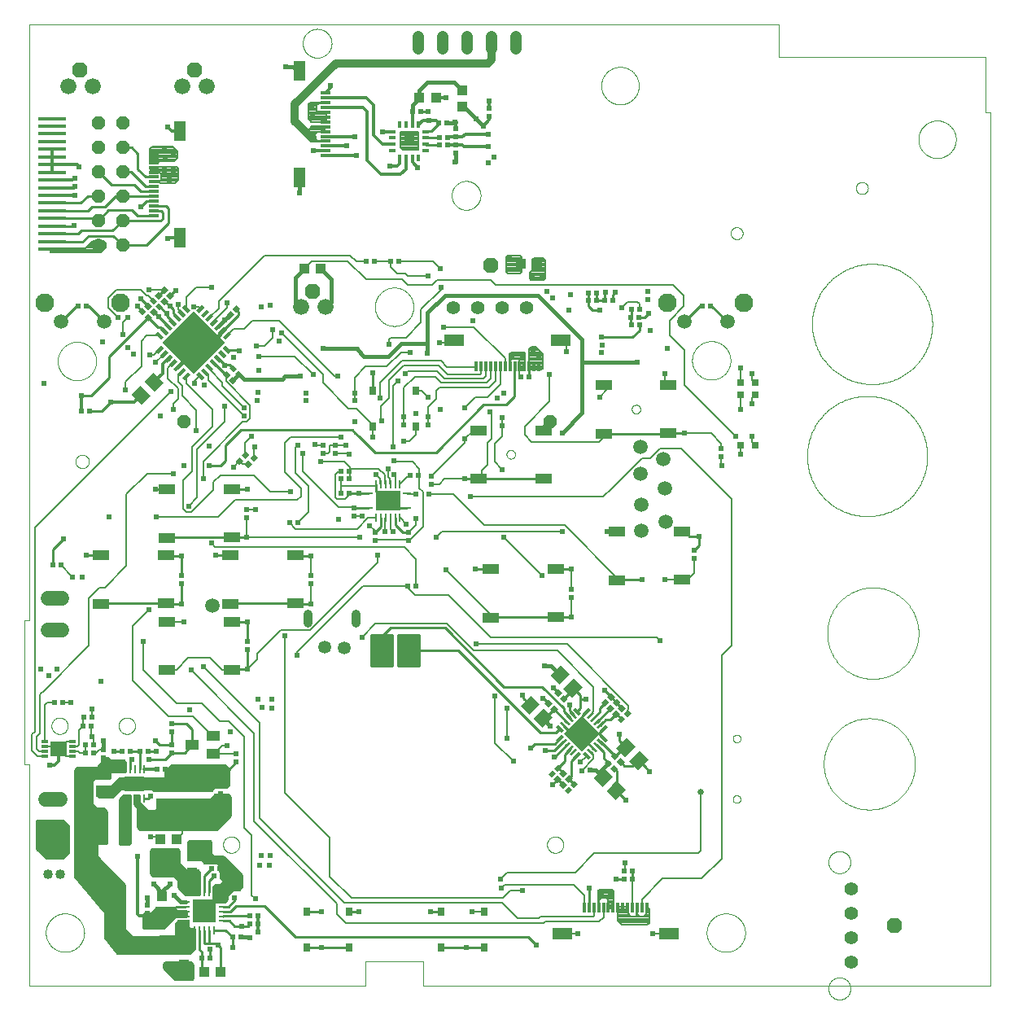
<source format=gtl>
G75*
%MOIN*%
%OFA0B0*%
%FSLAX25Y25*%
%IPPOS*%
%LPD*%
%AMOC8*
5,1,8,0,0,1.08239X$1,22.5*
%
%ADD10C,0.00000*%
%ADD11OC8,0.05400*%
%ADD12C,0.05906*%
%ADD13C,0.05315*%
%ADD14C,0.03562*%
%ADD15C,0.00984*%
%ADD16R,0.06890X0.04331*%
%ADD17R,0.02756X0.03543*%
%ADD18R,0.01102X0.03248*%
%ADD19R,0.08465X0.06299*%
%ADD20R,0.03937X0.13386*%
%ADD21R,0.02165X0.02362*%
%ADD22R,0.05906X0.05118*%
%ADD23R,0.02362X0.02165*%
%ADD24R,0.03937X0.04331*%
%ADD25R,0.01102X0.03346*%
%ADD26R,0.03346X0.01102*%
%ADD27R,0.09449X0.09449*%
%ADD28C,0.07677*%
%ADD29C,0.04000*%
%ADD30C,0.05906*%
%ADD31R,0.05512X0.03937*%
%ADD32R,0.03937X0.03937*%
%ADD33R,0.01378X0.02756*%
%ADD34R,0.02756X0.01378*%
%ADD35C,0.00800*%
%ADD36R,0.04331X0.03937*%
%ADD37R,0.05118X0.05906*%
%ADD38R,0.10236X0.10236*%
%ADD39R,0.03346X0.01575*%
%ADD40R,0.18110X0.18110*%
%ADD41R,0.03150X0.03150*%
%ADD42R,0.09843X0.07874*%
%ADD43OC8,0.06300*%
%ADD44C,0.04800*%
%ADD45R,0.01181X0.03937*%
%ADD46R,0.07874X0.05118*%
%ADD47R,0.03937X0.01181*%
%ADD48R,0.05118X0.07874*%
%ADD49R,0.11811X0.01575*%
%ADD50C,0.05400*%
%ADD51R,0.06890X0.06417*%
%ADD52R,0.02756X0.01181*%
%ADD53C,0.06600*%
%ADD54C,0.05600*%
%ADD55C,0.01000*%
%ADD56C,0.02420*%
%ADD57C,0.01600*%
%ADD58C,0.02400*%
%ADD59C,0.01200*%
%ADD60C,0.00807*%
%ADD61C,0.02953*%
%ADD62C,0.01220*%
%ADD63C,0.03200*%
%ADD64C,0.02578*%
D10*
X0011407Y0006748D02*
X0011407Y0097299D01*
X0009439Y0097299D01*
X0009439Y0156354D01*
X0011407Y0156354D01*
X0011407Y0400449D01*
X0318494Y0400449D01*
X0318494Y0387063D01*
X0403140Y0387063D01*
X0403140Y0364425D01*
X0405108Y0364425D01*
X0405108Y0006748D01*
X0172825Y0006748D01*
X0172825Y0016787D01*
X0149203Y0016787D01*
X0149203Y0006748D01*
X0011407Y0006748D01*
X0018297Y0028402D02*
X0018299Y0028595D01*
X0018306Y0028788D01*
X0018318Y0028981D01*
X0018335Y0029174D01*
X0018356Y0029366D01*
X0018382Y0029557D01*
X0018413Y0029748D01*
X0018448Y0029938D01*
X0018488Y0030127D01*
X0018533Y0030315D01*
X0018582Y0030502D01*
X0018636Y0030688D01*
X0018694Y0030872D01*
X0018757Y0031055D01*
X0018825Y0031236D01*
X0018896Y0031415D01*
X0018973Y0031593D01*
X0019053Y0031769D01*
X0019138Y0031942D01*
X0019227Y0032114D01*
X0019320Y0032283D01*
X0019417Y0032450D01*
X0019519Y0032615D01*
X0019624Y0032777D01*
X0019733Y0032936D01*
X0019847Y0033093D01*
X0019964Y0033246D01*
X0020084Y0033397D01*
X0020209Y0033545D01*
X0020337Y0033690D01*
X0020468Y0033831D01*
X0020603Y0033970D01*
X0020742Y0034105D01*
X0020883Y0034236D01*
X0021028Y0034364D01*
X0021176Y0034489D01*
X0021327Y0034609D01*
X0021480Y0034726D01*
X0021637Y0034840D01*
X0021796Y0034949D01*
X0021958Y0035054D01*
X0022123Y0035156D01*
X0022290Y0035253D01*
X0022459Y0035346D01*
X0022631Y0035435D01*
X0022804Y0035520D01*
X0022980Y0035600D01*
X0023158Y0035677D01*
X0023337Y0035748D01*
X0023518Y0035816D01*
X0023701Y0035879D01*
X0023885Y0035937D01*
X0024071Y0035991D01*
X0024258Y0036040D01*
X0024446Y0036085D01*
X0024635Y0036125D01*
X0024825Y0036160D01*
X0025016Y0036191D01*
X0025207Y0036217D01*
X0025399Y0036238D01*
X0025592Y0036255D01*
X0025785Y0036267D01*
X0025978Y0036274D01*
X0026171Y0036276D01*
X0026364Y0036274D01*
X0026557Y0036267D01*
X0026750Y0036255D01*
X0026943Y0036238D01*
X0027135Y0036217D01*
X0027326Y0036191D01*
X0027517Y0036160D01*
X0027707Y0036125D01*
X0027896Y0036085D01*
X0028084Y0036040D01*
X0028271Y0035991D01*
X0028457Y0035937D01*
X0028641Y0035879D01*
X0028824Y0035816D01*
X0029005Y0035748D01*
X0029184Y0035677D01*
X0029362Y0035600D01*
X0029538Y0035520D01*
X0029711Y0035435D01*
X0029883Y0035346D01*
X0030052Y0035253D01*
X0030219Y0035156D01*
X0030384Y0035054D01*
X0030546Y0034949D01*
X0030705Y0034840D01*
X0030862Y0034726D01*
X0031015Y0034609D01*
X0031166Y0034489D01*
X0031314Y0034364D01*
X0031459Y0034236D01*
X0031600Y0034105D01*
X0031739Y0033970D01*
X0031874Y0033831D01*
X0032005Y0033690D01*
X0032133Y0033545D01*
X0032258Y0033397D01*
X0032378Y0033246D01*
X0032495Y0033093D01*
X0032609Y0032936D01*
X0032718Y0032777D01*
X0032823Y0032615D01*
X0032925Y0032450D01*
X0033022Y0032283D01*
X0033115Y0032114D01*
X0033204Y0031942D01*
X0033289Y0031769D01*
X0033369Y0031593D01*
X0033446Y0031415D01*
X0033517Y0031236D01*
X0033585Y0031055D01*
X0033648Y0030872D01*
X0033706Y0030688D01*
X0033760Y0030502D01*
X0033809Y0030315D01*
X0033854Y0030127D01*
X0033894Y0029938D01*
X0033929Y0029748D01*
X0033960Y0029557D01*
X0033986Y0029366D01*
X0034007Y0029174D01*
X0034024Y0028981D01*
X0034036Y0028788D01*
X0034043Y0028595D01*
X0034045Y0028402D01*
X0034043Y0028209D01*
X0034036Y0028016D01*
X0034024Y0027823D01*
X0034007Y0027630D01*
X0033986Y0027438D01*
X0033960Y0027247D01*
X0033929Y0027056D01*
X0033894Y0026866D01*
X0033854Y0026677D01*
X0033809Y0026489D01*
X0033760Y0026302D01*
X0033706Y0026116D01*
X0033648Y0025932D01*
X0033585Y0025749D01*
X0033517Y0025568D01*
X0033446Y0025389D01*
X0033369Y0025211D01*
X0033289Y0025035D01*
X0033204Y0024862D01*
X0033115Y0024690D01*
X0033022Y0024521D01*
X0032925Y0024354D01*
X0032823Y0024189D01*
X0032718Y0024027D01*
X0032609Y0023868D01*
X0032495Y0023711D01*
X0032378Y0023558D01*
X0032258Y0023407D01*
X0032133Y0023259D01*
X0032005Y0023114D01*
X0031874Y0022973D01*
X0031739Y0022834D01*
X0031600Y0022699D01*
X0031459Y0022568D01*
X0031314Y0022440D01*
X0031166Y0022315D01*
X0031015Y0022195D01*
X0030862Y0022078D01*
X0030705Y0021964D01*
X0030546Y0021855D01*
X0030384Y0021750D01*
X0030219Y0021648D01*
X0030052Y0021551D01*
X0029883Y0021458D01*
X0029711Y0021369D01*
X0029538Y0021284D01*
X0029362Y0021204D01*
X0029184Y0021127D01*
X0029005Y0021056D01*
X0028824Y0020988D01*
X0028641Y0020925D01*
X0028457Y0020867D01*
X0028271Y0020813D01*
X0028084Y0020764D01*
X0027896Y0020719D01*
X0027707Y0020679D01*
X0027517Y0020644D01*
X0027326Y0020613D01*
X0027135Y0020587D01*
X0026943Y0020566D01*
X0026750Y0020549D01*
X0026557Y0020537D01*
X0026364Y0020530D01*
X0026171Y0020528D01*
X0025978Y0020530D01*
X0025785Y0020537D01*
X0025592Y0020549D01*
X0025399Y0020566D01*
X0025207Y0020587D01*
X0025016Y0020613D01*
X0024825Y0020644D01*
X0024635Y0020679D01*
X0024446Y0020719D01*
X0024258Y0020764D01*
X0024071Y0020813D01*
X0023885Y0020867D01*
X0023701Y0020925D01*
X0023518Y0020988D01*
X0023337Y0021056D01*
X0023158Y0021127D01*
X0022980Y0021204D01*
X0022804Y0021284D01*
X0022631Y0021369D01*
X0022459Y0021458D01*
X0022290Y0021551D01*
X0022123Y0021648D01*
X0021958Y0021750D01*
X0021796Y0021855D01*
X0021637Y0021964D01*
X0021480Y0022078D01*
X0021327Y0022195D01*
X0021176Y0022315D01*
X0021028Y0022440D01*
X0020883Y0022568D01*
X0020742Y0022699D01*
X0020603Y0022834D01*
X0020468Y0022973D01*
X0020337Y0023114D01*
X0020209Y0023259D01*
X0020084Y0023407D01*
X0019964Y0023558D01*
X0019847Y0023711D01*
X0019733Y0023868D01*
X0019624Y0024027D01*
X0019519Y0024189D01*
X0019417Y0024354D01*
X0019320Y0024521D01*
X0019227Y0024690D01*
X0019138Y0024862D01*
X0019053Y0025035D01*
X0018973Y0025211D01*
X0018896Y0025389D01*
X0018825Y0025568D01*
X0018757Y0025749D01*
X0018694Y0025932D01*
X0018636Y0026116D01*
X0018582Y0026302D01*
X0018533Y0026489D01*
X0018488Y0026677D01*
X0018448Y0026866D01*
X0018413Y0027056D01*
X0018382Y0027247D01*
X0018356Y0027438D01*
X0018335Y0027630D01*
X0018318Y0027823D01*
X0018306Y0028016D01*
X0018299Y0028209D01*
X0018297Y0028402D01*
X0090935Y0064425D02*
X0090937Y0064540D01*
X0090943Y0064656D01*
X0090953Y0064771D01*
X0090967Y0064886D01*
X0090985Y0065000D01*
X0091007Y0065113D01*
X0091032Y0065226D01*
X0091062Y0065337D01*
X0091095Y0065448D01*
X0091132Y0065557D01*
X0091173Y0065665D01*
X0091218Y0065772D01*
X0091266Y0065877D01*
X0091318Y0065980D01*
X0091374Y0066081D01*
X0091433Y0066181D01*
X0091495Y0066278D01*
X0091561Y0066373D01*
X0091629Y0066466D01*
X0091701Y0066556D01*
X0091776Y0066644D01*
X0091855Y0066729D01*
X0091936Y0066811D01*
X0092019Y0066891D01*
X0092106Y0066967D01*
X0092195Y0067041D01*
X0092286Y0067111D01*
X0092380Y0067179D01*
X0092476Y0067243D01*
X0092575Y0067303D01*
X0092675Y0067360D01*
X0092777Y0067414D01*
X0092881Y0067464D01*
X0092987Y0067511D01*
X0093094Y0067554D01*
X0093203Y0067593D01*
X0093313Y0067628D01*
X0093424Y0067659D01*
X0093536Y0067687D01*
X0093649Y0067711D01*
X0093763Y0067731D01*
X0093878Y0067747D01*
X0093993Y0067759D01*
X0094108Y0067767D01*
X0094223Y0067771D01*
X0094339Y0067771D01*
X0094454Y0067767D01*
X0094569Y0067759D01*
X0094684Y0067747D01*
X0094799Y0067731D01*
X0094913Y0067711D01*
X0095026Y0067687D01*
X0095138Y0067659D01*
X0095249Y0067628D01*
X0095359Y0067593D01*
X0095468Y0067554D01*
X0095575Y0067511D01*
X0095681Y0067464D01*
X0095785Y0067414D01*
X0095887Y0067360D01*
X0095987Y0067303D01*
X0096086Y0067243D01*
X0096182Y0067179D01*
X0096276Y0067111D01*
X0096367Y0067041D01*
X0096456Y0066967D01*
X0096543Y0066891D01*
X0096626Y0066811D01*
X0096707Y0066729D01*
X0096786Y0066644D01*
X0096861Y0066556D01*
X0096933Y0066466D01*
X0097001Y0066373D01*
X0097067Y0066278D01*
X0097129Y0066181D01*
X0097188Y0066081D01*
X0097244Y0065980D01*
X0097296Y0065877D01*
X0097344Y0065772D01*
X0097389Y0065665D01*
X0097430Y0065557D01*
X0097467Y0065448D01*
X0097500Y0065337D01*
X0097530Y0065226D01*
X0097555Y0065113D01*
X0097577Y0065000D01*
X0097595Y0064886D01*
X0097609Y0064771D01*
X0097619Y0064656D01*
X0097625Y0064540D01*
X0097627Y0064425D01*
X0097625Y0064310D01*
X0097619Y0064194D01*
X0097609Y0064079D01*
X0097595Y0063964D01*
X0097577Y0063850D01*
X0097555Y0063737D01*
X0097530Y0063624D01*
X0097500Y0063513D01*
X0097467Y0063402D01*
X0097430Y0063293D01*
X0097389Y0063185D01*
X0097344Y0063078D01*
X0097296Y0062973D01*
X0097244Y0062870D01*
X0097188Y0062769D01*
X0097129Y0062669D01*
X0097067Y0062572D01*
X0097001Y0062477D01*
X0096933Y0062384D01*
X0096861Y0062294D01*
X0096786Y0062206D01*
X0096707Y0062121D01*
X0096626Y0062039D01*
X0096543Y0061959D01*
X0096456Y0061883D01*
X0096367Y0061809D01*
X0096276Y0061739D01*
X0096182Y0061671D01*
X0096086Y0061607D01*
X0095987Y0061547D01*
X0095887Y0061490D01*
X0095785Y0061436D01*
X0095681Y0061386D01*
X0095575Y0061339D01*
X0095468Y0061296D01*
X0095359Y0061257D01*
X0095249Y0061222D01*
X0095138Y0061191D01*
X0095026Y0061163D01*
X0094913Y0061139D01*
X0094799Y0061119D01*
X0094684Y0061103D01*
X0094569Y0061091D01*
X0094454Y0061083D01*
X0094339Y0061079D01*
X0094223Y0061079D01*
X0094108Y0061083D01*
X0093993Y0061091D01*
X0093878Y0061103D01*
X0093763Y0061119D01*
X0093649Y0061139D01*
X0093536Y0061163D01*
X0093424Y0061191D01*
X0093313Y0061222D01*
X0093203Y0061257D01*
X0093094Y0061296D01*
X0092987Y0061339D01*
X0092881Y0061386D01*
X0092777Y0061436D01*
X0092675Y0061490D01*
X0092575Y0061547D01*
X0092476Y0061607D01*
X0092380Y0061671D01*
X0092286Y0061739D01*
X0092195Y0061809D01*
X0092106Y0061883D01*
X0092019Y0061959D01*
X0091936Y0062039D01*
X0091855Y0062121D01*
X0091776Y0062206D01*
X0091701Y0062294D01*
X0091629Y0062384D01*
X0091561Y0062477D01*
X0091495Y0062572D01*
X0091433Y0062669D01*
X0091374Y0062769D01*
X0091318Y0062870D01*
X0091266Y0062973D01*
X0091218Y0063078D01*
X0091173Y0063185D01*
X0091132Y0063293D01*
X0091095Y0063402D01*
X0091062Y0063513D01*
X0091032Y0063624D01*
X0091007Y0063737D01*
X0090985Y0063850D01*
X0090967Y0063964D01*
X0090953Y0064079D01*
X0090943Y0064194D01*
X0090937Y0064310D01*
X0090935Y0064425D01*
X0048180Y0113126D02*
X0048182Y0113241D01*
X0048188Y0113357D01*
X0048198Y0113472D01*
X0048212Y0113587D01*
X0048230Y0113701D01*
X0048252Y0113814D01*
X0048277Y0113927D01*
X0048307Y0114038D01*
X0048340Y0114149D01*
X0048377Y0114258D01*
X0048418Y0114366D01*
X0048463Y0114473D01*
X0048511Y0114578D01*
X0048563Y0114681D01*
X0048619Y0114782D01*
X0048678Y0114882D01*
X0048740Y0114979D01*
X0048806Y0115074D01*
X0048874Y0115167D01*
X0048946Y0115257D01*
X0049021Y0115345D01*
X0049100Y0115430D01*
X0049181Y0115512D01*
X0049264Y0115592D01*
X0049351Y0115668D01*
X0049440Y0115742D01*
X0049531Y0115812D01*
X0049625Y0115880D01*
X0049721Y0115944D01*
X0049820Y0116004D01*
X0049920Y0116061D01*
X0050022Y0116115D01*
X0050126Y0116165D01*
X0050232Y0116212D01*
X0050339Y0116255D01*
X0050448Y0116294D01*
X0050558Y0116329D01*
X0050669Y0116360D01*
X0050781Y0116388D01*
X0050894Y0116412D01*
X0051008Y0116432D01*
X0051123Y0116448D01*
X0051238Y0116460D01*
X0051353Y0116468D01*
X0051468Y0116472D01*
X0051584Y0116472D01*
X0051699Y0116468D01*
X0051814Y0116460D01*
X0051929Y0116448D01*
X0052044Y0116432D01*
X0052158Y0116412D01*
X0052271Y0116388D01*
X0052383Y0116360D01*
X0052494Y0116329D01*
X0052604Y0116294D01*
X0052713Y0116255D01*
X0052820Y0116212D01*
X0052926Y0116165D01*
X0053030Y0116115D01*
X0053132Y0116061D01*
X0053232Y0116004D01*
X0053331Y0115944D01*
X0053427Y0115880D01*
X0053521Y0115812D01*
X0053612Y0115742D01*
X0053701Y0115668D01*
X0053788Y0115592D01*
X0053871Y0115512D01*
X0053952Y0115430D01*
X0054031Y0115345D01*
X0054106Y0115257D01*
X0054178Y0115167D01*
X0054246Y0115074D01*
X0054312Y0114979D01*
X0054374Y0114882D01*
X0054433Y0114782D01*
X0054489Y0114681D01*
X0054541Y0114578D01*
X0054589Y0114473D01*
X0054634Y0114366D01*
X0054675Y0114258D01*
X0054712Y0114149D01*
X0054745Y0114038D01*
X0054775Y0113927D01*
X0054800Y0113814D01*
X0054822Y0113701D01*
X0054840Y0113587D01*
X0054854Y0113472D01*
X0054864Y0113357D01*
X0054870Y0113241D01*
X0054872Y0113126D01*
X0054870Y0113011D01*
X0054864Y0112895D01*
X0054854Y0112780D01*
X0054840Y0112665D01*
X0054822Y0112551D01*
X0054800Y0112438D01*
X0054775Y0112325D01*
X0054745Y0112214D01*
X0054712Y0112103D01*
X0054675Y0111994D01*
X0054634Y0111886D01*
X0054589Y0111779D01*
X0054541Y0111674D01*
X0054489Y0111571D01*
X0054433Y0111470D01*
X0054374Y0111370D01*
X0054312Y0111273D01*
X0054246Y0111178D01*
X0054178Y0111085D01*
X0054106Y0110995D01*
X0054031Y0110907D01*
X0053952Y0110822D01*
X0053871Y0110740D01*
X0053788Y0110660D01*
X0053701Y0110584D01*
X0053612Y0110510D01*
X0053521Y0110440D01*
X0053427Y0110372D01*
X0053331Y0110308D01*
X0053232Y0110248D01*
X0053132Y0110191D01*
X0053030Y0110137D01*
X0052926Y0110087D01*
X0052820Y0110040D01*
X0052713Y0109997D01*
X0052604Y0109958D01*
X0052494Y0109923D01*
X0052383Y0109892D01*
X0052271Y0109864D01*
X0052158Y0109840D01*
X0052044Y0109820D01*
X0051929Y0109804D01*
X0051814Y0109792D01*
X0051699Y0109784D01*
X0051584Y0109780D01*
X0051468Y0109780D01*
X0051353Y0109784D01*
X0051238Y0109792D01*
X0051123Y0109804D01*
X0051008Y0109820D01*
X0050894Y0109840D01*
X0050781Y0109864D01*
X0050669Y0109892D01*
X0050558Y0109923D01*
X0050448Y0109958D01*
X0050339Y0109997D01*
X0050232Y0110040D01*
X0050126Y0110087D01*
X0050022Y0110137D01*
X0049920Y0110191D01*
X0049820Y0110248D01*
X0049721Y0110308D01*
X0049625Y0110372D01*
X0049531Y0110440D01*
X0049440Y0110510D01*
X0049351Y0110584D01*
X0049264Y0110660D01*
X0049181Y0110740D01*
X0049100Y0110822D01*
X0049021Y0110907D01*
X0048946Y0110995D01*
X0048874Y0111085D01*
X0048806Y0111178D01*
X0048740Y0111273D01*
X0048678Y0111370D01*
X0048619Y0111470D01*
X0048563Y0111571D01*
X0048511Y0111674D01*
X0048463Y0111779D01*
X0048418Y0111886D01*
X0048377Y0111994D01*
X0048340Y0112103D01*
X0048307Y0112214D01*
X0048277Y0112325D01*
X0048252Y0112438D01*
X0048230Y0112551D01*
X0048212Y0112665D01*
X0048198Y0112780D01*
X0048188Y0112895D01*
X0048182Y0113011D01*
X0048180Y0113126D01*
X0020621Y0113126D02*
X0020623Y0113241D01*
X0020629Y0113357D01*
X0020639Y0113472D01*
X0020653Y0113587D01*
X0020671Y0113701D01*
X0020693Y0113814D01*
X0020718Y0113927D01*
X0020748Y0114038D01*
X0020781Y0114149D01*
X0020818Y0114258D01*
X0020859Y0114366D01*
X0020904Y0114473D01*
X0020952Y0114578D01*
X0021004Y0114681D01*
X0021060Y0114782D01*
X0021119Y0114882D01*
X0021181Y0114979D01*
X0021247Y0115074D01*
X0021315Y0115167D01*
X0021387Y0115257D01*
X0021462Y0115345D01*
X0021541Y0115430D01*
X0021622Y0115512D01*
X0021705Y0115592D01*
X0021792Y0115668D01*
X0021881Y0115742D01*
X0021972Y0115812D01*
X0022066Y0115880D01*
X0022162Y0115944D01*
X0022261Y0116004D01*
X0022361Y0116061D01*
X0022463Y0116115D01*
X0022567Y0116165D01*
X0022673Y0116212D01*
X0022780Y0116255D01*
X0022889Y0116294D01*
X0022999Y0116329D01*
X0023110Y0116360D01*
X0023222Y0116388D01*
X0023335Y0116412D01*
X0023449Y0116432D01*
X0023564Y0116448D01*
X0023679Y0116460D01*
X0023794Y0116468D01*
X0023909Y0116472D01*
X0024025Y0116472D01*
X0024140Y0116468D01*
X0024255Y0116460D01*
X0024370Y0116448D01*
X0024485Y0116432D01*
X0024599Y0116412D01*
X0024712Y0116388D01*
X0024824Y0116360D01*
X0024935Y0116329D01*
X0025045Y0116294D01*
X0025154Y0116255D01*
X0025261Y0116212D01*
X0025367Y0116165D01*
X0025471Y0116115D01*
X0025573Y0116061D01*
X0025673Y0116004D01*
X0025772Y0115944D01*
X0025868Y0115880D01*
X0025962Y0115812D01*
X0026053Y0115742D01*
X0026142Y0115668D01*
X0026229Y0115592D01*
X0026312Y0115512D01*
X0026393Y0115430D01*
X0026472Y0115345D01*
X0026547Y0115257D01*
X0026619Y0115167D01*
X0026687Y0115074D01*
X0026753Y0114979D01*
X0026815Y0114882D01*
X0026874Y0114782D01*
X0026930Y0114681D01*
X0026982Y0114578D01*
X0027030Y0114473D01*
X0027075Y0114366D01*
X0027116Y0114258D01*
X0027153Y0114149D01*
X0027186Y0114038D01*
X0027216Y0113927D01*
X0027241Y0113814D01*
X0027263Y0113701D01*
X0027281Y0113587D01*
X0027295Y0113472D01*
X0027305Y0113357D01*
X0027311Y0113241D01*
X0027313Y0113126D01*
X0027311Y0113011D01*
X0027305Y0112895D01*
X0027295Y0112780D01*
X0027281Y0112665D01*
X0027263Y0112551D01*
X0027241Y0112438D01*
X0027216Y0112325D01*
X0027186Y0112214D01*
X0027153Y0112103D01*
X0027116Y0111994D01*
X0027075Y0111886D01*
X0027030Y0111779D01*
X0026982Y0111674D01*
X0026930Y0111571D01*
X0026874Y0111470D01*
X0026815Y0111370D01*
X0026753Y0111273D01*
X0026687Y0111178D01*
X0026619Y0111085D01*
X0026547Y0110995D01*
X0026472Y0110907D01*
X0026393Y0110822D01*
X0026312Y0110740D01*
X0026229Y0110660D01*
X0026142Y0110584D01*
X0026053Y0110510D01*
X0025962Y0110440D01*
X0025868Y0110372D01*
X0025772Y0110308D01*
X0025673Y0110248D01*
X0025573Y0110191D01*
X0025471Y0110137D01*
X0025367Y0110087D01*
X0025261Y0110040D01*
X0025154Y0109997D01*
X0025045Y0109958D01*
X0024935Y0109923D01*
X0024824Y0109892D01*
X0024712Y0109864D01*
X0024599Y0109840D01*
X0024485Y0109820D01*
X0024370Y0109804D01*
X0024255Y0109792D01*
X0024140Y0109784D01*
X0024025Y0109780D01*
X0023909Y0109780D01*
X0023794Y0109784D01*
X0023679Y0109792D01*
X0023564Y0109804D01*
X0023449Y0109820D01*
X0023335Y0109840D01*
X0023222Y0109864D01*
X0023110Y0109892D01*
X0022999Y0109923D01*
X0022889Y0109958D01*
X0022780Y0109997D01*
X0022673Y0110040D01*
X0022567Y0110087D01*
X0022463Y0110137D01*
X0022361Y0110191D01*
X0022261Y0110248D01*
X0022162Y0110308D01*
X0022066Y0110372D01*
X0021972Y0110440D01*
X0021881Y0110510D01*
X0021792Y0110584D01*
X0021705Y0110660D01*
X0021622Y0110740D01*
X0021541Y0110822D01*
X0021462Y0110907D01*
X0021387Y0110995D01*
X0021315Y0111085D01*
X0021247Y0111178D01*
X0021181Y0111273D01*
X0021119Y0111370D01*
X0021060Y0111470D01*
X0021004Y0111571D01*
X0020952Y0111674D01*
X0020904Y0111779D01*
X0020859Y0111886D01*
X0020818Y0111994D01*
X0020781Y0112103D01*
X0020748Y0112214D01*
X0020718Y0112325D01*
X0020693Y0112438D01*
X0020671Y0112551D01*
X0020653Y0112665D01*
X0020639Y0112780D01*
X0020629Y0112895D01*
X0020623Y0113011D01*
X0020621Y0113126D01*
X0030463Y0221354D02*
X0030465Y0221459D01*
X0030471Y0221564D01*
X0030481Y0221668D01*
X0030495Y0221772D01*
X0030513Y0221876D01*
X0030535Y0221978D01*
X0030560Y0222080D01*
X0030590Y0222181D01*
X0030623Y0222280D01*
X0030660Y0222378D01*
X0030701Y0222475D01*
X0030746Y0222570D01*
X0030794Y0222663D01*
X0030845Y0222755D01*
X0030901Y0222844D01*
X0030959Y0222931D01*
X0031021Y0223016D01*
X0031085Y0223099D01*
X0031153Y0223179D01*
X0031224Y0223256D01*
X0031298Y0223330D01*
X0031375Y0223402D01*
X0031454Y0223471D01*
X0031536Y0223536D01*
X0031620Y0223599D01*
X0031707Y0223658D01*
X0031796Y0223714D01*
X0031887Y0223767D01*
X0031980Y0223816D01*
X0032074Y0223861D01*
X0032170Y0223903D01*
X0032268Y0223941D01*
X0032367Y0223975D01*
X0032468Y0224006D01*
X0032569Y0224032D01*
X0032672Y0224055D01*
X0032775Y0224074D01*
X0032879Y0224089D01*
X0032983Y0224100D01*
X0033088Y0224107D01*
X0033193Y0224110D01*
X0033298Y0224109D01*
X0033403Y0224104D01*
X0033507Y0224095D01*
X0033611Y0224082D01*
X0033715Y0224065D01*
X0033818Y0224044D01*
X0033920Y0224019D01*
X0034021Y0223991D01*
X0034120Y0223958D01*
X0034219Y0223922D01*
X0034316Y0223882D01*
X0034411Y0223839D01*
X0034505Y0223791D01*
X0034597Y0223741D01*
X0034687Y0223687D01*
X0034775Y0223629D01*
X0034860Y0223568D01*
X0034943Y0223504D01*
X0035024Y0223437D01*
X0035102Y0223367D01*
X0035177Y0223293D01*
X0035249Y0223218D01*
X0035319Y0223139D01*
X0035385Y0223058D01*
X0035449Y0222974D01*
X0035509Y0222888D01*
X0035565Y0222800D01*
X0035619Y0222709D01*
X0035669Y0222617D01*
X0035715Y0222523D01*
X0035758Y0222427D01*
X0035797Y0222329D01*
X0035832Y0222231D01*
X0035863Y0222130D01*
X0035891Y0222029D01*
X0035915Y0221927D01*
X0035935Y0221824D01*
X0035951Y0221720D01*
X0035963Y0221616D01*
X0035971Y0221511D01*
X0035975Y0221406D01*
X0035975Y0221302D01*
X0035971Y0221197D01*
X0035963Y0221092D01*
X0035951Y0220988D01*
X0035935Y0220884D01*
X0035915Y0220781D01*
X0035891Y0220679D01*
X0035863Y0220578D01*
X0035832Y0220477D01*
X0035797Y0220379D01*
X0035758Y0220281D01*
X0035715Y0220185D01*
X0035669Y0220091D01*
X0035619Y0219999D01*
X0035565Y0219908D01*
X0035509Y0219820D01*
X0035449Y0219734D01*
X0035385Y0219650D01*
X0035319Y0219569D01*
X0035249Y0219490D01*
X0035177Y0219415D01*
X0035102Y0219341D01*
X0035024Y0219271D01*
X0034943Y0219204D01*
X0034860Y0219140D01*
X0034775Y0219079D01*
X0034687Y0219021D01*
X0034597Y0218967D01*
X0034505Y0218917D01*
X0034411Y0218869D01*
X0034316Y0218826D01*
X0034219Y0218786D01*
X0034120Y0218750D01*
X0034021Y0218717D01*
X0033920Y0218689D01*
X0033818Y0218664D01*
X0033715Y0218643D01*
X0033611Y0218626D01*
X0033507Y0218613D01*
X0033403Y0218604D01*
X0033298Y0218599D01*
X0033193Y0218598D01*
X0033088Y0218601D01*
X0032983Y0218608D01*
X0032879Y0218619D01*
X0032775Y0218634D01*
X0032672Y0218653D01*
X0032569Y0218676D01*
X0032468Y0218702D01*
X0032367Y0218733D01*
X0032268Y0218767D01*
X0032170Y0218805D01*
X0032074Y0218847D01*
X0031980Y0218892D01*
X0031887Y0218941D01*
X0031796Y0218994D01*
X0031707Y0219050D01*
X0031620Y0219109D01*
X0031536Y0219172D01*
X0031454Y0219237D01*
X0031375Y0219306D01*
X0031298Y0219378D01*
X0031224Y0219452D01*
X0031153Y0219529D01*
X0031085Y0219609D01*
X0031021Y0219692D01*
X0030959Y0219777D01*
X0030901Y0219864D01*
X0030845Y0219953D01*
X0030794Y0220045D01*
X0030746Y0220138D01*
X0030701Y0220233D01*
X0030660Y0220330D01*
X0030623Y0220428D01*
X0030590Y0220527D01*
X0030560Y0220628D01*
X0030535Y0220730D01*
X0030513Y0220832D01*
X0030495Y0220936D01*
X0030481Y0221040D01*
X0030471Y0221144D01*
X0030465Y0221249D01*
X0030463Y0221354D01*
X0023219Y0262457D02*
X0023221Y0262650D01*
X0023228Y0262843D01*
X0023240Y0263036D01*
X0023257Y0263229D01*
X0023278Y0263421D01*
X0023304Y0263612D01*
X0023335Y0263803D01*
X0023370Y0263993D01*
X0023410Y0264182D01*
X0023455Y0264370D01*
X0023504Y0264557D01*
X0023558Y0264743D01*
X0023616Y0264927D01*
X0023679Y0265110D01*
X0023747Y0265291D01*
X0023818Y0265470D01*
X0023895Y0265648D01*
X0023975Y0265824D01*
X0024060Y0265997D01*
X0024149Y0266169D01*
X0024242Y0266338D01*
X0024339Y0266505D01*
X0024441Y0266670D01*
X0024546Y0266832D01*
X0024655Y0266991D01*
X0024769Y0267148D01*
X0024886Y0267301D01*
X0025006Y0267452D01*
X0025131Y0267600D01*
X0025259Y0267745D01*
X0025390Y0267886D01*
X0025525Y0268025D01*
X0025664Y0268160D01*
X0025805Y0268291D01*
X0025950Y0268419D01*
X0026098Y0268544D01*
X0026249Y0268664D01*
X0026402Y0268781D01*
X0026559Y0268895D01*
X0026718Y0269004D01*
X0026880Y0269109D01*
X0027045Y0269211D01*
X0027212Y0269308D01*
X0027381Y0269401D01*
X0027553Y0269490D01*
X0027726Y0269575D01*
X0027902Y0269655D01*
X0028080Y0269732D01*
X0028259Y0269803D01*
X0028440Y0269871D01*
X0028623Y0269934D01*
X0028807Y0269992D01*
X0028993Y0270046D01*
X0029180Y0270095D01*
X0029368Y0270140D01*
X0029557Y0270180D01*
X0029747Y0270215D01*
X0029938Y0270246D01*
X0030129Y0270272D01*
X0030321Y0270293D01*
X0030514Y0270310D01*
X0030707Y0270322D01*
X0030900Y0270329D01*
X0031093Y0270331D01*
X0031286Y0270329D01*
X0031479Y0270322D01*
X0031672Y0270310D01*
X0031865Y0270293D01*
X0032057Y0270272D01*
X0032248Y0270246D01*
X0032439Y0270215D01*
X0032629Y0270180D01*
X0032818Y0270140D01*
X0033006Y0270095D01*
X0033193Y0270046D01*
X0033379Y0269992D01*
X0033563Y0269934D01*
X0033746Y0269871D01*
X0033927Y0269803D01*
X0034106Y0269732D01*
X0034284Y0269655D01*
X0034460Y0269575D01*
X0034633Y0269490D01*
X0034805Y0269401D01*
X0034974Y0269308D01*
X0035141Y0269211D01*
X0035306Y0269109D01*
X0035468Y0269004D01*
X0035627Y0268895D01*
X0035784Y0268781D01*
X0035937Y0268664D01*
X0036088Y0268544D01*
X0036236Y0268419D01*
X0036381Y0268291D01*
X0036522Y0268160D01*
X0036661Y0268025D01*
X0036796Y0267886D01*
X0036927Y0267745D01*
X0037055Y0267600D01*
X0037180Y0267452D01*
X0037300Y0267301D01*
X0037417Y0267148D01*
X0037531Y0266991D01*
X0037640Y0266832D01*
X0037745Y0266670D01*
X0037847Y0266505D01*
X0037944Y0266338D01*
X0038037Y0266169D01*
X0038126Y0265997D01*
X0038211Y0265824D01*
X0038291Y0265648D01*
X0038368Y0265470D01*
X0038439Y0265291D01*
X0038507Y0265110D01*
X0038570Y0264927D01*
X0038628Y0264743D01*
X0038682Y0264557D01*
X0038731Y0264370D01*
X0038776Y0264182D01*
X0038816Y0263993D01*
X0038851Y0263803D01*
X0038882Y0263612D01*
X0038908Y0263421D01*
X0038929Y0263229D01*
X0038946Y0263036D01*
X0038958Y0262843D01*
X0038965Y0262650D01*
X0038967Y0262457D01*
X0038965Y0262264D01*
X0038958Y0262071D01*
X0038946Y0261878D01*
X0038929Y0261685D01*
X0038908Y0261493D01*
X0038882Y0261302D01*
X0038851Y0261111D01*
X0038816Y0260921D01*
X0038776Y0260732D01*
X0038731Y0260544D01*
X0038682Y0260357D01*
X0038628Y0260171D01*
X0038570Y0259987D01*
X0038507Y0259804D01*
X0038439Y0259623D01*
X0038368Y0259444D01*
X0038291Y0259266D01*
X0038211Y0259090D01*
X0038126Y0258917D01*
X0038037Y0258745D01*
X0037944Y0258576D01*
X0037847Y0258409D01*
X0037745Y0258244D01*
X0037640Y0258082D01*
X0037531Y0257923D01*
X0037417Y0257766D01*
X0037300Y0257613D01*
X0037180Y0257462D01*
X0037055Y0257314D01*
X0036927Y0257169D01*
X0036796Y0257028D01*
X0036661Y0256889D01*
X0036522Y0256754D01*
X0036381Y0256623D01*
X0036236Y0256495D01*
X0036088Y0256370D01*
X0035937Y0256250D01*
X0035784Y0256133D01*
X0035627Y0256019D01*
X0035468Y0255910D01*
X0035306Y0255805D01*
X0035141Y0255703D01*
X0034974Y0255606D01*
X0034805Y0255513D01*
X0034633Y0255424D01*
X0034460Y0255339D01*
X0034284Y0255259D01*
X0034106Y0255182D01*
X0033927Y0255111D01*
X0033746Y0255043D01*
X0033563Y0254980D01*
X0033379Y0254922D01*
X0033193Y0254868D01*
X0033006Y0254819D01*
X0032818Y0254774D01*
X0032629Y0254734D01*
X0032439Y0254699D01*
X0032248Y0254668D01*
X0032057Y0254642D01*
X0031865Y0254621D01*
X0031672Y0254604D01*
X0031479Y0254592D01*
X0031286Y0254585D01*
X0031093Y0254583D01*
X0030900Y0254585D01*
X0030707Y0254592D01*
X0030514Y0254604D01*
X0030321Y0254621D01*
X0030129Y0254642D01*
X0029938Y0254668D01*
X0029747Y0254699D01*
X0029557Y0254734D01*
X0029368Y0254774D01*
X0029180Y0254819D01*
X0028993Y0254868D01*
X0028807Y0254922D01*
X0028623Y0254980D01*
X0028440Y0255043D01*
X0028259Y0255111D01*
X0028080Y0255182D01*
X0027902Y0255259D01*
X0027726Y0255339D01*
X0027553Y0255424D01*
X0027381Y0255513D01*
X0027212Y0255606D01*
X0027045Y0255703D01*
X0026880Y0255805D01*
X0026718Y0255910D01*
X0026559Y0256019D01*
X0026402Y0256133D01*
X0026249Y0256250D01*
X0026098Y0256370D01*
X0025950Y0256495D01*
X0025805Y0256623D01*
X0025664Y0256754D01*
X0025525Y0256889D01*
X0025390Y0257028D01*
X0025259Y0257169D01*
X0025131Y0257314D01*
X0025006Y0257462D01*
X0024886Y0257613D01*
X0024769Y0257766D01*
X0024655Y0257923D01*
X0024546Y0258082D01*
X0024441Y0258244D01*
X0024339Y0258409D01*
X0024242Y0258576D01*
X0024149Y0258745D01*
X0024060Y0258917D01*
X0023975Y0259090D01*
X0023895Y0259266D01*
X0023818Y0259444D01*
X0023747Y0259623D01*
X0023679Y0259804D01*
X0023616Y0259987D01*
X0023558Y0260171D01*
X0023504Y0260357D01*
X0023455Y0260544D01*
X0023410Y0260732D01*
X0023370Y0260921D01*
X0023335Y0261111D01*
X0023304Y0261302D01*
X0023278Y0261493D01*
X0023257Y0261685D01*
X0023240Y0261878D01*
X0023228Y0262071D01*
X0023221Y0262264D01*
X0023219Y0262457D01*
X0123572Y0392614D02*
X0123574Y0392767D01*
X0123580Y0392921D01*
X0123590Y0393074D01*
X0123604Y0393226D01*
X0123622Y0393379D01*
X0123644Y0393530D01*
X0123669Y0393681D01*
X0123699Y0393832D01*
X0123733Y0393982D01*
X0123770Y0394130D01*
X0123811Y0394278D01*
X0123856Y0394424D01*
X0123905Y0394570D01*
X0123958Y0394714D01*
X0124014Y0394856D01*
X0124074Y0394997D01*
X0124138Y0395137D01*
X0124205Y0395275D01*
X0124276Y0395411D01*
X0124351Y0395545D01*
X0124428Y0395677D01*
X0124510Y0395807D01*
X0124594Y0395935D01*
X0124682Y0396061D01*
X0124773Y0396184D01*
X0124867Y0396305D01*
X0124965Y0396423D01*
X0125065Y0396539D01*
X0125169Y0396652D01*
X0125275Y0396763D01*
X0125384Y0396871D01*
X0125496Y0396976D01*
X0125610Y0397077D01*
X0125728Y0397176D01*
X0125847Y0397272D01*
X0125969Y0397365D01*
X0126094Y0397454D01*
X0126221Y0397541D01*
X0126350Y0397623D01*
X0126481Y0397703D01*
X0126614Y0397779D01*
X0126749Y0397852D01*
X0126886Y0397921D01*
X0127025Y0397986D01*
X0127165Y0398048D01*
X0127307Y0398106D01*
X0127450Y0398161D01*
X0127595Y0398212D01*
X0127741Y0398259D01*
X0127888Y0398302D01*
X0128036Y0398341D01*
X0128185Y0398377D01*
X0128335Y0398408D01*
X0128486Y0398436D01*
X0128637Y0398460D01*
X0128790Y0398480D01*
X0128942Y0398496D01*
X0129095Y0398508D01*
X0129248Y0398516D01*
X0129401Y0398520D01*
X0129555Y0398520D01*
X0129708Y0398516D01*
X0129861Y0398508D01*
X0130014Y0398496D01*
X0130166Y0398480D01*
X0130319Y0398460D01*
X0130470Y0398436D01*
X0130621Y0398408D01*
X0130771Y0398377D01*
X0130920Y0398341D01*
X0131068Y0398302D01*
X0131215Y0398259D01*
X0131361Y0398212D01*
X0131506Y0398161D01*
X0131649Y0398106D01*
X0131791Y0398048D01*
X0131931Y0397986D01*
X0132070Y0397921D01*
X0132207Y0397852D01*
X0132342Y0397779D01*
X0132475Y0397703D01*
X0132606Y0397623D01*
X0132735Y0397541D01*
X0132862Y0397454D01*
X0132987Y0397365D01*
X0133109Y0397272D01*
X0133228Y0397176D01*
X0133346Y0397077D01*
X0133460Y0396976D01*
X0133572Y0396871D01*
X0133681Y0396763D01*
X0133787Y0396652D01*
X0133891Y0396539D01*
X0133991Y0396423D01*
X0134089Y0396305D01*
X0134183Y0396184D01*
X0134274Y0396061D01*
X0134362Y0395935D01*
X0134446Y0395807D01*
X0134528Y0395677D01*
X0134605Y0395545D01*
X0134680Y0395411D01*
X0134751Y0395275D01*
X0134818Y0395137D01*
X0134882Y0394997D01*
X0134942Y0394856D01*
X0134998Y0394714D01*
X0135051Y0394570D01*
X0135100Y0394424D01*
X0135145Y0394278D01*
X0135186Y0394130D01*
X0135223Y0393982D01*
X0135257Y0393832D01*
X0135287Y0393681D01*
X0135312Y0393530D01*
X0135334Y0393379D01*
X0135352Y0393226D01*
X0135366Y0393074D01*
X0135376Y0392921D01*
X0135382Y0392767D01*
X0135384Y0392614D01*
X0135382Y0392461D01*
X0135376Y0392307D01*
X0135366Y0392154D01*
X0135352Y0392002D01*
X0135334Y0391849D01*
X0135312Y0391698D01*
X0135287Y0391547D01*
X0135257Y0391396D01*
X0135223Y0391246D01*
X0135186Y0391098D01*
X0135145Y0390950D01*
X0135100Y0390804D01*
X0135051Y0390658D01*
X0134998Y0390514D01*
X0134942Y0390372D01*
X0134882Y0390231D01*
X0134818Y0390091D01*
X0134751Y0389953D01*
X0134680Y0389817D01*
X0134605Y0389683D01*
X0134528Y0389551D01*
X0134446Y0389421D01*
X0134362Y0389293D01*
X0134274Y0389167D01*
X0134183Y0389044D01*
X0134089Y0388923D01*
X0133991Y0388805D01*
X0133891Y0388689D01*
X0133787Y0388576D01*
X0133681Y0388465D01*
X0133572Y0388357D01*
X0133460Y0388252D01*
X0133346Y0388151D01*
X0133228Y0388052D01*
X0133109Y0387956D01*
X0132987Y0387863D01*
X0132862Y0387774D01*
X0132735Y0387687D01*
X0132606Y0387605D01*
X0132475Y0387525D01*
X0132342Y0387449D01*
X0132207Y0387376D01*
X0132070Y0387307D01*
X0131931Y0387242D01*
X0131791Y0387180D01*
X0131649Y0387122D01*
X0131506Y0387067D01*
X0131361Y0387016D01*
X0131215Y0386969D01*
X0131068Y0386926D01*
X0130920Y0386887D01*
X0130771Y0386851D01*
X0130621Y0386820D01*
X0130470Y0386792D01*
X0130319Y0386768D01*
X0130166Y0386748D01*
X0130014Y0386732D01*
X0129861Y0386720D01*
X0129708Y0386712D01*
X0129555Y0386708D01*
X0129401Y0386708D01*
X0129248Y0386712D01*
X0129095Y0386720D01*
X0128942Y0386732D01*
X0128790Y0386748D01*
X0128637Y0386768D01*
X0128486Y0386792D01*
X0128335Y0386820D01*
X0128185Y0386851D01*
X0128036Y0386887D01*
X0127888Y0386926D01*
X0127741Y0386969D01*
X0127595Y0387016D01*
X0127450Y0387067D01*
X0127307Y0387122D01*
X0127165Y0387180D01*
X0127025Y0387242D01*
X0126886Y0387307D01*
X0126749Y0387376D01*
X0126614Y0387449D01*
X0126481Y0387525D01*
X0126350Y0387605D01*
X0126221Y0387687D01*
X0126094Y0387774D01*
X0125969Y0387863D01*
X0125847Y0387956D01*
X0125728Y0388052D01*
X0125610Y0388151D01*
X0125496Y0388252D01*
X0125384Y0388357D01*
X0125275Y0388465D01*
X0125169Y0388576D01*
X0125065Y0388689D01*
X0124965Y0388805D01*
X0124867Y0388923D01*
X0124773Y0389044D01*
X0124682Y0389167D01*
X0124594Y0389293D01*
X0124510Y0389421D01*
X0124428Y0389551D01*
X0124351Y0389683D01*
X0124276Y0389817D01*
X0124205Y0389953D01*
X0124138Y0390091D01*
X0124074Y0390231D01*
X0124014Y0390372D01*
X0123958Y0390514D01*
X0123905Y0390658D01*
X0123856Y0390804D01*
X0123811Y0390950D01*
X0123770Y0391098D01*
X0123733Y0391246D01*
X0123699Y0391396D01*
X0123669Y0391547D01*
X0123644Y0391698D01*
X0123622Y0391849D01*
X0123604Y0392002D01*
X0123590Y0392154D01*
X0123580Y0392307D01*
X0123574Y0392461D01*
X0123572Y0392614D01*
X0184596Y0330331D02*
X0184598Y0330484D01*
X0184604Y0330638D01*
X0184614Y0330791D01*
X0184628Y0330943D01*
X0184646Y0331096D01*
X0184668Y0331247D01*
X0184693Y0331398D01*
X0184723Y0331549D01*
X0184757Y0331699D01*
X0184794Y0331847D01*
X0184835Y0331995D01*
X0184880Y0332141D01*
X0184929Y0332287D01*
X0184982Y0332431D01*
X0185038Y0332573D01*
X0185098Y0332714D01*
X0185162Y0332854D01*
X0185229Y0332992D01*
X0185300Y0333128D01*
X0185375Y0333262D01*
X0185452Y0333394D01*
X0185534Y0333524D01*
X0185618Y0333652D01*
X0185706Y0333778D01*
X0185797Y0333901D01*
X0185891Y0334022D01*
X0185989Y0334140D01*
X0186089Y0334256D01*
X0186193Y0334369D01*
X0186299Y0334480D01*
X0186408Y0334588D01*
X0186520Y0334693D01*
X0186634Y0334794D01*
X0186752Y0334893D01*
X0186871Y0334989D01*
X0186993Y0335082D01*
X0187118Y0335171D01*
X0187245Y0335258D01*
X0187374Y0335340D01*
X0187505Y0335420D01*
X0187638Y0335496D01*
X0187773Y0335569D01*
X0187910Y0335638D01*
X0188049Y0335703D01*
X0188189Y0335765D01*
X0188331Y0335823D01*
X0188474Y0335878D01*
X0188619Y0335929D01*
X0188765Y0335976D01*
X0188912Y0336019D01*
X0189060Y0336058D01*
X0189209Y0336094D01*
X0189359Y0336125D01*
X0189510Y0336153D01*
X0189661Y0336177D01*
X0189814Y0336197D01*
X0189966Y0336213D01*
X0190119Y0336225D01*
X0190272Y0336233D01*
X0190425Y0336237D01*
X0190579Y0336237D01*
X0190732Y0336233D01*
X0190885Y0336225D01*
X0191038Y0336213D01*
X0191190Y0336197D01*
X0191343Y0336177D01*
X0191494Y0336153D01*
X0191645Y0336125D01*
X0191795Y0336094D01*
X0191944Y0336058D01*
X0192092Y0336019D01*
X0192239Y0335976D01*
X0192385Y0335929D01*
X0192530Y0335878D01*
X0192673Y0335823D01*
X0192815Y0335765D01*
X0192955Y0335703D01*
X0193094Y0335638D01*
X0193231Y0335569D01*
X0193366Y0335496D01*
X0193499Y0335420D01*
X0193630Y0335340D01*
X0193759Y0335258D01*
X0193886Y0335171D01*
X0194011Y0335082D01*
X0194133Y0334989D01*
X0194252Y0334893D01*
X0194370Y0334794D01*
X0194484Y0334693D01*
X0194596Y0334588D01*
X0194705Y0334480D01*
X0194811Y0334369D01*
X0194915Y0334256D01*
X0195015Y0334140D01*
X0195113Y0334022D01*
X0195207Y0333901D01*
X0195298Y0333778D01*
X0195386Y0333652D01*
X0195470Y0333524D01*
X0195552Y0333394D01*
X0195629Y0333262D01*
X0195704Y0333128D01*
X0195775Y0332992D01*
X0195842Y0332854D01*
X0195906Y0332714D01*
X0195966Y0332573D01*
X0196022Y0332431D01*
X0196075Y0332287D01*
X0196124Y0332141D01*
X0196169Y0331995D01*
X0196210Y0331847D01*
X0196247Y0331699D01*
X0196281Y0331549D01*
X0196311Y0331398D01*
X0196336Y0331247D01*
X0196358Y0331096D01*
X0196376Y0330943D01*
X0196390Y0330791D01*
X0196400Y0330638D01*
X0196406Y0330484D01*
X0196408Y0330331D01*
X0196406Y0330178D01*
X0196400Y0330024D01*
X0196390Y0329871D01*
X0196376Y0329719D01*
X0196358Y0329566D01*
X0196336Y0329415D01*
X0196311Y0329264D01*
X0196281Y0329113D01*
X0196247Y0328963D01*
X0196210Y0328815D01*
X0196169Y0328667D01*
X0196124Y0328521D01*
X0196075Y0328375D01*
X0196022Y0328231D01*
X0195966Y0328089D01*
X0195906Y0327948D01*
X0195842Y0327808D01*
X0195775Y0327670D01*
X0195704Y0327534D01*
X0195629Y0327400D01*
X0195552Y0327268D01*
X0195470Y0327138D01*
X0195386Y0327010D01*
X0195298Y0326884D01*
X0195207Y0326761D01*
X0195113Y0326640D01*
X0195015Y0326522D01*
X0194915Y0326406D01*
X0194811Y0326293D01*
X0194705Y0326182D01*
X0194596Y0326074D01*
X0194484Y0325969D01*
X0194370Y0325868D01*
X0194252Y0325769D01*
X0194133Y0325673D01*
X0194011Y0325580D01*
X0193886Y0325491D01*
X0193759Y0325404D01*
X0193630Y0325322D01*
X0193499Y0325242D01*
X0193366Y0325166D01*
X0193231Y0325093D01*
X0193094Y0325024D01*
X0192955Y0324959D01*
X0192815Y0324897D01*
X0192673Y0324839D01*
X0192530Y0324784D01*
X0192385Y0324733D01*
X0192239Y0324686D01*
X0192092Y0324643D01*
X0191944Y0324604D01*
X0191795Y0324568D01*
X0191645Y0324537D01*
X0191494Y0324509D01*
X0191343Y0324485D01*
X0191190Y0324465D01*
X0191038Y0324449D01*
X0190885Y0324437D01*
X0190732Y0324429D01*
X0190579Y0324425D01*
X0190425Y0324425D01*
X0190272Y0324429D01*
X0190119Y0324437D01*
X0189966Y0324449D01*
X0189814Y0324465D01*
X0189661Y0324485D01*
X0189510Y0324509D01*
X0189359Y0324537D01*
X0189209Y0324568D01*
X0189060Y0324604D01*
X0188912Y0324643D01*
X0188765Y0324686D01*
X0188619Y0324733D01*
X0188474Y0324784D01*
X0188331Y0324839D01*
X0188189Y0324897D01*
X0188049Y0324959D01*
X0187910Y0325024D01*
X0187773Y0325093D01*
X0187638Y0325166D01*
X0187505Y0325242D01*
X0187374Y0325322D01*
X0187245Y0325404D01*
X0187118Y0325491D01*
X0186993Y0325580D01*
X0186871Y0325673D01*
X0186752Y0325769D01*
X0186634Y0325868D01*
X0186520Y0325969D01*
X0186408Y0326074D01*
X0186299Y0326182D01*
X0186193Y0326293D01*
X0186089Y0326406D01*
X0185989Y0326522D01*
X0185891Y0326640D01*
X0185797Y0326761D01*
X0185706Y0326884D01*
X0185618Y0327010D01*
X0185534Y0327138D01*
X0185452Y0327268D01*
X0185375Y0327400D01*
X0185300Y0327534D01*
X0185229Y0327670D01*
X0185162Y0327808D01*
X0185098Y0327948D01*
X0185038Y0328089D01*
X0184982Y0328231D01*
X0184929Y0328375D01*
X0184880Y0328521D01*
X0184835Y0328667D01*
X0184794Y0328815D01*
X0184757Y0328963D01*
X0184723Y0329113D01*
X0184693Y0329264D01*
X0184668Y0329415D01*
X0184646Y0329566D01*
X0184628Y0329719D01*
X0184614Y0329871D01*
X0184604Y0330024D01*
X0184598Y0330178D01*
X0184596Y0330331D01*
X0153140Y0284701D02*
X0153142Y0284894D01*
X0153149Y0285087D01*
X0153161Y0285280D01*
X0153178Y0285473D01*
X0153199Y0285665D01*
X0153225Y0285856D01*
X0153256Y0286047D01*
X0153291Y0286237D01*
X0153331Y0286426D01*
X0153376Y0286614D01*
X0153425Y0286801D01*
X0153479Y0286987D01*
X0153537Y0287171D01*
X0153600Y0287354D01*
X0153668Y0287535D01*
X0153739Y0287714D01*
X0153816Y0287892D01*
X0153896Y0288068D01*
X0153981Y0288241D01*
X0154070Y0288413D01*
X0154163Y0288582D01*
X0154260Y0288749D01*
X0154362Y0288914D01*
X0154467Y0289076D01*
X0154576Y0289235D01*
X0154690Y0289392D01*
X0154807Y0289545D01*
X0154927Y0289696D01*
X0155052Y0289844D01*
X0155180Y0289989D01*
X0155311Y0290130D01*
X0155446Y0290269D01*
X0155585Y0290404D01*
X0155726Y0290535D01*
X0155871Y0290663D01*
X0156019Y0290788D01*
X0156170Y0290908D01*
X0156323Y0291025D01*
X0156480Y0291139D01*
X0156639Y0291248D01*
X0156801Y0291353D01*
X0156966Y0291455D01*
X0157133Y0291552D01*
X0157302Y0291645D01*
X0157474Y0291734D01*
X0157647Y0291819D01*
X0157823Y0291899D01*
X0158001Y0291976D01*
X0158180Y0292047D01*
X0158361Y0292115D01*
X0158544Y0292178D01*
X0158728Y0292236D01*
X0158914Y0292290D01*
X0159101Y0292339D01*
X0159289Y0292384D01*
X0159478Y0292424D01*
X0159668Y0292459D01*
X0159859Y0292490D01*
X0160050Y0292516D01*
X0160242Y0292537D01*
X0160435Y0292554D01*
X0160628Y0292566D01*
X0160821Y0292573D01*
X0161014Y0292575D01*
X0161207Y0292573D01*
X0161400Y0292566D01*
X0161593Y0292554D01*
X0161786Y0292537D01*
X0161978Y0292516D01*
X0162169Y0292490D01*
X0162360Y0292459D01*
X0162550Y0292424D01*
X0162739Y0292384D01*
X0162927Y0292339D01*
X0163114Y0292290D01*
X0163300Y0292236D01*
X0163484Y0292178D01*
X0163667Y0292115D01*
X0163848Y0292047D01*
X0164027Y0291976D01*
X0164205Y0291899D01*
X0164381Y0291819D01*
X0164554Y0291734D01*
X0164726Y0291645D01*
X0164895Y0291552D01*
X0165062Y0291455D01*
X0165227Y0291353D01*
X0165389Y0291248D01*
X0165548Y0291139D01*
X0165705Y0291025D01*
X0165858Y0290908D01*
X0166009Y0290788D01*
X0166157Y0290663D01*
X0166302Y0290535D01*
X0166443Y0290404D01*
X0166582Y0290269D01*
X0166717Y0290130D01*
X0166848Y0289989D01*
X0166976Y0289844D01*
X0167101Y0289696D01*
X0167221Y0289545D01*
X0167338Y0289392D01*
X0167452Y0289235D01*
X0167561Y0289076D01*
X0167666Y0288914D01*
X0167768Y0288749D01*
X0167865Y0288582D01*
X0167958Y0288413D01*
X0168047Y0288241D01*
X0168132Y0288068D01*
X0168212Y0287892D01*
X0168289Y0287714D01*
X0168360Y0287535D01*
X0168428Y0287354D01*
X0168491Y0287171D01*
X0168549Y0286987D01*
X0168603Y0286801D01*
X0168652Y0286614D01*
X0168697Y0286426D01*
X0168737Y0286237D01*
X0168772Y0286047D01*
X0168803Y0285856D01*
X0168829Y0285665D01*
X0168850Y0285473D01*
X0168867Y0285280D01*
X0168879Y0285087D01*
X0168886Y0284894D01*
X0168888Y0284701D01*
X0168886Y0284508D01*
X0168879Y0284315D01*
X0168867Y0284122D01*
X0168850Y0283929D01*
X0168829Y0283737D01*
X0168803Y0283546D01*
X0168772Y0283355D01*
X0168737Y0283165D01*
X0168697Y0282976D01*
X0168652Y0282788D01*
X0168603Y0282601D01*
X0168549Y0282415D01*
X0168491Y0282231D01*
X0168428Y0282048D01*
X0168360Y0281867D01*
X0168289Y0281688D01*
X0168212Y0281510D01*
X0168132Y0281334D01*
X0168047Y0281161D01*
X0167958Y0280989D01*
X0167865Y0280820D01*
X0167768Y0280653D01*
X0167666Y0280488D01*
X0167561Y0280326D01*
X0167452Y0280167D01*
X0167338Y0280010D01*
X0167221Y0279857D01*
X0167101Y0279706D01*
X0166976Y0279558D01*
X0166848Y0279413D01*
X0166717Y0279272D01*
X0166582Y0279133D01*
X0166443Y0278998D01*
X0166302Y0278867D01*
X0166157Y0278739D01*
X0166009Y0278614D01*
X0165858Y0278494D01*
X0165705Y0278377D01*
X0165548Y0278263D01*
X0165389Y0278154D01*
X0165227Y0278049D01*
X0165062Y0277947D01*
X0164895Y0277850D01*
X0164726Y0277757D01*
X0164554Y0277668D01*
X0164381Y0277583D01*
X0164205Y0277503D01*
X0164027Y0277426D01*
X0163848Y0277355D01*
X0163667Y0277287D01*
X0163484Y0277224D01*
X0163300Y0277166D01*
X0163114Y0277112D01*
X0162927Y0277063D01*
X0162739Y0277018D01*
X0162550Y0276978D01*
X0162360Y0276943D01*
X0162169Y0276912D01*
X0161978Y0276886D01*
X0161786Y0276865D01*
X0161593Y0276848D01*
X0161400Y0276836D01*
X0161207Y0276829D01*
X0161014Y0276827D01*
X0160821Y0276829D01*
X0160628Y0276836D01*
X0160435Y0276848D01*
X0160242Y0276865D01*
X0160050Y0276886D01*
X0159859Y0276912D01*
X0159668Y0276943D01*
X0159478Y0276978D01*
X0159289Y0277018D01*
X0159101Y0277063D01*
X0158914Y0277112D01*
X0158728Y0277166D01*
X0158544Y0277224D01*
X0158361Y0277287D01*
X0158180Y0277355D01*
X0158001Y0277426D01*
X0157823Y0277503D01*
X0157647Y0277583D01*
X0157474Y0277668D01*
X0157302Y0277757D01*
X0157133Y0277850D01*
X0156966Y0277947D01*
X0156801Y0278049D01*
X0156639Y0278154D01*
X0156480Y0278263D01*
X0156323Y0278377D01*
X0156170Y0278494D01*
X0156019Y0278614D01*
X0155871Y0278739D01*
X0155726Y0278867D01*
X0155585Y0278998D01*
X0155446Y0279133D01*
X0155311Y0279272D01*
X0155180Y0279413D01*
X0155052Y0279558D01*
X0154927Y0279706D01*
X0154807Y0279857D01*
X0154690Y0280010D01*
X0154576Y0280167D01*
X0154467Y0280326D01*
X0154362Y0280488D01*
X0154260Y0280653D01*
X0154163Y0280820D01*
X0154070Y0280989D01*
X0153981Y0281161D01*
X0153896Y0281334D01*
X0153816Y0281510D01*
X0153739Y0281688D01*
X0153668Y0281867D01*
X0153600Y0282048D01*
X0153537Y0282231D01*
X0153479Y0282415D01*
X0153425Y0282601D01*
X0153376Y0282788D01*
X0153331Y0282976D01*
X0153291Y0283165D01*
X0153256Y0283355D01*
X0153225Y0283546D01*
X0153199Y0283737D01*
X0153178Y0283929D01*
X0153161Y0284122D01*
X0153149Y0284315D01*
X0153142Y0284508D01*
X0153140Y0284701D01*
X0206998Y0224268D02*
X0207000Y0224352D01*
X0207006Y0224435D01*
X0207016Y0224518D01*
X0207030Y0224601D01*
X0207047Y0224683D01*
X0207069Y0224764D01*
X0207094Y0224843D01*
X0207123Y0224922D01*
X0207156Y0224999D01*
X0207192Y0225074D01*
X0207232Y0225148D01*
X0207275Y0225220D01*
X0207322Y0225289D01*
X0207372Y0225356D01*
X0207425Y0225421D01*
X0207481Y0225483D01*
X0207539Y0225543D01*
X0207601Y0225600D01*
X0207665Y0225653D01*
X0207732Y0225704D01*
X0207801Y0225751D01*
X0207872Y0225796D01*
X0207945Y0225836D01*
X0208020Y0225873D01*
X0208097Y0225907D01*
X0208175Y0225937D01*
X0208254Y0225963D01*
X0208335Y0225986D01*
X0208417Y0226004D01*
X0208499Y0226019D01*
X0208582Y0226030D01*
X0208665Y0226037D01*
X0208749Y0226040D01*
X0208833Y0226039D01*
X0208916Y0226034D01*
X0209000Y0226025D01*
X0209082Y0226012D01*
X0209164Y0225996D01*
X0209245Y0225975D01*
X0209326Y0225951D01*
X0209404Y0225923D01*
X0209482Y0225891D01*
X0209558Y0225855D01*
X0209632Y0225816D01*
X0209704Y0225774D01*
X0209774Y0225728D01*
X0209842Y0225679D01*
X0209907Y0225627D01*
X0209970Y0225572D01*
X0210030Y0225514D01*
X0210088Y0225453D01*
X0210142Y0225389D01*
X0210194Y0225323D01*
X0210242Y0225255D01*
X0210287Y0225184D01*
X0210328Y0225111D01*
X0210367Y0225037D01*
X0210401Y0224961D01*
X0210432Y0224883D01*
X0210459Y0224804D01*
X0210483Y0224723D01*
X0210502Y0224642D01*
X0210518Y0224560D01*
X0210530Y0224477D01*
X0210538Y0224393D01*
X0210542Y0224310D01*
X0210542Y0224226D01*
X0210538Y0224143D01*
X0210530Y0224059D01*
X0210518Y0223976D01*
X0210502Y0223894D01*
X0210483Y0223813D01*
X0210459Y0223732D01*
X0210432Y0223653D01*
X0210401Y0223575D01*
X0210367Y0223499D01*
X0210328Y0223425D01*
X0210287Y0223352D01*
X0210242Y0223281D01*
X0210194Y0223213D01*
X0210142Y0223147D01*
X0210088Y0223083D01*
X0210030Y0223022D01*
X0209970Y0222964D01*
X0209907Y0222909D01*
X0209842Y0222857D01*
X0209774Y0222808D01*
X0209704Y0222762D01*
X0209632Y0222720D01*
X0209558Y0222681D01*
X0209482Y0222645D01*
X0209404Y0222613D01*
X0209326Y0222585D01*
X0209245Y0222561D01*
X0209164Y0222540D01*
X0209082Y0222524D01*
X0209000Y0222511D01*
X0208916Y0222502D01*
X0208833Y0222497D01*
X0208749Y0222496D01*
X0208665Y0222499D01*
X0208582Y0222506D01*
X0208499Y0222517D01*
X0208417Y0222532D01*
X0208335Y0222550D01*
X0208254Y0222573D01*
X0208175Y0222599D01*
X0208097Y0222629D01*
X0208020Y0222663D01*
X0207945Y0222700D01*
X0207872Y0222740D01*
X0207801Y0222785D01*
X0207732Y0222832D01*
X0207665Y0222883D01*
X0207601Y0222936D01*
X0207539Y0222993D01*
X0207481Y0223053D01*
X0207425Y0223115D01*
X0207372Y0223180D01*
X0207322Y0223247D01*
X0207275Y0223316D01*
X0207232Y0223388D01*
X0207192Y0223462D01*
X0207156Y0223537D01*
X0207123Y0223614D01*
X0207094Y0223693D01*
X0207069Y0223772D01*
X0207047Y0223853D01*
X0207030Y0223935D01*
X0207016Y0224018D01*
X0207006Y0224101D01*
X0207000Y0224184D01*
X0206998Y0224268D01*
X0258297Y0242772D02*
X0258299Y0242856D01*
X0258305Y0242939D01*
X0258315Y0243022D01*
X0258329Y0243105D01*
X0258346Y0243187D01*
X0258368Y0243268D01*
X0258393Y0243347D01*
X0258422Y0243426D01*
X0258455Y0243503D01*
X0258491Y0243578D01*
X0258531Y0243652D01*
X0258574Y0243724D01*
X0258621Y0243793D01*
X0258671Y0243860D01*
X0258724Y0243925D01*
X0258780Y0243987D01*
X0258838Y0244047D01*
X0258900Y0244104D01*
X0258964Y0244157D01*
X0259031Y0244208D01*
X0259100Y0244255D01*
X0259171Y0244300D01*
X0259244Y0244340D01*
X0259319Y0244377D01*
X0259396Y0244411D01*
X0259474Y0244441D01*
X0259553Y0244467D01*
X0259634Y0244490D01*
X0259716Y0244508D01*
X0259798Y0244523D01*
X0259881Y0244534D01*
X0259964Y0244541D01*
X0260048Y0244544D01*
X0260132Y0244543D01*
X0260215Y0244538D01*
X0260299Y0244529D01*
X0260381Y0244516D01*
X0260463Y0244500D01*
X0260544Y0244479D01*
X0260625Y0244455D01*
X0260703Y0244427D01*
X0260781Y0244395D01*
X0260857Y0244359D01*
X0260931Y0244320D01*
X0261003Y0244278D01*
X0261073Y0244232D01*
X0261141Y0244183D01*
X0261206Y0244131D01*
X0261269Y0244076D01*
X0261329Y0244018D01*
X0261387Y0243957D01*
X0261441Y0243893D01*
X0261493Y0243827D01*
X0261541Y0243759D01*
X0261586Y0243688D01*
X0261627Y0243615D01*
X0261666Y0243541D01*
X0261700Y0243465D01*
X0261731Y0243387D01*
X0261758Y0243308D01*
X0261782Y0243227D01*
X0261801Y0243146D01*
X0261817Y0243064D01*
X0261829Y0242981D01*
X0261837Y0242897D01*
X0261841Y0242814D01*
X0261841Y0242730D01*
X0261837Y0242647D01*
X0261829Y0242563D01*
X0261817Y0242480D01*
X0261801Y0242398D01*
X0261782Y0242317D01*
X0261758Y0242236D01*
X0261731Y0242157D01*
X0261700Y0242079D01*
X0261666Y0242003D01*
X0261627Y0241929D01*
X0261586Y0241856D01*
X0261541Y0241785D01*
X0261493Y0241717D01*
X0261441Y0241651D01*
X0261387Y0241587D01*
X0261329Y0241526D01*
X0261269Y0241468D01*
X0261206Y0241413D01*
X0261141Y0241361D01*
X0261073Y0241312D01*
X0261003Y0241266D01*
X0260931Y0241224D01*
X0260857Y0241185D01*
X0260781Y0241149D01*
X0260703Y0241117D01*
X0260625Y0241089D01*
X0260544Y0241065D01*
X0260463Y0241044D01*
X0260381Y0241028D01*
X0260299Y0241015D01*
X0260215Y0241006D01*
X0260132Y0241001D01*
X0260048Y0241000D01*
X0259964Y0241003D01*
X0259881Y0241010D01*
X0259798Y0241021D01*
X0259716Y0241036D01*
X0259634Y0241054D01*
X0259553Y0241077D01*
X0259474Y0241103D01*
X0259396Y0241133D01*
X0259319Y0241167D01*
X0259244Y0241204D01*
X0259171Y0241244D01*
X0259100Y0241289D01*
X0259031Y0241336D01*
X0258964Y0241387D01*
X0258900Y0241440D01*
X0258838Y0241497D01*
X0258780Y0241557D01*
X0258724Y0241619D01*
X0258671Y0241684D01*
X0258621Y0241751D01*
X0258574Y0241820D01*
X0258531Y0241892D01*
X0258491Y0241966D01*
X0258455Y0242041D01*
X0258422Y0242118D01*
X0258393Y0242197D01*
X0258368Y0242276D01*
X0258346Y0242357D01*
X0258329Y0242439D01*
X0258315Y0242522D01*
X0258305Y0242605D01*
X0258299Y0242688D01*
X0258297Y0242772D01*
X0283022Y0262732D02*
X0283024Y0262925D01*
X0283031Y0263118D01*
X0283043Y0263311D01*
X0283060Y0263504D01*
X0283081Y0263696D01*
X0283107Y0263887D01*
X0283138Y0264078D01*
X0283173Y0264268D01*
X0283213Y0264457D01*
X0283258Y0264645D01*
X0283307Y0264832D01*
X0283361Y0265018D01*
X0283419Y0265202D01*
X0283482Y0265385D01*
X0283550Y0265566D01*
X0283621Y0265745D01*
X0283698Y0265923D01*
X0283778Y0266099D01*
X0283863Y0266272D01*
X0283952Y0266444D01*
X0284045Y0266613D01*
X0284142Y0266780D01*
X0284244Y0266945D01*
X0284349Y0267107D01*
X0284458Y0267266D01*
X0284572Y0267423D01*
X0284689Y0267576D01*
X0284809Y0267727D01*
X0284934Y0267875D01*
X0285062Y0268020D01*
X0285193Y0268161D01*
X0285328Y0268300D01*
X0285467Y0268435D01*
X0285608Y0268566D01*
X0285753Y0268694D01*
X0285901Y0268819D01*
X0286052Y0268939D01*
X0286205Y0269056D01*
X0286362Y0269170D01*
X0286521Y0269279D01*
X0286683Y0269384D01*
X0286848Y0269486D01*
X0287015Y0269583D01*
X0287184Y0269676D01*
X0287356Y0269765D01*
X0287529Y0269850D01*
X0287705Y0269930D01*
X0287883Y0270007D01*
X0288062Y0270078D01*
X0288243Y0270146D01*
X0288426Y0270209D01*
X0288610Y0270267D01*
X0288796Y0270321D01*
X0288983Y0270370D01*
X0289171Y0270415D01*
X0289360Y0270455D01*
X0289550Y0270490D01*
X0289741Y0270521D01*
X0289932Y0270547D01*
X0290124Y0270568D01*
X0290317Y0270585D01*
X0290510Y0270597D01*
X0290703Y0270604D01*
X0290896Y0270606D01*
X0291089Y0270604D01*
X0291282Y0270597D01*
X0291475Y0270585D01*
X0291668Y0270568D01*
X0291860Y0270547D01*
X0292051Y0270521D01*
X0292242Y0270490D01*
X0292432Y0270455D01*
X0292621Y0270415D01*
X0292809Y0270370D01*
X0292996Y0270321D01*
X0293182Y0270267D01*
X0293366Y0270209D01*
X0293549Y0270146D01*
X0293730Y0270078D01*
X0293909Y0270007D01*
X0294087Y0269930D01*
X0294263Y0269850D01*
X0294436Y0269765D01*
X0294608Y0269676D01*
X0294777Y0269583D01*
X0294944Y0269486D01*
X0295109Y0269384D01*
X0295271Y0269279D01*
X0295430Y0269170D01*
X0295587Y0269056D01*
X0295740Y0268939D01*
X0295891Y0268819D01*
X0296039Y0268694D01*
X0296184Y0268566D01*
X0296325Y0268435D01*
X0296464Y0268300D01*
X0296599Y0268161D01*
X0296730Y0268020D01*
X0296858Y0267875D01*
X0296983Y0267727D01*
X0297103Y0267576D01*
X0297220Y0267423D01*
X0297334Y0267266D01*
X0297443Y0267107D01*
X0297548Y0266945D01*
X0297650Y0266780D01*
X0297747Y0266613D01*
X0297840Y0266444D01*
X0297929Y0266272D01*
X0298014Y0266099D01*
X0298094Y0265923D01*
X0298171Y0265745D01*
X0298242Y0265566D01*
X0298310Y0265385D01*
X0298373Y0265202D01*
X0298431Y0265018D01*
X0298485Y0264832D01*
X0298534Y0264645D01*
X0298579Y0264457D01*
X0298619Y0264268D01*
X0298654Y0264078D01*
X0298685Y0263887D01*
X0298711Y0263696D01*
X0298732Y0263504D01*
X0298749Y0263311D01*
X0298761Y0263118D01*
X0298768Y0262925D01*
X0298770Y0262732D01*
X0298768Y0262539D01*
X0298761Y0262346D01*
X0298749Y0262153D01*
X0298732Y0261960D01*
X0298711Y0261768D01*
X0298685Y0261577D01*
X0298654Y0261386D01*
X0298619Y0261196D01*
X0298579Y0261007D01*
X0298534Y0260819D01*
X0298485Y0260632D01*
X0298431Y0260446D01*
X0298373Y0260262D01*
X0298310Y0260079D01*
X0298242Y0259898D01*
X0298171Y0259719D01*
X0298094Y0259541D01*
X0298014Y0259365D01*
X0297929Y0259192D01*
X0297840Y0259020D01*
X0297747Y0258851D01*
X0297650Y0258684D01*
X0297548Y0258519D01*
X0297443Y0258357D01*
X0297334Y0258198D01*
X0297220Y0258041D01*
X0297103Y0257888D01*
X0296983Y0257737D01*
X0296858Y0257589D01*
X0296730Y0257444D01*
X0296599Y0257303D01*
X0296464Y0257164D01*
X0296325Y0257029D01*
X0296184Y0256898D01*
X0296039Y0256770D01*
X0295891Y0256645D01*
X0295740Y0256525D01*
X0295587Y0256408D01*
X0295430Y0256294D01*
X0295271Y0256185D01*
X0295109Y0256080D01*
X0294944Y0255978D01*
X0294777Y0255881D01*
X0294608Y0255788D01*
X0294436Y0255699D01*
X0294263Y0255614D01*
X0294087Y0255534D01*
X0293909Y0255457D01*
X0293730Y0255386D01*
X0293549Y0255318D01*
X0293366Y0255255D01*
X0293182Y0255197D01*
X0292996Y0255143D01*
X0292809Y0255094D01*
X0292621Y0255049D01*
X0292432Y0255009D01*
X0292242Y0254974D01*
X0292051Y0254943D01*
X0291860Y0254917D01*
X0291668Y0254896D01*
X0291475Y0254879D01*
X0291282Y0254867D01*
X0291089Y0254860D01*
X0290896Y0254858D01*
X0290703Y0254860D01*
X0290510Y0254867D01*
X0290317Y0254879D01*
X0290124Y0254896D01*
X0289932Y0254917D01*
X0289741Y0254943D01*
X0289550Y0254974D01*
X0289360Y0255009D01*
X0289171Y0255049D01*
X0288983Y0255094D01*
X0288796Y0255143D01*
X0288610Y0255197D01*
X0288426Y0255255D01*
X0288243Y0255318D01*
X0288062Y0255386D01*
X0287883Y0255457D01*
X0287705Y0255534D01*
X0287529Y0255614D01*
X0287356Y0255699D01*
X0287184Y0255788D01*
X0287015Y0255881D01*
X0286848Y0255978D01*
X0286683Y0256080D01*
X0286521Y0256185D01*
X0286362Y0256294D01*
X0286205Y0256408D01*
X0286052Y0256525D01*
X0285901Y0256645D01*
X0285753Y0256770D01*
X0285608Y0256898D01*
X0285467Y0257029D01*
X0285328Y0257164D01*
X0285193Y0257303D01*
X0285062Y0257444D01*
X0284934Y0257589D01*
X0284809Y0257737D01*
X0284689Y0257888D01*
X0284572Y0258041D01*
X0284458Y0258198D01*
X0284349Y0258357D01*
X0284244Y0258519D01*
X0284142Y0258684D01*
X0284045Y0258851D01*
X0283952Y0259020D01*
X0283863Y0259192D01*
X0283778Y0259365D01*
X0283698Y0259541D01*
X0283621Y0259719D01*
X0283550Y0259898D01*
X0283482Y0260079D01*
X0283419Y0260262D01*
X0283361Y0260446D01*
X0283307Y0260632D01*
X0283258Y0260819D01*
X0283213Y0261007D01*
X0283173Y0261196D01*
X0283138Y0261386D01*
X0283107Y0261577D01*
X0283081Y0261768D01*
X0283060Y0261960D01*
X0283043Y0262153D01*
X0283031Y0262346D01*
X0283024Y0262539D01*
X0283022Y0262732D01*
X0298828Y0314819D02*
X0298830Y0314918D01*
X0298836Y0315017D01*
X0298846Y0315116D01*
X0298860Y0315214D01*
X0298878Y0315311D01*
X0298900Y0315408D01*
X0298925Y0315504D01*
X0298955Y0315598D01*
X0298988Y0315692D01*
X0299025Y0315784D01*
X0299066Y0315874D01*
X0299110Y0315963D01*
X0299158Y0316049D01*
X0299209Y0316134D01*
X0299264Y0316217D01*
X0299322Y0316297D01*
X0299383Y0316375D01*
X0299447Y0316451D01*
X0299514Y0316524D01*
X0299584Y0316594D01*
X0299657Y0316661D01*
X0299733Y0316725D01*
X0299811Y0316786D01*
X0299891Y0316844D01*
X0299974Y0316899D01*
X0300058Y0316950D01*
X0300145Y0316998D01*
X0300234Y0317042D01*
X0300324Y0317083D01*
X0300416Y0317120D01*
X0300510Y0317153D01*
X0300604Y0317183D01*
X0300700Y0317208D01*
X0300797Y0317230D01*
X0300894Y0317248D01*
X0300992Y0317262D01*
X0301091Y0317272D01*
X0301190Y0317278D01*
X0301289Y0317280D01*
X0301388Y0317278D01*
X0301487Y0317272D01*
X0301586Y0317262D01*
X0301684Y0317248D01*
X0301781Y0317230D01*
X0301878Y0317208D01*
X0301974Y0317183D01*
X0302068Y0317153D01*
X0302162Y0317120D01*
X0302254Y0317083D01*
X0302344Y0317042D01*
X0302433Y0316998D01*
X0302519Y0316950D01*
X0302604Y0316899D01*
X0302687Y0316844D01*
X0302767Y0316786D01*
X0302845Y0316725D01*
X0302921Y0316661D01*
X0302994Y0316594D01*
X0303064Y0316524D01*
X0303131Y0316451D01*
X0303195Y0316375D01*
X0303256Y0316297D01*
X0303314Y0316217D01*
X0303369Y0316134D01*
X0303420Y0316050D01*
X0303468Y0315963D01*
X0303512Y0315874D01*
X0303553Y0315784D01*
X0303590Y0315692D01*
X0303623Y0315598D01*
X0303653Y0315504D01*
X0303678Y0315408D01*
X0303700Y0315311D01*
X0303718Y0315214D01*
X0303732Y0315116D01*
X0303742Y0315017D01*
X0303748Y0314918D01*
X0303750Y0314819D01*
X0303748Y0314720D01*
X0303742Y0314621D01*
X0303732Y0314522D01*
X0303718Y0314424D01*
X0303700Y0314327D01*
X0303678Y0314230D01*
X0303653Y0314134D01*
X0303623Y0314040D01*
X0303590Y0313946D01*
X0303553Y0313854D01*
X0303512Y0313764D01*
X0303468Y0313675D01*
X0303420Y0313589D01*
X0303369Y0313504D01*
X0303314Y0313421D01*
X0303256Y0313341D01*
X0303195Y0313263D01*
X0303131Y0313187D01*
X0303064Y0313114D01*
X0302994Y0313044D01*
X0302921Y0312977D01*
X0302845Y0312913D01*
X0302767Y0312852D01*
X0302687Y0312794D01*
X0302604Y0312739D01*
X0302520Y0312688D01*
X0302433Y0312640D01*
X0302344Y0312596D01*
X0302254Y0312555D01*
X0302162Y0312518D01*
X0302068Y0312485D01*
X0301974Y0312455D01*
X0301878Y0312430D01*
X0301781Y0312408D01*
X0301684Y0312390D01*
X0301586Y0312376D01*
X0301487Y0312366D01*
X0301388Y0312360D01*
X0301289Y0312358D01*
X0301190Y0312360D01*
X0301091Y0312366D01*
X0300992Y0312376D01*
X0300894Y0312390D01*
X0300797Y0312408D01*
X0300700Y0312430D01*
X0300604Y0312455D01*
X0300510Y0312485D01*
X0300416Y0312518D01*
X0300324Y0312555D01*
X0300234Y0312596D01*
X0300145Y0312640D01*
X0300059Y0312688D01*
X0299974Y0312739D01*
X0299891Y0312794D01*
X0299811Y0312852D01*
X0299733Y0312913D01*
X0299657Y0312977D01*
X0299584Y0313044D01*
X0299514Y0313114D01*
X0299447Y0313187D01*
X0299383Y0313263D01*
X0299322Y0313341D01*
X0299264Y0313421D01*
X0299209Y0313504D01*
X0299158Y0313588D01*
X0299110Y0313675D01*
X0299066Y0313764D01*
X0299025Y0313854D01*
X0298988Y0313946D01*
X0298955Y0314040D01*
X0298925Y0314134D01*
X0298900Y0314230D01*
X0298878Y0314327D01*
X0298860Y0314424D01*
X0298846Y0314522D01*
X0298836Y0314621D01*
X0298830Y0314720D01*
X0298828Y0314819D01*
X0350128Y0333323D02*
X0350130Y0333422D01*
X0350136Y0333521D01*
X0350146Y0333620D01*
X0350160Y0333718D01*
X0350178Y0333815D01*
X0350200Y0333912D01*
X0350225Y0334008D01*
X0350255Y0334102D01*
X0350288Y0334196D01*
X0350325Y0334288D01*
X0350366Y0334378D01*
X0350410Y0334467D01*
X0350458Y0334553D01*
X0350509Y0334638D01*
X0350564Y0334721D01*
X0350622Y0334801D01*
X0350683Y0334879D01*
X0350747Y0334955D01*
X0350814Y0335028D01*
X0350884Y0335098D01*
X0350957Y0335165D01*
X0351033Y0335229D01*
X0351111Y0335290D01*
X0351191Y0335348D01*
X0351274Y0335403D01*
X0351358Y0335454D01*
X0351445Y0335502D01*
X0351534Y0335546D01*
X0351624Y0335587D01*
X0351716Y0335624D01*
X0351810Y0335657D01*
X0351904Y0335687D01*
X0352000Y0335712D01*
X0352097Y0335734D01*
X0352194Y0335752D01*
X0352292Y0335766D01*
X0352391Y0335776D01*
X0352490Y0335782D01*
X0352589Y0335784D01*
X0352688Y0335782D01*
X0352787Y0335776D01*
X0352886Y0335766D01*
X0352984Y0335752D01*
X0353081Y0335734D01*
X0353178Y0335712D01*
X0353274Y0335687D01*
X0353368Y0335657D01*
X0353462Y0335624D01*
X0353554Y0335587D01*
X0353644Y0335546D01*
X0353733Y0335502D01*
X0353819Y0335454D01*
X0353904Y0335403D01*
X0353987Y0335348D01*
X0354067Y0335290D01*
X0354145Y0335229D01*
X0354221Y0335165D01*
X0354294Y0335098D01*
X0354364Y0335028D01*
X0354431Y0334955D01*
X0354495Y0334879D01*
X0354556Y0334801D01*
X0354614Y0334721D01*
X0354669Y0334638D01*
X0354720Y0334554D01*
X0354768Y0334467D01*
X0354812Y0334378D01*
X0354853Y0334288D01*
X0354890Y0334196D01*
X0354923Y0334102D01*
X0354953Y0334008D01*
X0354978Y0333912D01*
X0355000Y0333815D01*
X0355018Y0333718D01*
X0355032Y0333620D01*
X0355042Y0333521D01*
X0355048Y0333422D01*
X0355050Y0333323D01*
X0355048Y0333224D01*
X0355042Y0333125D01*
X0355032Y0333026D01*
X0355018Y0332928D01*
X0355000Y0332831D01*
X0354978Y0332734D01*
X0354953Y0332638D01*
X0354923Y0332544D01*
X0354890Y0332450D01*
X0354853Y0332358D01*
X0354812Y0332268D01*
X0354768Y0332179D01*
X0354720Y0332093D01*
X0354669Y0332008D01*
X0354614Y0331925D01*
X0354556Y0331845D01*
X0354495Y0331767D01*
X0354431Y0331691D01*
X0354364Y0331618D01*
X0354294Y0331548D01*
X0354221Y0331481D01*
X0354145Y0331417D01*
X0354067Y0331356D01*
X0353987Y0331298D01*
X0353904Y0331243D01*
X0353820Y0331192D01*
X0353733Y0331144D01*
X0353644Y0331100D01*
X0353554Y0331059D01*
X0353462Y0331022D01*
X0353368Y0330989D01*
X0353274Y0330959D01*
X0353178Y0330934D01*
X0353081Y0330912D01*
X0352984Y0330894D01*
X0352886Y0330880D01*
X0352787Y0330870D01*
X0352688Y0330864D01*
X0352589Y0330862D01*
X0352490Y0330864D01*
X0352391Y0330870D01*
X0352292Y0330880D01*
X0352194Y0330894D01*
X0352097Y0330912D01*
X0352000Y0330934D01*
X0351904Y0330959D01*
X0351810Y0330989D01*
X0351716Y0331022D01*
X0351624Y0331059D01*
X0351534Y0331100D01*
X0351445Y0331144D01*
X0351359Y0331192D01*
X0351274Y0331243D01*
X0351191Y0331298D01*
X0351111Y0331356D01*
X0351033Y0331417D01*
X0350957Y0331481D01*
X0350884Y0331548D01*
X0350814Y0331618D01*
X0350747Y0331691D01*
X0350683Y0331767D01*
X0350622Y0331845D01*
X0350564Y0331925D01*
X0350509Y0332008D01*
X0350458Y0332092D01*
X0350410Y0332179D01*
X0350366Y0332268D01*
X0350325Y0332358D01*
X0350288Y0332450D01*
X0350255Y0332544D01*
X0350225Y0332638D01*
X0350200Y0332734D01*
X0350178Y0332831D01*
X0350160Y0332928D01*
X0350146Y0333026D01*
X0350136Y0333125D01*
X0350130Y0333224D01*
X0350128Y0333323D01*
X0375738Y0353283D02*
X0375740Y0353471D01*
X0375747Y0353660D01*
X0375759Y0353848D01*
X0375775Y0354035D01*
X0375796Y0354223D01*
X0375821Y0354409D01*
X0375851Y0354595D01*
X0375886Y0354781D01*
X0375925Y0354965D01*
X0375968Y0355148D01*
X0376016Y0355331D01*
X0376069Y0355512D01*
X0376125Y0355691D01*
X0376187Y0355869D01*
X0376252Y0356046D01*
X0376322Y0356221D01*
X0376397Y0356394D01*
X0376475Y0356565D01*
X0376558Y0356735D01*
X0376644Y0356902D01*
X0376735Y0357067D01*
X0376830Y0357230D01*
X0376929Y0357390D01*
X0377032Y0357548D01*
X0377138Y0357703D01*
X0377249Y0357856D01*
X0377363Y0358006D01*
X0377481Y0358153D01*
X0377602Y0358297D01*
X0377727Y0358439D01*
X0377855Y0358577D01*
X0377987Y0358711D01*
X0378121Y0358843D01*
X0378259Y0358971D01*
X0378401Y0359096D01*
X0378545Y0359217D01*
X0378692Y0359335D01*
X0378842Y0359449D01*
X0378995Y0359560D01*
X0379150Y0359666D01*
X0379308Y0359769D01*
X0379468Y0359868D01*
X0379631Y0359963D01*
X0379796Y0360054D01*
X0379963Y0360140D01*
X0380133Y0360223D01*
X0380304Y0360301D01*
X0380477Y0360376D01*
X0380652Y0360446D01*
X0380829Y0360511D01*
X0381007Y0360573D01*
X0381186Y0360629D01*
X0381367Y0360682D01*
X0381550Y0360730D01*
X0381733Y0360773D01*
X0381917Y0360812D01*
X0382103Y0360847D01*
X0382289Y0360877D01*
X0382475Y0360902D01*
X0382663Y0360923D01*
X0382850Y0360939D01*
X0383038Y0360951D01*
X0383227Y0360958D01*
X0383415Y0360960D01*
X0383603Y0360958D01*
X0383792Y0360951D01*
X0383980Y0360939D01*
X0384167Y0360923D01*
X0384355Y0360902D01*
X0384541Y0360877D01*
X0384727Y0360847D01*
X0384913Y0360812D01*
X0385097Y0360773D01*
X0385280Y0360730D01*
X0385463Y0360682D01*
X0385644Y0360629D01*
X0385823Y0360573D01*
X0386001Y0360511D01*
X0386178Y0360446D01*
X0386353Y0360376D01*
X0386526Y0360301D01*
X0386697Y0360223D01*
X0386867Y0360140D01*
X0387034Y0360054D01*
X0387199Y0359963D01*
X0387362Y0359868D01*
X0387522Y0359769D01*
X0387680Y0359666D01*
X0387835Y0359560D01*
X0387988Y0359449D01*
X0388138Y0359335D01*
X0388285Y0359217D01*
X0388429Y0359096D01*
X0388571Y0358971D01*
X0388709Y0358843D01*
X0388843Y0358711D01*
X0388975Y0358577D01*
X0389103Y0358439D01*
X0389228Y0358297D01*
X0389349Y0358153D01*
X0389467Y0358006D01*
X0389581Y0357856D01*
X0389692Y0357703D01*
X0389798Y0357548D01*
X0389901Y0357390D01*
X0390000Y0357230D01*
X0390095Y0357067D01*
X0390186Y0356902D01*
X0390272Y0356735D01*
X0390355Y0356565D01*
X0390433Y0356394D01*
X0390508Y0356221D01*
X0390578Y0356046D01*
X0390643Y0355869D01*
X0390705Y0355691D01*
X0390761Y0355512D01*
X0390814Y0355331D01*
X0390862Y0355148D01*
X0390905Y0354965D01*
X0390944Y0354781D01*
X0390979Y0354595D01*
X0391009Y0354409D01*
X0391034Y0354223D01*
X0391055Y0354035D01*
X0391071Y0353848D01*
X0391083Y0353660D01*
X0391090Y0353471D01*
X0391092Y0353283D01*
X0391090Y0353095D01*
X0391083Y0352906D01*
X0391071Y0352718D01*
X0391055Y0352531D01*
X0391034Y0352343D01*
X0391009Y0352157D01*
X0390979Y0351971D01*
X0390944Y0351785D01*
X0390905Y0351601D01*
X0390862Y0351418D01*
X0390814Y0351235D01*
X0390761Y0351054D01*
X0390705Y0350875D01*
X0390643Y0350697D01*
X0390578Y0350520D01*
X0390508Y0350345D01*
X0390433Y0350172D01*
X0390355Y0350001D01*
X0390272Y0349831D01*
X0390186Y0349664D01*
X0390095Y0349499D01*
X0390000Y0349336D01*
X0389901Y0349176D01*
X0389798Y0349018D01*
X0389692Y0348863D01*
X0389581Y0348710D01*
X0389467Y0348560D01*
X0389349Y0348413D01*
X0389228Y0348269D01*
X0389103Y0348127D01*
X0388975Y0347989D01*
X0388843Y0347855D01*
X0388709Y0347723D01*
X0388571Y0347595D01*
X0388429Y0347470D01*
X0388285Y0347349D01*
X0388138Y0347231D01*
X0387988Y0347117D01*
X0387835Y0347006D01*
X0387680Y0346900D01*
X0387522Y0346797D01*
X0387362Y0346698D01*
X0387199Y0346603D01*
X0387034Y0346512D01*
X0386867Y0346426D01*
X0386697Y0346343D01*
X0386526Y0346265D01*
X0386353Y0346190D01*
X0386178Y0346120D01*
X0386001Y0346055D01*
X0385823Y0345993D01*
X0385644Y0345937D01*
X0385463Y0345884D01*
X0385280Y0345836D01*
X0385097Y0345793D01*
X0384913Y0345754D01*
X0384727Y0345719D01*
X0384541Y0345689D01*
X0384355Y0345664D01*
X0384167Y0345643D01*
X0383980Y0345627D01*
X0383792Y0345615D01*
X0383603Y0345608D01*
X0383415Y0345606D01*
X0383227Y0345608D01*
X0383038Y0345615D01*
X0382850Y0345627D01*
X0382663Y0345643D01*
X0382475Y0345664D01*
X0382289Y0345689D01*
X0382103Y0345719D01*
X0381917Y0345754D01*
X0381733Y0345793D01*
X0381550Y0345836D01*
X0381367Y0345884D01*
X0381186Y0345937D01*
X0381007Y0345993D01*
X0380829Y0346055D01*
X0380652Y0346120D01*
X0380477Y0346190D01*
X0380304Y0346265D01*
X0380133Y0346343D01*
X0379963Y0346426D01*
X0379796Y0346512D01*
X0379631Y0346603D01*
X0379468Y0346698D01*
X0379308Y0346797D01*
X0379150Y0346900D01*
X0378995Y0347006D01*
X0378842Y0347117D01*
X0378692Y0347231D01*
X0378545Y0347349D01*
X0378401Y0347470D01*
X0378259Y0347595D01*
X0378121Y0347723D01*
X0377987Y0347855D01*
X0377855Y0347989D01*
X0377727Y0348127D01*
X0377602Y0348269D01*
X0377481Y0348413D01*
X0377363Y0348560D01*
X0377249Y0348710D01*
X0377138Y0348863D01*
X0377032Y0349018D01*
X0376929Y0349176D01*
X0376830Y0349336D01*
X0376735Y0349499D01*
X0376644Y0349664D01*
X0376558Y0349831D01*
X0376475Y0350001D01*
X0376397Y0350172D01*
X0376322Y0350345D01*
X0376252Y0350520D01*
X0376187Y0350697D01*
X0376125Y0350875D01*
X0376069Y0351054D01*
X0376016Y0351235D01*
X0375968Y0351418D01*
X0375925Y0351601D01*
X0375886Y0351785D01*
X0375851Y0351971D01*
X0375821Y0352157D01*
X0375796Y0352343D01*
X0375775Y0352531D01*
X0375759Y0352718D01*
X0375747Y0352906D01*
X0375740Y0353095D01*
X0375738Y0353283D01*
X0332176Y0277657D02*
X0332183Y0278261D01*
X0332206Y0278864D01*
X0332243Y0279467D01*
X0332294Y0280069D01*
X0332361Y0280669D01*
X0332442Y0281267D01*
X0332538Y0281864D01*
X0332649Y0282457D01*
X0332774Y0283048D01*
X0332913Y0283636D01*
X0333067Y0284220D01*
X0333236Y0284800D01*
X0333418Y0285375D01*
X0333614Y0285947D01*
X0333825Y0286513D01*
X0334049Y0287073D01*
X0334287Y0287628D01*
X0334538Y0288177D01*
X0334803Y0288720D01*
X0335081Y0289256D01*
X0335373Y0289785D01*
X0335677Y0290307D01*
X0335994Y0290821D01*
X0336323Y0291327D01*
X0336665Y0291825D01*
X0337018Y0292315D01*
X0337384Y0292795D01*
X0337761Y0293267D01*
X0338150Y0293729D01*
X0338550Y0294181D01*
X0338961Y0294624D01*
X0339383Y0295056D01*
X0339815Y0295478D01*
X0340258Y0295889D01*
X0340710Y0296289D01*
X0341172Y0296678D01*
X0341644Y0297055D01*
X0342124Y0297421D01*
X0342614Y0297774D01*
X0343112Y0298116D01*
X0343618Y0298445D01*
X0344132Y0298762D01*
X0344654Y0299066D01*
X0345183Y0299358D01*
X0345719Y0299636D01*
X0346262Y0299901D01*
X0346811Y0300152D01*
X0347366Y0300390D01*
X0347926Y0300614D01*
X0348492Y0300825D01*
X0349064Y0301021D01*
X0349639Y0301203D01*
X0350219Y0301372D01*
X0350803Y0301526D01*
X0351391Y0301665D01*
X0351982Y0301790D01*
X0352575Y0301901D01*
X0353172Y0301997D01*
X0353770Y0302078D01*
X0354370Y0302145D01*
X0354972Y0302196D01*
X0355575Y0302233D01*
X0356178Y0302256D01*
X0356782Y0302263D01*
X0357386Y0302256D01*
X0357989Y0302233D01*
X0358592Y0302196D01*
X0359194Y0302145D01*
X0359794Y0302078D01*
X0360392Y0301997D01*
X0360989Y0301901D01*
X0361582Y0301790D01*
X0362173Y0301665D01*
X0362761Y0301526D01*
X0363345Y0301372D01*
X0363925Y0301203D01*
X0364500Y0301021D01*
X0365072Y0300825D01*
X0365638Y0300614D01*
X0366198Y0300390D01*
X0366753Y0300152D01*
X0367302Y0299901D01*
X0367845Y0299636D01*
X0368381Y0299358D01*
X0368910Y0299066D01*
X0369432Y0298762D01*
X0369946Y0298445D01*
X0370452Y0298116D01*
X0370950Y0297774D01*
X0371440Y0297421D01*
X0371920Y0297055D01*
X0372392Y0296678D01*
X0372854Y0296289D01*
X0373306Y0295889D01*
X0373749Y0295478D01*
X0374181Y0295056D01*
X0374603Y0294624D01*
X0375014Y0294181D01*
X0375414Y0293729D01*
X0375803Y0293267D01*
X0376180Y0292795D01*
X0376546Y0292315D01*
X0376899Y0291825D01*
X0377241Y0291327D01*
X0377570Y0290821D01*
X0377887Y0290307D01*
X0378191Y0289785D01*
X0378483Y0289256D01*
X0378761Y0288720D01*
X0379026Y0288177D01*
X0379277Y0287628D01*
X0379515Y0287073D01*
X0379739Y0286513D01*
X0379950Y0285947D01*
X0380146Y0285375D01*
X0380328Y0284800D01*
X0380497Y0284220D01*
X0380651Y0283636D01*
X0380790Y0283048D01*
X0380915Y0282457D01*
X0381026Y0281864D01*
X0381122Y0281267D01*
X0381203Y0280669D01*
X0381270Y0280069D01*
X0381321Y0279467D01*
X0381358Y0278864D01*
X0381381Y0278261D01*
X0381388Y0277657D01*
X0381381Y0277053D01*
X0381358Y0276450D01*
X0381321Y0275847D01*
X0381270Y0275245D01*
X0381203Y0274645D01*
X0381122Y0274047D01*
X0381026Y0273450D01*
X0380915Y0272857D01*
X0380790Y0272266D01*
X0380651Y0271678D01*
X0380497Y0271094D01*
X0380328Y0270514D01*
X0380146Y0269939D01*
X0379950Y0269367D01*
X0379739Y0268801D01*
X0379515Y0268241D01*
X0379277Y0267686D01*
X0379026Y0267137D01*
X0378761Y0266594D01*
X0378483Y0266058D01*
X0378191Y0265529D01*
X0377887Y0265007D01*
X0377570Y0264493D01*
X0377241Y0263987D01*
X0376899Y0263489D01*
X0376546Y0262999D01*
X0376180Y0262519D01*
X0375803Y0262047D01*
X0375414Y0261585D01*
X0375014Y0261133D01*
X0374603Y0260690D01*
X0374181Y0260258D01*
X0373749Y0259836D01*
X0373306Y0259425D01*
X0372854Y0259025D01*
X0372392Y0258636D01*
X0371920Y0258259D01*
X0371440Y0257893D01*
X0370950Y0257540D01*
X0370452Y0257198D01*
X0369946Y0256869D01*
X0369432Y0256552D01*
X0368910Y0256248D01*
X0368381Y0255956D01*
X0367845Y0255678D01*
X0367302Y0255413D01*
X0366753Y0255162D01*
X0366198Y0254924D01*
X0365638Y0254700D01*
X0365072Y0254489D01*
X0364500Y0254293D01*
X0363925Y0254111D01*
X0363345Y0253942D01*
X0362761Y0253788D01*
X0362173Y0253649D01*
X0361582Y0253524D01*
X0360989Y0253413D01*
X0360392Y0253317D01*
X0359794Y0253236D01*
X0359194Y0253169D01*
X0358592Y0253118D01*
X0357989Y0253081D01*
X0357386Y0253058D01*
X0356782Y0253051D01*
X0356178Y0253058D01*
X0355575Y0253081D01*
X0354972Y0253118D01*
X0354370Y0253169D01*
X0353770Y0253236D01*
X0353172Y0253317D01*
X0352575Y0253413D01*
X0351982Y0253524D01*
X0351391Y0253649D01*
X0350803Y0253788D01*
X0350219Y0253942D01*
X0349639Y0254111D01*
X0349064Y0254293D01*
X0348492Y0254489D01*
X0347926Y0254700D01*
X0347366Y0254924D01*
X0346811Y0255162D01*
X0346262Y0255413D01*
X0345719Y0255678D01*
X0345183Y0255956D01*
X0344654Y0256248D01*
X0344132Y0256552D01*
X0343618Y0256869D01*
X0343112Y0257198D01*
X0342614Y0257540D01*
X0342124Y0257893D01*
X0341644Y0258259D01*
X0341172Y0258636D01*
X0340710Y0259025D01*
X0340258Y0259425D01*
X0339815Y0259836D01*
X0339383Y0260258D01*
X0338961Y0260690D01*
X0338550Y0261133D01*
X0338150Y0261585D01*
X0337761Y0262047D01*
X0337384Y0262519D01*
X0337018Y0262999D01*
X0336665Y0263489D01*
X0336323Y0263987D01*
X0335994Y0264493D01*
X0335677Y0265007D01*
X0335373Y0265529D01*
X0335081Y0266058D01*
X0334803Y0266594D01*
X0334538Y0267137D01*
X0334287Y0267686D01*
X0334049Y0268241D01*
X0333825Y0268801D01*
X0333614Y0269367D01*
X0333418Y0269939D01*
X0333236Y0270514D01*
X0333067Y0271094D01*
X0332913Y0271678D01*
X0332774Y0272266D01*
X0332649Y0272857D01*
X0332538Y0273450D01*
X0332442Y0274047D01*
X0332361Y0274645D01*
X0332294Y0275245D01*
X0332243Y0275847D01*
X0332206Y0276450D01*
X0332183Y0277053D01*
X0332176Y0277657D01*
X0330148Y0223559D02*
X0330155Y0224163D01*
X0330178Y0224766D01*
X0330215Y0225369D01*
X0330266Y0225971D01*
X0330333Y0226571D01*
X0330414Y0227169D01*
X0330510Y0227766D01*
X0330621Y0228359D01*
X0330746Y0228950D01*
X0330885Y0229538D01*
X0331039Y0230122D01*
X0331208Y0230702D01*
X0331390Y0231277D01*
X0331586Y0231849D01*
X0331797Y0232415D01*
X0332021Y0232975D01*
X0332259Y0233530D01*
X0332510Y0234079D01*
X0332775Y0234622D01*
X0333053Y0235158D01*
X0333345Y0235687D01*
X0333649Y0236209D01*
X0333966Y0236723D01*
X0334295Y0237229D01*
X0334637Y0237727D01*
X0334990Y0238217D01*
X0335356Y0238697D01*
X0335733Y0239169D01*
X0336122Y0239631D01*
X0336522Y0240083D01*
X0336933Y0240526D01*
X0337355Y0240958D01*
X0337787Y0241380D01*
X0338230Y0241791D01*
X0338682Y0242191D01*
X0339144Y0242580D01*
X0339616Y0242957D01*
X0340096Y0243323D01*
X0340586Y0243676D01*
X0341084Y0244018D01*
X0341590Y0244347D01*
X0342104Y0244664D01*
X0342626Y0244968D01*
X0343155Y0245260D01*
X0343691Y0245538D01*
X0344234Y0245803D01*
X0344783Y0246054D01*
X0345338Y0246292D01*
X0345898Y0246516D01*
X0346464Y0246727D01*
X0347036Y0246923D01*
X0347611Y0247105D01*
X0348191Y0247274D01*
X0348775Y0247428D01*
X0349363Y0247567D01*
X0349954Y0247692D01*
X0350547Y0247803D01*
X0351144Y0247899D01*
X0351742Y0247980D01*
X0352342Y0248047D01*
X0352944Y0248098D01*
X0353547Y0248135D01*
X0354150Y0248158D01*
X0354754Y0248165D01*
X0355358Y0248158D01*
X0355961Y0248135D01*
X0356564Y0248098D01*
X0357166Y0248047D01*
X0357766Y0247980D01*
X0358364Y0247899D01*
X0358961Y0247803D01*
X0359554Y0247692D01*
X0360145Y0247567D01*
X0360733Y0247428D01*
X0361317Y0247274D01*
X0361897Y0247105D01*
X0362472Y0246923D01*
X0363044Y0246727D01*
X0363610Y0246516D01*
X0364170Y0246292D01*
X0364725Y0246054D01*
X0365274Y0245803D01*
X0365817Y0245538D01*
X0366353Y0245260D01*
X0366882Y0244968D01*
X0367404Y0244664D01*
X0367918Y0244347D01*
X0368424Y0244018D01*
X0368922Y0243676D01*
X0369412Y0243323D01*
X0369892Y0242957D01*
X0370364Y0242580D01*
X0370826Y0242191D01*
X0371278Y0241791D01*
X0371721Y0241380D01*
X0372153Y0240958D01*
X0372575Y0240526D01*
X0372986Y0240083D01*
X0373386Y0239631D01*
X0373775Y0239169D01*
X0374152Y0238697D01*
X0374518Y0238217D01*
X0374871Y0237727D01*
X0375213Y0237229D01*
X0375542Y0236723D01*
X0375859Y0236209D01*
X0376163Y0235687D01*
X0376455Y0235158D01*
X0376733Y0234622D01*
X0376998Y0234079D01*
X0377249Y0233530D01*
X0377487Y0232975D01*
X0377711Y0232415D01*
X0377922Y0231849D01*
X0378118Y0231277D01*
X0378300Y0230702D01*
X0378469Y0230122D01*
X0378623Y0229538D01*
X0378762Y0228950D01*
X0378887Y0228359D01*
X0378998Y0227766D01*
X0379094Y0227169D01*
X0379175Y0226571D01*
X0379242Y0225971D01*
X0379293Y0225369D01*
X0379330Y0224766D01*
X0379353Y0224163D01*
X0379360Y0223559D01*
X0379353Y0222955D01*
X0379330Y0222352D01*
X0379293Y0221749D01*
X0379242Y0221147D01*
X0379175Y0220547D01*
X0379094Y0219949D01*
X0378998Y0219352D01*
X0378887Y0218759D01*
X0378762Y0218168D01*
X0378623Y0217580D01*
X0378469Y0216996D01*
X0378300Y0216416D01*
X0378118Y0215841D01*
X0377922Y0215269D01*
X0377711Y0214703D01*
X0377487Y0214143D01*
X0377249Y0213588D01*
X0376998Y0213039D01*
X0376733Y0212496D01*
X0376455Y0211960D01*
X0376163Y0211431D01*
X0375859Y0210909D01*
X0375542Y0210395D01*
X0375213Y0209889D01*
X0374871Y0209391D01*
X0374518Y0208901D01*
X0374152Y0208421D01*
X0373775Y0207949D01*
X0373386Y0207487D01*
X0372986Y0207035D01*
X0372575Y0206592D01*
X0372153Y0206160D01*
X0371721Y0205738D01*
X0371278Y0205327D01*
X0370826Y0204927D01*
X0370364Y0204538D01*
X0369892Y0204161D01*
X0369412Y0203795D01*
X0368922Y0203442D01*
X0368424Y0203100D01*
X0367918Y0202771D01*
X0367404Y0202454D01*
X0366882Y0202150D01*
X0366353Y0201858D01*
X0365817Y0201580D01*
X0365274Y0201315D01*
X0364725Y0201064D01*
X0364170Y0200826D01*
X0363610Y0200602D01*
X0363044Y0200391D01*
X0362472Y0200195D01*
X0361897Y0200013D01*
X0361317Y0199844D01*
X0360733Y0199690D01*
X0360145Y0199551D01*
X0359554Y0199426D01*
X0358961Y0199315D01*
X0358364Y0199219D01*
X0357766Y0199138D01*
X0357166Y0199071D01*
X0356564Y0199020D01*
X0355961Y0198983D01*
X0355358Y0198960D01*
X0354754Y0198953D01*
X0354150Y0198960D01*
X0353547Y0198983D01*
X0352944Y0199020D01*
X0352342Y0199071D01*
X0351742Y0199138D01*
X0351144Y0199219D01*
X0350547Y0199315D01*
X0349954Y0199426D01*
X0349363Y0199551D01*
X0348775Y0199690D01*
X0348191Y0199844D01*
X0347611Y0200013D01*
X0347036Y0200195D01*
X0346464Y0200391D01*
X0345898Y0200602D01*
X0345338Y0200826D01*
X0344783Y0201064D01*
X0344234Y0201315D01*
X0343691Y0201580D01*
X0343155Y0201858D01*
X0342626Y0202150D01*
X0342104Y0202454D01*
X0341590Y0202771D01*
X0341084Y0203100D01*
X0340586Y0203442D01*
X0340096Y0203795D01*
X0339616Y0204161D01*
X0339144Y0204538D01*
X0338682Y0204927D01*
X0338230Y0205327D01*
X0337787Y0205738D01*
X0337355Y0206160D01*
X0336933Y0206592D01*
X0336522Y0207035D01*
X0336122Y0207487D01*
X0335733Y0207949D01*
X0335356Y0208421D01*
X0334990Y0208901D01*
X0334637Y0209391D01*
X0334295Y0209889D01*
X0333966Y0210395D01*
X0333649Y0210909D01*
X0333345Y0211431D01*
X0333053Y0211960D01*
X0332775Y0212496D01*
X0332510Y0213039D01*
X0332259Y0213588D01*
X0332021Y0214143D01*
X0331797Y0214703D01*
X0331586Y0215269D01*
X0331390Y0215841D01*
X0331208Y0216416D01*
X0331039Y0216996D01*
X0330885Y0217580D01*
X0330746Y0218168D01*
X0330621Y0218759D01*
X0330510Y0219352D01*
X0330414Y0219949D01*
X0330333Y0220547D01*
X0330266Y0221147D01*
X0330215Y0221749D01*
X0330178Y0222352D01*
X0330155Y0222955D01*
X0330148Y0223559D01*
X0338383Y0151039D02*
X0338389Y0151498D01*
X0338406Y0151957D01*
X0338434Y0152415D01*
X0338473Y0152872D01*
X0338524Y0153328D01*
X0338585Y0153783D01*
X0338658Y0154236D01*
X0338742Y0154687D01*
X0338837Y0155136D01*
X0338943Y0155583D01*
X0339060Y0156027D01*
X0339188Y0156468D01*
X0339327Y0156905D01*
X0339476Y0157339D01*
X0339636Y0157769D01*
X0339807Y0158196D01*
X0339987Y0158617D01*
X0340178Y0159035D01*
X0340380Y0159447D01*
X0340591Y0159855D01*
X0340813Y0160257D01*
X0341044Y0160653D01*
X0341284Y0161044D01*
X0341535Y0161429D01*
X0341794Y0161807D01*
X0342063Y0162179D01*
X0342341Y0162544D01*
X0342628Y0162903D01*
X0342923Y0163254D01*
X0343227Y0163598D01*
X0343540Y0163934D01*
X0343860Y0164263D01*
X0344189Y0164583D01*
X0344525Y0164896D01*
X0344869Y0165200D01*
X0345220Y0165495D01*
X0345579Y0165782D01*
X0345944Y0166060D01*
X0346316Y0166329D01*
X0346694Y0166588D01*
X0347079Y0166839D01*
X0347470Y0167079D01*
X0347866Y0167310D01*
X0348268Y0167532D01*
X0348676Y0167743D01*
X0349088Y0167945D01*
X0349506Y0168136D01*
X0349927Y0168316D01*
X0350354Y0168487D01*
X0350784Y0168647D01*
X0351218Y0168796D01*
X0351655Y0168935D01*
X0352096Y0169063D01*
X0352540Y0169180D01*
X0352987Y0169286D01*
X0353436Y0169381D01*
X0353887Y0169465D01*
X0354340Y0169538D01*
X0354795Y0169599D01*
X0355251Y0169650D01*
X0355708Y0169689D01*
X0356166Y0169717D01*
X0356625Y0169734D01*
X0357084Y0169740D01*
X0357543Y0169734D01*
X0358002Y0169717D01*
X0358460Y0169689D01*
X0358917Y0169650D01*
X0359373Y0169599D01*
X0359828Y0169538D01*
X0360281Y0169465D01*
X0360732Y0169381D01*
X0361181Y0169286D01*
X0361628Y0169180D01*
X0362072Y0169063D01*
X0362513Y0168935D01*
X0362950Y0168796D01*
X0363384Y0168647D01*
X0363814Y0168487D01*
X0364241Y0168316D01*
X0364662Y0168136D01*
X0365080Y0167945D01*
X0365492Y0167743D01*
X0365900Y0167532D01*
X0366302Y0167310D01*
X0366698Y0167079D01*
X0367089Y0166839D01*
X0367474Y0166588D01*
X0367852Y0166329D01*
X0368224Y0166060D01*
X0368589Y0165782D01*
X0368948Y0165495D01*
X0369299Y0165200D01*
X0369643Y0164896D01*
X0369979Y0164583D01*
X0370308Y0164263D01*
X0370628Y0163934D01*
X0370941Y0163598D01*
X0371245Y0163254D01*
X0371540Y0162903D01*
X0371827Y0162544D01*
X0372105Y0162179D01*
X0372374Y0161807D01*
X0372633Y0161429D01*
X0372884Y0161044D01*
X0373124Y0160653D01*
X0373355Y0160257D01*
X0373577Y0159855D01*
X0373788Y0159447D01*
X0373990Y0159035D01*
X0374181Y0158617D01*
X0374361Y0158196D01*
X0374532Y0157769D01*
X0374692Y0157339D01*
X0374841Y0156905D01*
X0374980Y0156468D01*
X0375108Y0156027D01*
X0375225Y0155583D01*
X0375331Y0155136D01*
X0375426Y0154687D01*
X0375510Y0154236D01*
X0375583Y0153783D01*
X0375644Y0153328D01*
X0375695Y0152872D01*
X0375734Y0152415D01*
X0375762Y0151957D01*
X0375779Y0151498D01*
X0375785Y0151039D01*
X0375779Y0150580D01*
X0375762Y0150121D01*
X0375734Y0149663D01*
X0375695Y0149206D01*
X0375644Y0148750D01*
X0375583Y0148295D01*
X0375510Y0147842D01*
X0375426Y0147391D01*
X0375331Y0146942D01*
X0375225Y0146495D01*
X0375108Y0146051D01*
X0374980Y0145610D01*
X0374841Y0145173D01*
X0374692Y0144739D01*
X0374532Y0144309D01*
X0374361Y0143882D01*
X0374181Y0143461D01*
X0373990Y0143043D01*
X0373788Y0142631D01*
X0373577Y0142223D01*
X0373355Y0141821D01*
X0373124Y0141425D01*
X0372884Y0141034D01*
X0372633Y0140649D01*
X0372374Y0140271D01*
X0372105Y0139899D01*
X0371827Y0139534D01*
X0371540Y0139175D01*
X0371245Y0138824D01*
X0370941Y0138480D01*
X0370628Y0138144D01*
X0370308Y0137815D01*
X0369979Y0137495D01*
X0369643Y0137182D01*
X0369299Y0136878D01*
X0368948Y0136583D01*
X0368589Y0136296D01*
X0368224Y0136018D01*
X0367852Y0135749D01*
X0367474Y0135490D01*
X0367089Y0135239D01*
X0366698Y0134999D01*
X0366302Y0134768D01*
X0365900Y0134546D01*
X0365492Y0134335D01*
X0365080Y0134133D01*
X0364662Y0133942D01*
X0364241Y0133762D01*
X0363814Y0133591D01*
X0363384Y0133431D01*
X0362950Y0133282D01*
X0362513Y0133143D01*
X0362072Y0133015D01*
X0361628Y0132898D01*
X0361181Y0132792D01*
X0360732Y0132697D01*
X0360281Y0132613D01*
X0359828Y0132540D01*
X0359373Y0132479D01*
X0358917Y0132428D01*
X0358460Y0132389D01*
X0358002Y0132361D01*
X0357543Y0132344D01*
X0357084Y0132338D01*
X0356625Y0132344D01*
X0356166Y0132361D01*
X0355708Y0132389D01*
X0355251Y0132428D01*
X0354795Y0132479D01*
X0354340Y0132540D01*
X0353887Y0132613D01*
X0353436Y0132697D01*
X0352987Y0132792D01*
X0352540Y0132898D01*
X0352096Y0133015D01*
X0351655Y0133143D01*
X0351218Y0133282D01*
X0350784Y0133431D01*
X0350354Y0133591D01*
X0349927Y0133762D01*
X0349506Y0133942D01*
X0349088Y0134133D01*
X0348676Y0134335D01*
X0348268Y0134546D01*
X0347866Y0134768D01*
X0347470Y0134999D01*
X0347079Y0135239D01*
X0346694Y0135490D01*
X0346316Y0135749D01*
X0345944Y0136018D01*
X0345579Y0136296D01*
X0345220Y0136583D01*
X0344869Y0136878D01*
X0344525Y0137182D01*
X0344189Y0137495D01*
X0343860Y0137815D01*
X0343540Y0138144D01*
X0343227Y0138480D01*
X0342923Y0138824D01*
X0342628Y0139175D01*
X0342341Y0139534D01*
X0342063Y0139899D01*
X0341794Y0140271D01*
X0341535Y0140649D01*
X0341284Y0141034D01*
X0341044Y0141425D01*
X0340813Y0141821D01*
X0340591Y0142223D01*
X0340380Y0142631D01*
X0340178Y0143043D01*
X0339987Y0143461D01*
X0339807Y0143882D01*
X0339636Y0144309D01*
X0339476Y0144739D01*
X0339327Y0145173D01*
X0339188Y0145610D01*
X0339060Y0146051D01*
X0338943Y0146495D01*
X0338837Y0146942D01*
X0338742Y0147391D01*
X0338658Y0147842D01*
X0338585Y0148295D01*
X0338524Y0148750D01*
X0338473Y0149206D01*
X0338434Y0149663D01*
X0338406Y0150121D01*
X0338389Y0150580D01*
X0338383Y0151039D01*
X0299714Y0107890D02*
X0299716Y0107969D01*
X0299722Y0108048D01*
X0299732Y0108127D01*
X0299746Y0108205D01*
X0299763Y0108282D01*
X0299785Y0108358D01*
X0299810Y0108433D01*
X0299840Y0108506D01*
X0299872Y0108578D01*
X0299909Y0108649D01*
X0299949Y0108717D01*
X0299992Y0108783D01*
X0300038Y0108847D01*
X0300088Y0108909D01*
X0300141Y0108968D01*
X0300196Y0109024D01*
X0300255Y0109078D01*
X0300316Y0109128D01*
X0300379Y0109176D01*
X0300445Y0109220D01*
X0300513Y0109261D01*
X0300583Y0109298D01*
X0300654Y0109332D01*
X0300728Y0109362D01*
X0300802Y0109388D01*
X0300878Y0109410D01*
X0300955Y0109429D01*
X0301033Y0109444D01*
X0301111Y0109455D01*
X0301190Y0109462D01*
X0301269Y0109465D01*
X0301348Y0109464D01*
X0301427Y0109459D01*
X0301506Y0109450D01*
X0301584Y0109437D01*
X0301661Y0109420D01*
X0301738Y0109400D01*
X0301813Y0109375D01*
X0301887Y0109347D01*
X0301960Y0109315D01*
X0302030Y0109280D01*
X0302099Y0109241D01*
X0302166Y0109198D01*
X0302231Y0109152D01*
X0302293Y0109104D01*
X0302353Y0109052D01*
X0302410Y0108997D01*
X0302464Y0108939D01*
X0302515Y0108879D01*
X0302563Y0108816D01*
X0302608Y0108751D01*
X0302650Y0108683D01*
X0302688Y0108614D01*
X0302722Y0108543D01*
X0302753Y0108470D01*
X0302781Y0108395D01*
X0302804Y0108320D01*
X0302824Y0108243D01*
X0302840Y0108166D01*
X0302852Y0108087D01*
X0302860Y0108009D01*
X0302864Y0107930D01*
X0302864Y0107850D01*
X0302860Y0107771D01*
X0302852Y0107693D01*
X0302840Y0107614D01*
X0302824Y0107537D01*
X0302804Y0107460D01*
X0302781Y0107385D01*
X0302753Y0107310D01*
X0302722Y0107237D01*
X0302688Y0107166D01*
X0302650Y0107097D01*
X0302608Y0107029D01*
X0302563Y0106964D01*
X0302515Y0106901D01*
X0302464Y0106841D01*
X0302410Y0106783D01*
X0302353Y0106728D01*
X0302293Y0106676D01*
X0302231Y0106628D01*
X0302166Y0106582D01*
X0302099Y0106539D01*
X0302030Y0106500D01*
X0301960Y0106465D01*
X0301887Y0106433D01*
X0301813Y0106405D01*
X0301738Y0106380D01*
X0301661Y0106360D01*
X0301584Y0106343D01*
X0301506Y0106330D01*
X0301427Y0106321D01*
X0301348Y0106316D01*
X0301269Y0106315D01*
X0301190Y0106318D01*
X0301111Y0106325D01*
X0301033Y0106336D01*
X0300955Y0106351D01*
X0300878Y0106370D01*
X0300802Y0106392D01*
X0300728Y0106418D01*
X0300654Y0106448D01*
X0300583Y0106482D01*
X0300513Y0106519D01*
X0300445Y0106560D01*
X0300379Y0106604D01*
X0300316Y0106652D01*
X0300255Y0106702D01*
X0300196Y0106756D01*
X0300141Y0106812D01*
X0300088Y0106871D01*
X0300038Y0106933D01*
X0299992Y0106997D01*
X0299949Y0107063D01*
X0299909Y0107131D01*
X0299872Y0107202D01*
X0299840Y0107274D01*
X0299810Y0107347D01*
X0299785Y0107422D01*
X0299763Y0107498D01*
X0299746Y0107575D01*
X0299732Y0107653D01*
X0299722Y0107732D01*
X0299716Y0107811D01*
X0299714Y0107890D01*
X0299714Y0083087D02*
X0299716Y0083166D01*
X0299722Y0083245D01*
X0299732Y0083324D01*
X0299746Y0083402D01*
X0299763Y0083479D01*
X0299785Y0083555D01*
X0299810Y0083630D01*
X0299840Y0083703D01*
X0299872Y0083775D01*
X0299909Y0083846D01*
X0299949Y0083914D01*
X0299992Y0083980D01*
X0300038Y0084044D01*
X0300088Y0084106D01*
X0300141Y0084165D01*
X0300196Y0084221D01*
X0300255Y0084275D01*
X0300316Y0084325D01*
X0300379Y0084373D01*
X0300445Y0084417D01*
X0300513Y0084458D01*
X0300583Y0084495D01*
X0300654Y0084529D01*
X0300728Y0084559D01*
X0300802Y0084585D01*
X0300878Y0084607D01*
X0300955Y0084626D01*
X0301033Y0084641D01*
X0301111Y0084652D01*
X0301190Y0084659D01*
X0301269Y0084662D01*
X0301348Y0084661D01*
X0301427Y0084656D01*
X0301506Y0084647D01*
X0301584Y0084634D01*
X0301661Y0084617D01*
X0301738Y0084597D01*
X0301813Y0084572D01*
X0301887Y0084544D01*
X0301960Y0084512D01*
X0302030Y0084477D01*
X0302099Y0084438D01*
X0302166Y0084395D01*
X0302231Y0084349D01*
X0302293Y0084301D01*
X0302353Y0084249D01*
X0302410Y0084194D01*
X0302464Y0084136D01*
X0302515Y0084076D01*
X0302563Y0084013D01*
X0302608Y0083948D01*
X0302650Y0083880D01*
X0302688Y0083811D01*
X0302722Y0083740D01*
X0302753Y0083667D01*
X0302781Y0083592D01*
X0302804Y0083517D01*
X0302824Y0083440D01*
X0302840Y0083363D01*
X0302852Y0083284D01*
X0302860Y0083206D01*
X0302864Y0083127D01*
X0302864Y0083047D01*
X0302860Y0082968D01*
X0302852Y0082890D01*
X0302840Y0082811D01*
X0302824Y0082734D01*
X0302804Y0082657D01*
X0302781Y0082582D01*
X0302753Y0082507D01*
X0302722Y0082434D01*
X0302688Y0082363D01*
X0302650Y0082294D01*
X0302608Y0082226D01*
X0302563Y0082161D01*
X0302515Y0082098D01*
X0302464Y0082038D01*
X0302410Y0081980D01*
X0302353Y0081925D01*
X0302293Y0081873D01*
X0302231Y0081825D01*
X0302166Y0081779D01*
X0302099Y0081736D01*
X0302030Y0081697D01*
X0301960Y0081662D01*
X0301887Y0081630D01*
X0301813Y0081602D01*
X0301738Y0081577D01*
X0301661Y0081557D01*
X0301584Y0081540D01*
X0301506Y0081527D01*
X0301427Y0081518D01*
X0301348Y0081513D01*
X0301269Y0081512D01*
X0301190Y0081515D01*
X0301111Y0081522D01*
X0301033Y0081533D01*
X0300955Y0081548D01*
X0300878Y0081567D01*
X0300802Y0081589D01*
X0300728Y0081615D01*
X0300654Y0081645D01*
X0300583Y0081679D01*
X0300513Y0081716D01*
X0300445Y0081757D01*
X0300379Y0081801D01*
X0300316Y0081849D01*
X0300255Y0081899D01*
X0300196Y0081953D01*
X0300141Y0082009D01*
X0300088Y0082068D01*
X0300038Y0082130D01*
X0299992Y0082194D01*
X0299949Y0082260D01*
X0299909Y0082328D01*
X0299872Y0082399D01*
X0299840Y0082471D01*
X0299810Y0082544D01*
X0299785Y0082619D01*
X0299763Y0082695D01*
X0299746Y0082772D01*
X0299732Y0082850D01*
X0299722Y0082929D01*
X0299716Y0083008D01*
X0299714Y0083087D01*
X0338848Y0057260D02*
X0338850Y0057394D01*
X0338856Y0057528D01*
X0338866Y0057662D01*
X0338880Y0057796D01*
X0338898Y0057929D01*
X0338919Y0058061D01*
X0338945Y0058193D01*
X0338975Y0058324D01*
X0339008Y0058454D01*
X0339045Y0058582D01*
X0339087Y0058710D01*
X0339131Y0058837D01*
X0339180Y0058962D01*
X0339232Y0059085D01*
X0339288Y0059207D01*
X0339348Y0059328D01*
X0339411Y0059446D01*
X0339477Y0059563D01*
X0339547Y0059677D01*
X0339620Y0059790D01*
X0339697Y0059900D01*
X0339777Y0060008D01*
X0339860Y0060113D01*
X0339946Y0060216D01*
X0340035Y0060316D01*
X0340127Y0060414D01*
X0340222Y0060509D01*
X0340320Y0060601D01*
X0340420Y0060690D01*
X0340523Y0060776D01*
X0340628Y0060859D01*
X0340736Y0060939D01*
X0340846Y0061016D01*
X0340959Y0061089D01*
X0341073Y0061159D01*
X0341190Y0061225D01*
X0341308Y0061288D01*
X0341429Y0061348D01*
X0341551Y0061404D01*
X0341674Y0061456D01*
X0341799Y0061505D01*
X0341926Y0061549D01*
X0342054Y0061591D01*
X0342182Y0061628D01*
X0342312Y0061661D01*
X0342443Y0061691D01*
X0342575Y0061717D01*
X0342707Y0061738D01*
X0342840Y0061756D01*
X0342974Y0061770D01*
X0343108Y0061780D01*
X0343242Y0061786D01*
X0343376Y0061788D01*
X0343510Y0061786D01*
X0343644Y0061780D01*
X0343778Y0061770D01*
X0343912Y0061756D01*
X0344045Y0061738D01*
X0344177Y0061717D01*
X0344309Y0061691D01*
X0344440Y0061661D01*
X0344570Y0061628D01*
X0344698Y0061591D01*
X0344826Y0061549D01*
X0344953Y0061505D01*
X0345078Y0061456D01*
X0345201Y0061404D01*
X0345323Y0061348D01*
X0345444Y0061288D01*
X0345562Y0061225D01*
X0345679Y0061159D01*
X0345793Y0061089D01*
X0345906Y0061016D01*
X0346016Y0060939D01*
X0346124Y0060859D01*
X0346229Y0060776D01*
X0346332Y0060690D01*
X0346432Y0060601D01*
X0346530Y0060509D01*
X0346625Y0060414D01*
X0346717Y0060316D01*
X0346806Y0060216D01*
X0346892Y0060113D01*
X0346975Y0060008D01*
X0347055Y0059900D01*
X0347132Y0059790D01*
X0347205Y0059677D01*
X0347275Y0059563D01*
X0347341Y0059446D01*
X0347404Y0059328D01*
X0347464Y0059207D01*
X0347520Y0059085D01*
X0347572Y0058962D01*
X0347621Y0058837D01*
X0347665Y0058710D01*
X0347707Y0058582D01*
X0347744Y0058454D01*
X0347777Y0058324D01*
X0347807Y0058193D01*
X0347833Y0058061D01*
X0347854Y0057929D01*
X0347872Y0057796D01*
X0347886Y0057662D01*
X0347896Y0057528D01*
X0347902Y0057394D01*
X0347904Y0057260D01*
X0347902Y0057126D01*
X0347896Y0056992D01*
X0347886Y0056858D01*
X0347872Y0056724D01*
X0347854Y0056591D01*
X0347833Y0056459D01*
X0347807Y0056327D01*
X0347777Y0056196D01*
X0347744Y0056066D01*
X0347707Y0055938D01*
X0347665Y0055810D01*
X0347621Y0055683D01*
X0347572Y0055558D01*
X0347520Y0055435D01*
X0347464Y0055313D01*
X0347404Y0055192D01*
X0347341Y0055074D01*
X0347275Y0054957D01*
X0347205Y0054843D01*
X0347132Y0054730D01*
X0347055Y0054620D01*
X0346975Y0054512D01*
X0346892Y0054407D01*
X0346806Y0054304D01*
X0346717Y0054204D01*
X0346625Y0054106D01*
X0346530Y0054011D01*
X0346432Y0053919D01*
X0346332Y0053830D01*
X0346229Y0053744D01*
X0346124Y0053661D01*
X0346016Y0053581D01*
X0345906Y0053504D01*
X0345793Y0053431D01*
X0345679Y0053361D01*
X0345562Y0053295D01*
X0345444Y0053232D01*
X0345323Y0053172D01*
X0345201Y0053116D01*
X0345078Y0053064D01*
X0344953Y0053015D01*
X0344826Y0052971D01*
X0344698Y0052929D01*
X0344570Y0052892D01*
X0344440Y0052859D01*
X0344309Y0052829D01*
X0344177Y0052803D01*
X0344045Y0052782D01*
X0343912Y0052764D01*
X0343778Y0052750D01*
X0343644Y0052740D01*
X0343510Y0052734D01*
X0343376Y0052732D01*
X0343242Y0052734D01*
X0343108Y0052740D01*
X0342974Y0052750D01*
X0342840Y0052764D01*
X0342707Y0052782D01*
X0342575Y0052803D01*
X0342443Y0052829D01*
X0342312Y0052859D01*
X0342182Y0052892D01*
X0342054Y0052929D01*
X0341926Y0052971D01*
X0341799Y0053015D01*
X0341674Y0053064D01*
X0341551Y0053116D01*
X0341429Y0053172D01*
X0341308Y0053232D01*
X0341190Y0053295D01*
X0341073Y0053361D01*
X0340959Y0053431D01*
X0340846Y0053504D01*
X0340736Y0053581D01*
X0340628Y0053661D01*
X0340523Y0053744D01*
X0340420Y0053830D01*
X0340320Y0053919D01*
X0340222Y0054011D01*
X0340127Y0054106D01*
X0340035Y0054204D01*
X0339946Y0054304D01*
X0339860Y0054407D01*
X0339777Y0054512D01*
X0339697Y0054620D01*
X0339620Y0054730D01*
X0339547Y0054843D01*
X0339477Y0054957D01*
X0339411Y0055074D01*
X0339348Y0055192D01*
X0339288Y0055313D01*
X0339232Y0055435D01*
X0339180Y0055558D01*
X0339131Y0055683D01*
X0339087Y0055810D01*
X0339045Y0055938D01*
X0339008Y0056066D01*
X0338975Y0056196D01*
X0338945Y0056327D01*
X0338919Y0056459D01*
X0338898Y0056591D01*
X0338880Y0056724D01*
X0338866Y0056858D01*
X0338856Y0056992D01*
X0338850Y0057126D01*
X0338848Y0057260D01*
X0336967Y0097498D02*
X0336973Y0097957D01*
X0336990Y0098416D01*
X0337018Y0098874D01*
X0337057Y0099331D01*
X0337108Y0099787D01*
X0337169Y0100242D01*
X0337242Y0100695D01*
X0337326Y0101146D01*
X0337421Y0101595D01*
X0337527Y0102042D01*
X0337644Y0102486D01*
X0337772Y0102927D01*
X0337911Y0103364D01*
X0338060Y0103798D01*
X0338220Y0104228D01*
X0338391Y0104655D01*
X0338571Y0105076D01*
X0338762Y0105494D01*
X0338964Y0105906D01*
X0339175Y0106314D01*
X0339397Y0106716D01*
X0339628Y0107112D01*
X0339868Y0107503D01*
X0340119Y0107888D01*
X0340378Y0108266D01*
X0340647Y0108638D01*
X0340925Y0109003D01*
X0341212Y0109362D01*
X0341507Y0109713D01*
X0341811Y0110057D01*
X0342124Y0110393D01*
X0342444Y0110722D01*
X0342773Y0111042D01*
X0343109Y0111355D01*
X0343453Y0111659D01*
X0343804Y0111954D01*
X0344163Y0112241D01*
X0344528Y0112519D01*
X0344900Y0112788D01*
X0345278Y0113047D01*
X0345663Y0113298D01*
X0346054Y0113538D01*
X0346450Y0113769D01*
X0346852Y0113991D01*
X0347260Y0114202D01*
X0347672Y0114404D01*
X0348090Y0114595D01*
X0348511Y0114775D01*
X0348938Y0114946D01*
X0349368Y0115106D01*
X0349802Y0115255D01*
X0350239Y0115394D01*
X0350680Y0115522D01*
X0351124Y0115639D01*
X0351571Y0115745D01*
X0352020Y0115840D01*
X0352471Y0115924D01*
X0352924Y0115997D01*
X0353379Y0116058D01*
X0353835Y0116109D01*
X0354292Y0116148D01*
X0354750Y0116176D01*
X0355209Y0116193D01*
X0355668Y0116199D01*
X0356127Y0116193D01*
X0356586Y0116176D01*
X0357044Y0116148D01*
X0357501Y0116109D01*
X0357957Y0116058D01*
X0358412Y0115997D01*
X0358865Y0115924D01*
X0359316Y0115840D01*
X0359765Y0115745D01*
X0360212Y0115639D01*
X0360656Y0115522D01*
X0361097Y0115394D01*
X0361534Y0115255D01*
X0361968Y0115106D01*
X0362398Y0114946D01*
X0362825Y0114775D01*
X0363246Y0114595D01*
X0363664Y0114404D01*
X0364076Y0114202D01*
X0364484Y0113991D01*
X0364886Y0113769D01*
X0365282Y0113538D01*
X0365673Y0113298D01*
X0366058Y0113047D01*
X0366436Y0112788D01*
X0366808Y0112519D01*
X0367173Y0112241D01*
X0367532Y0111954D01*
X0367883Y0111659D01*
X0368227Y0111355D01*
X0368563Y0111042D01*
X0368892Y0110722D01*
X0369212Y0110393D01*
X0369525Y0110057D01*
X0369829Y0109713D01*
X0370124Y0109362D01*
X0370411Y0109003D01*
X0370689Y0108638D01*
X0370958Y0108266D01*
X0371217Y0107888D01*
X0371468Y0107503D01*
X0371708Y0107112D01*
X0371939Y0106716D01*
X0372161Y0106314D01*
X0372372Y0105906D01*
X0372574Y0105494D01*
X0372765Y0105076D01*
X0372945Y0104655D01*
X0373116Y0104228D01*
X0373276Y0103798D01*
X0373425Y0103364D01*
X0373564Y0102927D01*
X0373692Y0102486D01*
X0373809Y0102042D01*
X0373915Y0101595D01*
X0374010Y0101146D01*
X0374094Y0100695D01*
X0374167Y0100242D01*
X0374228Y0099787D01*
X0374279Y0099331D01*
X0374318Y0098874D01*
X0374346Y0098416D01*
X0374363Y0097957D01*
X0374369Y0097498D01*
X0374363Y0097039D01*
X0374346Y0096580D01*
X0374318Y0096122D01*
X0374279Y0095665D01*
X0374228Y0095209D01*
X0374167Y0094754D01*
X0374094Y0094301D01*
X0374010Y0093850D01*
X0373915Y0093401D01*
X0373809Y0092954D01*
X0373692Y0092510D01*
X0373564Y0092069D01*
X0373425Y0091632D01*
X0373276Y0091198D01*
X0373116Y0090768D01*
X0372945Y0090341D01*
X0372765Y0089920D01*
X0372574Y0089502D01*
X0372372Y0089090D01*
X0372161Y0088682D01*
X0371939Y0088280D01*
X0371708Y0087884D01*
X0371468Y0087493D01*
X0371217Y0087108D01*
X0370958Y0086730D01*
X0370689Y0086358D01*
X0370411Y0085993D01*
X0370124Y0085634D01*
X0369829Y0085283D01*
X0369525Y0084939D01*
X0369212Y0084603D01*
X0368892Y0084274D01*
X0368563Y0083954D01*
X0368227Y0083641D01*
X0367883Y0083337D01*
X0367532Y0083042D01*
X0367173Y0082755D01*
X0366808Y0082477D01*
X0366436Y0082208D01*
X0366058Y0081949D01*
X0365673Y0081698D01*
X0365282Y0081458D01*
X0364886Y0081227D01*
X0364484Y0081005D01*
X0364076Y0080794D01*
X0363664Y0080592D01*
X0363246Y0080401D01*
X0362825Y0080221D01*
X0362398Y0080050D01*
X0361968Y0079890D01*
X0361534Y0079741D01*
X0361097Y0079602D01*
X0360656Y0079474D01*
X0360212Y0079357D01*
X0359765Y0079251D01*
X0359316Y0079156D01*
X0358865Y0079072D01*
X0358412Y0078999D01*
X0357957Y0078938D01*
X0357501Y0078887D01*
X0357044Y0078848D01*
X0356586Y0078820D01*
X0356127Y0078803D01*
X0355668Y0078797D01*
X0355209Y0078803D01*
X0354750Y0078820D01*
X0354292Y0078848D01*
X0353835Y0078887D01*
X0353379Y0078938D01*
X0352924Y0078999D01*
X0352471Y0079072D01*
X0352020Y0079156D01*
X0351571Y0079251D01*
X0351124Y0079357D01*
X0350680Y0079474D01*
X0350239Y0079602D01*
X0349802Y0079741D01*
X0349368Y0079890D01*
X0348938Y0080050D01*
X0348511Y0080221D01*
X0348090Y0080401D01*
X0347672Y0080592D01*
X0347260Y0080794D01*
X0346852Y0081005D01*
X0346450Y0081227D01*
X0346054Y0081458D01*
X0345663Y0081698D01*
X0345278Y0081949D01*
X0344900Y0082208D01*
X0344528Y0082477D01*
X0344163Y0082755D01*
X0343804Y0083042D01*
X0343453Y0083337D01*
X0343109Y0083641D01*
X0342773Y0083954D01*
X0342444Y0084274D01*
X0342124Y0084603D01*
X0341811Y0084939D01*
X0341507Y0085283D01*
X0341212Y0085634D01*
X0340925Y0085993D01*
X0340647Y0086358D01*
X0340378Y0086730D01*
X0340119Y0087108D01*
X0339868Y0087493D01*
X0339628Y0087884D01*
X0339397Y0088280D01*
X0339175Y0088682D01*
X0338964Y0089090D01*
X0338762Y0089502D01*
X0338571Y0089920D01*
X0338391Y0090341D01*
X0338220Y0090768D01*
X0338060Y0091198D01*
X0337911Y0091632D01*
X0337772Y0092069D01*
X0337644Y0092510D01*
X0337527Y0092954D01*
X0337421Y0093401D01*
X0337326Y0093850D01*
X0337242Y0094301D01*
X0337169Y0094754D01*
X0337108Y0095209D01*
X0337057Y0095665D01*
X0337018Y0096122D01*
X0336990Y0096580D01*
X0336973Y0097039D01*
X0336967Y0097498D01*
X0289006Y0028402D02*
X0289008Y0028595D01*
X0289015Y0028788D01*
X0289027Y0028981D01*
X0289044Y0029174D01*
X0289065Y0029366D01*
X0289091Y0029557D01*
X0289122Y0029748D01*
X0289157Y0029938D01*
X0289197Y0030127D01*
X0289242Y0030315D01*
X0289291Y0030502D01*
X0289345Y0030688D01*
X0289403Y0030872D01*
X0289466Y0031055D01*
X0289534Y0031236D01*
X0289605Y0031415D01*
X0289682Y0031593D01*
X0289762Y0031769D01*
X0289847Y0031942D01*
X0289936Y0032114D01*
X0290029Y0032283D01*
X0290126Y0032450D01*
X0290228Y0032615D01*
X0290333Y0032777D01*
X0290442Y0032936D01*
X0290556Y0033093D01*
X0290673Y0033246D01*
X0290793Y0033397D01*
X0290918Y0033545D01*
X0291046Y0033690D01*
X0291177Y0033831D01*
X0291312Y0033970D01*
X0291451Y0034105D01*
X0291592Y0034236D01*
X0291737Y0034364D01*
X0291885Y0034489D01*
X0292036Y0034609D01*
X0292189Y0034726D01*
X0292346Y0034840D01*
X0292505Y0034949D01*
X0292667Y0035054D01*
X0292832Y0035156D01*
X0292999Y0035253D01*
X0293168Y0035346D01*
X0293340Y0035435D01*
X0293513Y0035520D01*
X0293689Y0035600D01*
X0293867Y0035677D01*
X0294046Y0035748D01*
X0294227Y0035816D01*
X0294410Y0035879D01*
X0294594Y0035937D01*
X0294780Y0035991D01*
X0294967Y0036040D01*
X0295155Y0036085D01*
X0295344Y0036125D01*
X0295534Y0036160D01*
X0295725Y0036191D01*
X0295916Y0036217D01*
X0296108Y0036238D01*
X0296301Y0036255D01*
X0296494Y0036267D01*
X0296687Y0036274D01*
X0296880Y0036276D01*
X0297073Y0036274D01*
X0297266Y0036267D01*
X0297459Y0036255D01*
X0297652Y0036238D01*
X0297844Y0036217D01*
X0298035Y0036191D01*
X0298226Y0036160D01*
X0298416Y0036125D01*
X0298605Y0036085D01*
X0298793Y0036040D01*
X0298980Y0035991D01*
X0299166Y0035937D01*
X0299350Y0035879D01*
X0299533Y0035816D01*
X0299714Y0035748D01*
X0299893Y0035677D01*
X0300071Y0035600D01*
X0300247Y0035520D01*
X0300420Y0035435D01*
X0300592Y0035346D01*
X0300761Y0035253D01*
X0300928Y0035156D01*
X0301093Y0035054D01*
X0301255Y0034949D01*
X0301414Y0034840D01*
X0301571Y0034726D01*
X0301724Y0034609D01*
X0301875Y0034489D01*
X0302023Y0034364D01*
X0302168Y0034236D01*
X0302309Y0034105D01*
X0302448Y0033970D01*
X0302583Y0033831D01*
X0302714Y0033690D01*
X0302842Y0033545D01*
X0302967Y0033397D01*
X0303087Y0033246D01*
X0303204Y0033093D01*
X0303318Y0032936D01*
X0303427Y0032777D01*
X0303532Y0032615D01*
X0303634Y0032450D01*
X0303731Y0032283D01*
X0303824Y0032114D01*
X0303913Y0031942D01*
X0303998Y0031769D01*
X0304078Y0031593D01*
X0304155Y0031415D01*
X0304226Y0031236D01*
X0304294Y0031055D01*
X0304357Y0030872D01*
X0304415Y0030688D01*
X0304469Y0030502D01*
X0304518Y0030315D01*
X0304563Y0030127D01*
X0304603Y0029938D01*
X0304638Y0029748D01*
X0304669Y0029557D01*
X0304695Y0029366D01*
X0304716Y0029174D01*
X0304733Y0028981D01*
X0304745Y0028788D01*
X0304752Y0028595D01*
X0304754Y0028402D01*
X0304752Y0028209D01*
X0304745Y0028016D01*
X0304733Y0027823D01*
X0304716Y0027630D01*
X0304695Y0027438D01*
X0304669Y0027247D01*
X0304638Y0027056D01*
X0304603Y0026866D01*
X0304563Y0026677D01*
X0304518Y0026489D01*
X0304469Y0026302D01*
X0304415Y0026116D01*
X0304357Y0025932D01*
X0304294Y0025749D01*
X0304226Y0025568D01*
X0304155Y0025389D01*
X0304078Y0025211D01*
X0303998Y0025035D01*
X0303913Y0024862D01*
X0303824Y0024690D01*
X0303731Y0024521D01*
X0303634Y0024354D01*
X0303532Y0024189D01*
X0303427Y0024027D01*
X0303318Y0023868D01*
X0303204Y0023711D01*
X0303087Y0023558D01*
X0302967Y0023407D01*
X0302842Y0023259D01*
X0302714Y0023114D01*
X0302583Y0022973D01*
X0302448Y0022834D01*
X0302309Y0022699D01*
X0302168Y0022568D01*
X0302023Y0022440D01*
X0301875Y0022315D01*
X0301724Y0022195D01*
X0301571Y0022078D01*
X0301414Y0021964D01*
X0301255Y0021855D01*
X0301093Y0021750D01*
X0300928Y0021648D01*
X0300761Y0021551D01*
X0300592Y0021458D01*
X0300420Y0021369D01*
X0300247Y0021284D01*
X0300071Y0021204D01*
X0299893Y0021127D01*
X0299714Y0021056D01*
X0299533Y0020988D01*
X0299350Y0020925D01*
X0299166Y0020867D01*
X0298980Y0020813D01*
X0298793Y0020764D01*
X0298605Y0020719D01*
X0298416Y0020679D01*
X0298226Y0020644D01*
X0298035Y0020613D01*
X0297844Y0020587D01*
X0297652Y0020566D01*
X0297459Y0020549D01*
X0297266Y0020537D01*
X0297073Y0020530D01*
X0296880Y0020528D01*
X0296687Y0020530D01*
X0296494Y0020537D01*
X0296301Y0020549D01*
X0296108Y0020566D01*
X0295916Y0020587D01*
X0295725Y0020613D01*
X0295534Y0020644D01*
X0295344Y0020679D01*
X0295155Y0020719D01*
X0294967Y0020764D01*
X0294780Y0020813D01*
X0294594Y0020867D01*
X0294410Y0020925D01*
X0294227Y0020988D01*
X0294046Y0021056D01*
X0293867Y0021127D01*
X0293689Y0021204D01*
X0293513Y0021284D01*
X0293340Y0021369D01*
X0293168Y0021458D01*
X0292999Y0021551D01*
X0292832Y0021648D01*
X0292667Y0021750D01*
X0292505Y0021855D01*
X0292346Y0021964D01*
X0292189Y0022078D01*
X0292036Y0022195D01*
X0291885Y0022315D01*
X0291737Y0022440D01*
X0291592Y0022568D01*
X0291451Y0022699D01*
X0291312Y0022834D01*
X0291177Y0022973D01*
X0291046Y0023114D01*
X0290918Y0023259D01*
X0290793Y0023407D01*
X0290673Y0023558D01*
X0290556Y0023711D01*
X0290442Y0023868D01*
X0290333Y0024027D01*
X0290228Y0024189D01*
X0290126Y0024354D01*
X0290029Y0024521D01*
X0289936Y0024690D01*
X0289847Y0024862D01*
X0289762Y0025035D01*
X0289682Y0025211D01*
X0289605Y0025389D01*
X0289534Y0025568D01*
X0289466Y0025749D01*
X0289403Y0025932D01*
X0289345Y0026116D01*
X0289291Y0026302D01*
X0289242Y0026489D01*
X0289197Y0026677D01*
X0289157Y0026866D01*
X0289122Y0027056D01*
X0289091Y0027247D01*
X0289065Y0027438D01*
X0289044Y0027630D01*
X0289027Y0027823D01*
X0289015Y0028016D01*
X0289008Y0028209D01*
X0289006Y0028402D01*
X0320738Y0006748D02*
X0374163Y0006748D01*
X0338848Y0005528D02*
X0338850Y0005662D01*
X0338856Y0005796D01*
X0338866Y0005930D01*
X0338880Y0006064D01*
X0338898Y0006197D01*
X0338919Y0006329D01*
X0338945Y0006461D01*
X0338975Y0006592D01*
X0339008Y0006722D01*
X0339045Y0006850D01*
X0339087Y0006978D01*
X0339131Y0007105D01*
X0339180Y0007230D01*
X0339232Y0007353D01*
X0339288Y0007475D01*
X0339348Y0007596D01*
X0339411Y0007714D01*
X0339477Y0007831D01*
X0339547Y0007945D01*
X0339620Y0008058D01*
X0339697Y0008168D01*
X0339777Y0008276D01*
X0339860Y0008381D01*
X0339946Y0008484D01*
X0340035Y0008584D01*
X0340127Y0008682D01*
X0340222Y0008777D01*
X0340320Y0008869D01*
X0340420Y0008958D01*
X0340523Y0009044D01*
X0340628Y0009127D01*
X0340736Y0009207D01*
X0340846Y0009284D01*
X0340959Y0009357D01*
X0341073Y0009427D01*
X0341190Y0009493D01*
X0341308Y0009556D01*
X0341429Y0009616D01*
X0341551Y0009672D01*
X0341674Y0009724D01*
X0341799Y0009773D01*
X0341926Y0009817D01*
X0342054Y0009859D01*
X0342182Y0009896D01*
X0342312Y0009929D01*
X0342443Y0009959D01*
X0342575Y0009985D01*
X0342707Y0010006D01*
X0342840Y0010024D01*
X0342974Y0010038D01*
X0343108Y0010048D01*
X0343242Y0010054D01*
X0343376Y0010056D01*
X0343510Y0010054D01*
X0343644Y0010048D01*
X0343778Y0010038D01*
X0343912Y0010024D01*
X0344045Y0010006D01*
X0344177Y0009985D01*
X0344309Y0009959D01*
X0344440Y0009929D01*
X0344570Y0009896D01*
X0344698Y0009859D01*
X0344826Y0009817D01*
X0344953Y0009773D01*
X0345078Y0009724D01*
X0345201Y0009672D01*
X0345323Y0009616D01*
X0345444Y0009556D01*
X0345562Y0009493D01*
X0345679Y0009427D01*
X0345793Y0009357D01*
X0345906Y0009284D01*
X0346016Y0009207D01*
X0346124Y0009127D01*
X0346229Y0009044D01*
X0346332Y0008958D01*
X0346432Y0008869D01*
X0346530Y0008777D01*
X0346625Y0008682D01*
X0346717Y0008584D01*
X0346806Y0008484D01*
X0346892Y0008381D01*
X0346975Y0008276D01*
X0347055Y0008168D01*
X0347132Y0008058D01*
X0347205Y0007945D01*
X0347275Y0007831D01*
X0347341Y0007714D01*
X0347404Y0007596D01*
X0347464Y0007475D01*
X0347520Y0007353D01*
X0347572Y0007230D01*
X0347621Y0007105D01*
X0347665Y0006978D01*
X0347707Y0006850D01*
X0347744Y0006722D01*
X0347777Y0006592D01*
X0347807Y0006461D01*
X0347833Y0006329D01*
X0347854Y0006197D01*
X0347872Y0006064D01*
X0347886Y0005930D01*
X0347896Y0005796D01*
X0347902Y0005662D01*
X0347904Y0005528D01*
X0347902Y0005394D01*
X0347896Y0005260D01*
X0347886Y0005126D01*
X0347872Y0004992D01*
X0347854Y0004859D01*
X0347833Y0004727D01*
X0347807Y0004595D01*
X0347777Y0004464D01*
X0347744Y0004334D01*
X0347707Y0004206D01*
X0347665Y0004078D01*
X0347621Y0003951D01*
X0347572Y0003826D01*
X0347520Y0003703D01*
X0347464Y0003581D01*
X0347404Y0003460D01*
X0347341Y0003342D01*
X0347275Y0003225D01*
X0347205Y0003111D01*
X0347132Y0002998D01*
X0347055Y0002888D01*
X0346975Y0002780D01*
X0346892Y0002675D01*
X0346806Y0002572D01*
X0346717Y0002472D01*
X0346625Y0002374D01*
X0346530Y0002279D01*
X0346432Y0002187D01*
X0346332Y0002098D01*
X0346229Y0002012D01*
X0346124Y0001929D01*
X0346016Y0001849D01*
X0345906Y0001772D01*
X0345793Y0001699D01*
X0345679Y0001629D01*
X0345562Y0001563D01*
X0345444Y0001500D01*
X0345323Y0001440D01*
X0345201Y0001384D01*
X0345078Y0001332D01*
X0344953Y0001283D01*
X0344826Y0001239D01*
X0344698Y0001197D01*
X0344570Y0001160D01*
X0344440Y0001127D01*
X0344309Y0001097D01*
X0344177Y0001071D01*
X0344045Y0001050D01*
X0343912Y0001032D01*
X0343778Y0001018D01*
X0343644Y0001008D01*
X0343510Y0001002D01*
X0343376Y0001000D01*
X0343242Y0001002D01*
X0343108Y0001008D01*
X0342974Y0001018D01*
X0342840Y0001032D01*
X0342707Y0001050D01*
X0342575Y0001071D01*
X0342443Y0001097D01*
X0342312Y0001127D01*
X0342182Y0001160D01*
X0342054Y0001197D01*
X0341926Y0001239D01*
X0341799Y0001283D01*
X0341674Y0001332D01*
X0341551Y0001384D01*
X0341429Y0001440D01*
X0341308Y0001500D01*
X0341190Y0001563D01*
X0341073Y0001629D01*
X0340959Y0001699D01*
X0340846Y0001772D01*
X0340736Y0001849D01*
X0340628Y0001929D01*
X0340523Y0002012D01*
X0340420Y0002098D01*
X0340320Y0002187D01*
X0340222Y0002279D01*
X0340127Y0002374D01*
X0340035Y0002472D01*
X0339946Y0002572D01*
X0339860Y0002675D01*
X0339777Y0002780D01*
X0339697Y0002888D01*
X0339620Y0002998D01*
X0339547Y0003111D01*
X0339477Y0003225D01*
X0339411Y0003342D01*
X0339348Y0003460D01*
X0339288Y0003581D01*
X0339232Y0003703D01*
X0339180Y0003826D01*
X0339131Y0003951D01*
X0339087Y0004078D01*
X0339045Y0004206D01*
X0339008Y0004334D01*
X0338975Y0004464D01*
X0338945Y0004595D01*
X0338919Y0004727D01*
X0338898Y0004859D01*
X0338880Y0004992D01*
X0338866Y0005126D01*
X0338856Y0005260D01*
X0338850Y0005394D01*
X0338848Y0005528D01*
X0223613Y0064425D02*
X0223615Y0064540D01*
X0223621Y0064656D01*
X0223631Y0064771D01*
X0223645Y0064886D01*
X0223663Y0065000D01*
X0223685Y0065113D01*
X0223710Y0065226D01*
X0223740Y0065337D01*
X0223773Y0065448D01*
X0223810Y0065557D01*
X0223851Y0065665D01*
X0223896Y0065772D01*
X0223944Y0065877D01*
X0223996Y0065980D01*
X0224052Y0066081D01*
X0224111Y0066181D01*
X0224173Y0066278D01*
X0224239Y0066373D01*
X0224307Y0066466D01*
X0224379Y0066556D01*
X0224454Y0066644D01*
X0224533Y0066729D01*
X0224614Y0066811D01*
X0224697Y0066891D01*
X0224784Y0066967D01*
X0224873Y0067041D01*
X0224964Y0067111D01*
X0225058Y0067179D01*
X0225154Y0067243D01*
X0225253Y0067303D01*
X0225353Y0067360D01*
X0225455Y0067414D01*
X0225559Y0067464D01*
X0225665Y0067511D01*
X0225772Y0067554D01*
X0225881Y0067593D01*
X0225991Y0067628D01*
X0226102Y0067659D01*
X0226214Y0067687D01*
X0226327Y0067711D01*
X0226441Y0067731D01*
X0226556Y0067747D01*
X0226671Y0067759D01*
X0226786Y0067767D01*
X0226901Y0067771D01*
X0227017Y0067771D01*
X0227132Y0067767D01*
X0227247Y0067759D01*
X0227362Y0067747D01*
X0227477Y0067731D01*
X0227591Y0067711D01*
X0227704Y0067687D01*
X0227816Y0067659D01*
X0227927Y0067628D01*
X0228037Y0067593D01*
X0228146Y0067554D01*
X0228253Y0067511D01*
X0228359Y0067464D01*
X0228463Y0067414D01*
X0228565Y0067360D01*
X0228665Y0067303D01*
X0228764Y0067243D01*
X0228860Y0067179D01*
X0228954Y0067111D01*
X0229045Y0067041D01*
X0229134Y0066967D01*
X0229221Y0066891D01*
X0229304Y0066811D01*
X0229385Y0066729D01*
X0229464Y0066644D01*
X0229539Y0066556D01*
X0229611Y0066466D01*
X0229679Y0066373D01*
X0229745Y0066278D01*
X0229807Y0066181D01*
X0229866Y0066081D01*
X0229922Y0065980D01*
X0229974Y0065877D01*
X0230022Y0065772D01*
X0230067Y0065665D01*
X0230108Y0065557D01*
X0230145Y0065448D01*
X0230178Y0065337D01*
X0230208Y0065226D01*
X0230233Y0065113D01*
X0230255Y0065000D01*
X0230273Y0064886D01*
X0230287Y0064771D01*
X0230297Y0064656D01*
X0230303Y0064540D01*
X0230305Y0064425D01*
X0230303Y0064310D01*
X0230297Y0064194D01*
X0230287Y0064079D01*
X0230273Y0063964D01*
X0230255Y0063850D01*
X0230233Y0063737D01*
X0230208Y0063624D01*
X0230178Y0063513D01*
X0230145Y0063402D01*
X0230108Y0063293D01*
X0230067Y0063185D01*
X0230022Y0063078D01*
X0229974Y0062973D01*
X0229922Y0062870D01*
X0229866Y0062769D01*
X0229807Y0062669D01*
X0229745Y0062572D01*
X0229679Y0062477D01*
X0229611Y0062384D01*
X0229539Y0062294D01*
X0229464Y0062206D01*
X0229385Y0062121D01*
X0229304Y0062039D01*
X0229221Y0061959D01*
X0229134Y0061883D01*
X0229045Y0061809D01*
X0228954Y0061739D01*
X0228860Y0061671D01*
X0228764Y0061607D01*
X0228665Y0061547D01*
X0228565Y0061490D01*
X0228463Y0061436D01*
X0228359Y0061386D01*
X0228253Y0061339D01*
X0228146Y0061296D01*
X0228037Y0061257D01*
X0227927Y0061222D01*
X0227816Y0061191D01*
X0227704Y0061163D01*
X0227591Y0061139D01*
X0227477Y0061119D01*
X0227362Y0061103D01*
X0227247Y0061091D01*
X0227132Y0061083D01*
X0227017Y0061079D01*
X0226901Y0061079D01*
X0226786Y0061083D01*
X0226671Y0061091D01*
X0226556Y0061103D01*
X0226441Y0061119D01*
X0226327Y0061139D01*
X0226214Y0061163D01*
X0226102Y0061191D01*
X0225991Y0061222D01*
X0225881Y0061257D01*
X0225772Y0061296D01*
X0225665Y0061339D01*
X0225559Y0061386D01*
X0225455Y0061436D01*
X0225353Y0061490D01*
X0225253Y0061547D01*
X0225154Y0061607D01*
X0225058Y0061671D01*
X0224964Y0061739D01*
X0224873Y0061809D01*
X0224784Y0061883D01*
X0224697Y0061959D01*
X0224614Y0062039D01*
X0224533Y0062121D01*
X0224454Y0062206D01*
X0224379Y0062294D01*
X0224307Y0062384D01*
X0224239Y0062477D01*
X0224173Y0062572D01*
X0224111Y0062669D01*
X0224052Y0062769D01*
X0223996Y0062870D01*
X0223944Y0062973D01*
X0223896Y0063078D01*
X0223851Y0063185D01*
X0223810Y0063293D01*
X0223773Y0063402D01*
X0223740Y0063513D01*
X0223710Y0063624D01*
X0223685Y0063737D01*
X0223663Y0063850D01*
X0223645Y0063964D01*
X0223631Y0064079D01*
X0223621Y0064194D01*
X0223615Y0064310D01*
X0223613Y0064425D01*
X0245856Y0375252D02*
X0245858Y0375440D01*
X0245865Y0375629D01*
X0245877Y0375817D01*
X0245893Y0376004D01*
X0245914Y0376192D01*
X0245939Y0376378D01*
X0245969Y0376564D01*
X0246004Y0376750D01*
X0246043Y0376934D01*
X0246086Y0377117D01*
X0246134Y0377300D01*
X0246187Y0377481D01*
X0246243Y0377660D01*
X0246305Y0377838D01*
X0246370Y0378015D01*
X0246440Y0378190D01*
X0246515Y0378363D01*
X0246593Y0378534D01*
X0246676Y0378704D01*
X0246762Y0378871D01*
X0246853Y0379036D01*
X0246948Y0379199D01*
X0247047Y0379359D01*
X0247150Y0379517D01*
X0247256Y0379672D01*
X0247367Y0379825D01*
X0247481Y0379975D01*
X0247599Y0380122D01*
X0247720Y0380266D01*
X0247845Y0380408D01*
X0247973Y0380546D01*
X0248105Y0380680D01*
X0248239Y0380812D01*
X0248377Y0380940D01*
X0248519Y0381065D01*
X0248663Y0381186D01*
X0248810Y0381304D01*
X0248960Y0381418D01*
X0249113Y0381529D01*
X0249268Y0381635D01*
X0249426Y0381738D01*
X0249586Y0381837D01*
X0249749Y0381932D01*
X0249914Y0382023D01*
X0250081Y0382109D01*
X0250251Y0382192D01*
X0250422Y0382270D01*
X0250595Y0382345D01*
X0250770Y0382415D01*
X0250947Y0382480D01*
X0251125Y0382542D01*
X0251304Y0382598D01*
X0251485Y0382651D01*
X0251668Y0382699D01*
X0251851Y0382742D01*
X0252035Y0382781D01*
X0252221Y0382816D01*
X0252407Y0382846D01*
X0252593Y0382871D01*
X0252781Y0382892D01*
X0252968Y0382908D01*
X0253156Y0382920D01*
X0253345Y0382927D01*
X0253533Y0382929D01*
X0253721Y0382927D01*
X0253910Y0382920D01*
X0254098Y0382908D01*
X0254285Y0382892D01*
X0254473Y0382871D01*
X0254659Y0382846D01*
X0254845Y0382816D01*
X0255031Y0382781D01*
X0255215Y0382742D01*
X0255398Y0382699D01*
X0255581Y0382651D01*
X0255762Y0382598D01*
X0255941Y0382542D01*
X0256119Y0382480D01*
X0256296Y0382415D01*
X0256471Y0382345D01*
X0256644Y0382270D01*
X0256815Y0382192D01*
X0256985Y0382109D01*
X0257152Y0382023D01*
X0257317Y0381932D01*
X0257480Y0381837D01*
X0257640Y0381738D01*
X0257798Y0381635D01*
X0257953Y0381529D01*
X0258106Y0381418D01*
X0258256Y0381304D01*
X0258403Y0381186D01*
X0258547Y0381065D01*
X0258689Y0380940D01*
X0258827Y0380812D01*
X0258961Y0380680D01*
X0259093Y0380546D01*
X0259221Y0380408D01*
X0259346Y0380266D01*
X0259467Y0380122D01*
X0259585Y0379975D01*
X0259699Y0379825D01*
X0259810Y0379672D01*
X0259916Y0379517D01*
X0260019Y0379359D01*
X0260118Y0379199D01*
X0260213Y0379036D01*
X0260304Y0378871D01*
X0260390Y0378704D01*
X0260473Y0378534D01*
X0260551Y0378363D01*
X0260626Y0378190D01*
X0260696Y0378015D01*
X0260761Y0377838D01*
X0260823Y0377660D01*
X0260879Y0377481D01*
X0260932Y0377300D01*
X0260980Y0377117D01*
X0261023Y0376934D01*
X0261062Y0376750D01*
X0261097Y0376564D01*
X0261127Y0376378D01*
X0261152Y0376192D01*
X0261173Y0376004D01*
X0261189Y0375817D01*
X0261201Y0375629D01*
X0261208Y0375440D01*
X0261210Y0375252D01*
X0261208Y0375064D01*
X0261201Y0374875D01*
X0261189Y0374687D01*
X0261173Y0374500D01*
X0261152Y0374312D01*
X0261127Y0374126D01*
X0261097Y0373940D01*
X0261062Y0373754D01*
X0261023Y0373570D01*
X0260980Y0373387D01*
X0260932Y0373204D01*
X0260879Y0373023D01*
X0260823Y0372844D01*
X0260761Y0372666D01*
X0260696Y0372489D01*
X0260626Y0372314D01*
X0260551Y0372141D01*
X0260473Y0371970D01*
X0260390Y0371800D01*
X0260304Y0371633D01*
X0260213Y0371468D01*
X0260118Y0371305D01*
X0260019Y0371145D01*
X0259916Y0370987D01*
X0259810Y0370832D01*
X0259699Y0370679D01*
X0259585Y0370529D01*
X0259467Y0370382D01*
X0259346Y0370238D01*
X0259221Y0370096D01*
X0259093Y0369958D01*
X0258961Y0369824D01*
X0258827Y0369692D01*
X0258689Y0369564D01*
X0258547Y0369439D01*
X0258403Y0369318D01*
X0258256Y0369200D01*
X0258106Y0369086D01*
X0257953Y0368975D01*
X0257798Y0368869D01*
X0257640Y0368766D01*
X0257480Y0368667D01*
X0257317Y0368572D01*
X0257152Y0368481D01*
X0256985Y0368395D01*
X0256815Y0368312D01*
X0256644Y0368234D01*
X0256471Y0368159D01*
X0256296Y0368089D01*
X0256119Y0368024D01*
X0255941Y0367962D01*
X0255762Y0367906D01*
X0255581Y0367853D01*
X0255398Y0367805D01*
X0255215Y0367762D01*
X0255031Y0367723D01*
X0254845Y0367688D01*
X0254659Y0367658D01*
X0254473Y0367633D01*
X0254285Y0367612D01*
X0254098Y0367596D01*
X0253910Y0367584D01*
X0253721Y0367577D01*
X0253533Y0367575D01*
X0253345Y0367577D01*
X0253156Y0367584D01*
X0252968Y0367596D01*
X0252781Y0367612D01*
X0252593Y0367633D01*
X0252407Y0367658D01*
X0252221Y0367688D01*
X0252035Y0367723D01*
X0251851Y0367762D01*
X0251668Y0367805D01*
X0251485Y0367853D01*
X0251304Y0367906D01*
X0251125Y0367962D01*
X0250947Y0368024D01*
X0250770Y0368089D01*
X0250595Y0368159D01*
X0250422Y0368234D01*
X0250251Y0368312D01*
X0250081Y0368395D01*
X0249914Y0368481D01*
X0249749Y0368572D01*
X0249586Y0368667D01*
X0249426Y0368766D01*
X0249268Y0368869D01*
X0249113Y0368975D01*
X0248960Y0369086D01*
X0248810Y0369200D01*
X0248663Y0369318D01*
X0248519Y0369439D01*
X0248377Y0369564D01*
X0248239Y0369692D01*
X0248105Y0369824D01*
X0247973Y0369958D01*
X0247845Y0370096D01*
X0247720Y0370238D01*
X0247599Y0370382D01*
X0247481Y0370529D01*
X0247367Y0370679D01*
X0247256Y0370832D01*
X0247150Y0370987D01*
X0247047Y0371145D01*
X0246948Y0371305D01*
X0246853Y0371468D01*
X0246762Y0371633D01*
X0246676Y0371800D01*
X0246593Y0371970D01*
X0246515Y0372141D01*
X0246440Y0372314D01*
X0246370Y0372489D01*
X0246305Y0372666D01*
X0246243Y0372844D01*
X0246187Y0373023D01*
X0246134Y0373204D01*
X0246086Y0373387D01*
X0246043Y0373570D01*
X0246004Y0373754D01*
X0245969Y0373940D01*
X0245939Y0374126D01*
X0245914Y0374312D01*
X0245893Y0374500D01*
X0245877Y0374687D01*
X0245865Y0374875D01*
X0245858Y0375064D01*
X0245856Y0375252D01*
D11*
X0225030Y0237693D03*
X0075030Y0237693D03*
X0049754Y0310016D03*
X0049754Y0320016D03*
X0049754Y0330016D03*
X0049754Y0340016D03*
X0049754Y0350016D03*
X0049754Y0360016D03*
X0039754Y0360016D03*
X0039754Y0350016D03*
X0039754Y0340016D03*
X0039754Y0330016D03*
X0039754Y0320016D03*
D12*
X0042313Y0278559D03*
X0024596Y0278559D03*
X0086565Y0162260D03*
X0262156Y0192969D03*
X0262156Y0203598D03*
X0271998Y0210488D03*
X0261762Y0216394D03*
X0271211Y0222496D03*
X0261959Y0227220D03*
X0272195Y0196709D03*
X0279715Y0278520D03*
X0297431Y0278520D03*
D13*
X0140502Y0145134D03*
X0132628Y0145331D03*
D14*
X0125541Y0155361D02*
X0125541Y0158923D01*
X0145226Y0158923D02*
X0145226Y0155361D01*
D15*
X0151427Y0137555D02*
X0160285Y0137555D01*
X0151427Y0137555D02*
X0151427Y0150351D01*
X0160285Y0150351D01*
X0160285Y0137555D01*
X0160285Y0138538D02*
X0151427Y0138538D01*
X0151427Y0139521D02*
X0160285Y0139521D01*
X0160285Y0140504D02*
X0151427Y0140504D01*
X0151427Y0141487D02*
X0160285Y0141487D01*
X0160285Y0142470D02*
X0151427Y0142470D01*
X0151427Y0143453D02*
X0160285Y0143453D01*
X0160285Y0144436D02*
X0151427Y0144436D01*
X0151427Y0145419D02*
X0160285Y0145419D01*
X0160285Y0146402D02*
X0151427Y0146402D01*
X0151427Y0147385D02*
X0160285Y0147385D01*
X0160285Y0148368D02*
X0151427Y0148368D01*
X0151427Y0149351D02*
X0160285Y0149351D01*
X0160285Y0150334D02*
X0151427Y0150334D01*
X0162451Y0137555D02*
X0171309Y0137555D01*
X0162451Y0137555D02*
X0162451Y0150351D01*
X0171309Y0150351D01*
X0171309Y0137555D01*
X0171309Y0138538D02*
X0162451Y0138538D01*
X0162451Y0139521D02*
X0171309Y0139521D01*
X0171309Y0140504D02*
X0162451Y0140504D01*
X0162451Y0141487D02*
X0171309Y0141487D01*
X0171309Y0142470D02*
X0162451Y0142470D01*
X0162451Y0143453D02*
X0171309Y0143453D01*
X0171309Y0144436D02*
X0162451Y0144436D01*
X0162451Y0145419D02*
X0171309Y0145419D01*
X0171309Y0146402D02*
X0162451Y0146402D01*
X0162451Y0147385D02*
X0171309Y0147385D01*
X0171309Y0148368D02*
X0162451Y0148368D01*
X0162451Y0149351D02*
X0171309Y0149351D01*
X0171309Y0150334D02*
X0162451Y0150334D01*
D16*
X0200699Y0157339D03*
X0200699Y0177220D03*
X0227274Y0177220D03*
X0227274Y0157535D03*
X0252274Y0172693D03*
X0252274Y0192575D03*
X0278848Y0192575D03*
X0278848Y0172890D03*
X0222077Y0214425D03*
X0222077Y0234110D03*
X0246801Y0232732D03*
X0246801Y0252614D03*
X0273376Y0252614D03*
X0273376Y0232929D03*
X0195502Y0234110D03*
X0195502Y0214228D03*
X0120541Y0182929D03*
X0120541Y0163244D03*
X0093967Y0163047D03*
X0094596Y0155764D03*
X0094596Y0136079D03*
X0068022Y0135882D03*
X0068022Y0155764D03*
X0067431Y0163244D03*
X0067431Y0182929D03*
X0068022Y0190016D03*
X0068022Y0209898D03*
X0040856Y0182929D03*
X0040856Y0163047D03*
X0093967Y0182929D03*
X0094596Y0190213D03*
X0094596Y0209898D03*
D17*
X0152254Y0235803D03*
X0152254Y0250370D03*
X0169774Y0250370D03*
X0169774Y0235803D03*
X0180207Y0036866D03*
X0180207Y0022299D03*
X0197726Y0022299D03*
X0197726Y0036866D03*
X0142608Y0036866D03*
X0142608Y0022299D03*
X0125089Y0022299D03*
X0125089Y0036866D03*
D18*
X0058612Y0083480D03*
X0056644Y0083480D03*
X0054675Y0083480D03*
X0052707Y0083480D03*
X0050738Y0083480D03*
X0050837Y0095390D03*
X0052805Y0095390D03*
X0054774Y0095390D03*
X0056742Y0095390D03*
X0058711Y0095390D03*
D19*
X0054577Y0089386D03*
D20*
X0050817Y0071394D03*
X0041368Y0071394D03*
D21*
X0041762Y0100134D03*
X0041762Y0103480D03*
X0070030Y0102142D03*
X0070030Y0105488D03*
X0070030Y0110528D03*
X0070030Y0113874D03*
X0096132Y0101591D03*
X0096132Y0098244D03*
X0089793Y0088638D03*
X0089793Y0085291D03*
X0059793Y0039661D03*
X0059793Y0036315D03*
X0100935Y0144228D03*
X0100935Y0147575D03*
X0073770Y0171394D03*
X0073770Y0174740D03*
X0100699Y0198323D03*
X0100699Y0201669D03*
X0126880Y0174780D03*
X0126880Y0171433D03*
X0153061Y0189031D03*
X0153061Y0192378D03*
X0144478Y0198992D03*
X0144478Y0202339D03*
X0136722Y0224740D03*
X0136722Y0228087D03*
X0131762Y0228087D03*
X0131762Y0224740D03*
X0166722Y0192339D03*
X0166722Y0188992D03*
X0176373Y0212016D03*
X0176373Y0215362D03*
X0233494Y0169071D03*
X0233494Y0165724D03*
X0283888Y0181709D03*
X0283888Y0185055D03*
X0294990Y0223362D03*
X0294990Y0226709D03*
X0186053Y0347693D03*
X0186053Y0351039D03*
X0186053Y0354189D03*
X0186053Y0357535D03*
X0199911Y0362614D03*
X0199911Y0365961D03*
D22*
X0042037Y0093756D03*
X0042037Y0086276D03*
X0066526Y0088559D03*
X0066526Y0081079D03*
X0074636Y0081079D03*
X0074636Y0088559D03*
X0082785Y0088559D03*
X0082785Y0081079D03*
D23*
X0067234Y0095409D03*
X0063888Y0095409D03*
X0060187Y0102535D03*
X0056841Y0102535D03*
X0052785Y0102535D03*
X0049439Y0102535D03*
X0037982Y0102102D03*
X0037982Y0105213D03*
X0034636Y0105213D03*
X0034636Y0102102D03*
X0033691Y0113165D03*
X0037037Y0113165D03*
X0037077Y0116630D03*
X0033730Y0116630D03*
X0025266Y0122535D03*
X0021919Y0122535D03*
X0021171Y0178992D03*
X0024518Y0178992D03*
X0032943Y0242102D03*
X0036289Y0242102D03*
G36*
X0060265Y0282026D02*
X0061935Y0280356D01*
X0060405Y0278826D01*
X0058735Y0280496D01*
X0060265Y0282026D01*
G37*
G36*
X0062656Y0281003D02*
X0060986Y0282673D01*
X0062516Y0284203D01*
X0064186Y0282533D01*
X0062656Y0281003D01*
G37*
G36*
X0064842Y0283238D02*
X0063172Y0284908D01*
X0064702Y0286438D01*
X0066372Y0284768D01*
X0064842Y0283238D01*
G37*
G36*
X0067029Y0285426D02*
X0065359Y0287096D01*
X0066889Y0288626D01*
X0068559Y0286956D01*
X0067029Y0285426D01*
G37*
G36*
X0069125Y0290905D02*
X0070795Y0289235D01*
X0069265Y0287705D01*
X0067595Y0289375D01*
X0069125Y0290905D01*
G37*
G36*
X0066759Y0293272D02*
X0068429Y0291602D01*
X0066899Y0290072D01*
X0065229Y0291742D01*
X0066759Y0293272D01*
G37*
G36*
X0064663Y0287792D02*
X0062993Y0289462D01*
X0064523Y0290992D01*
X0066193Y0289322D01*
X0064663Y0287792D01*
G37*
G36*
X0062476Y0285604D02*
X0060806Y0287274D01*
X0062336Y0288804D01*
X0064006Y0287134D01*
X0062476Y0285604D01*
G37*
G36*
X0060290Y0283369D02*
X0058620Y0285039D01*
X0060150Y0286569D01*
X0061820Y0284899D01*
X0060290Y0283369D01*
G37*
G36*
X0057898Y0284392D02*
X0059568Y0282722D01*
X0058038Y0281192D01*
X0056368Y0282862D01*
X0057898Y0284392D01*
G37*
X0034911Y0284858D03*
X0031565Y0284858D03*
G36*
X0092401Y0258504D02*
X0094071Y0256834D01*
X0092541Y0255304D01*
X0090871Y0256974D01*
X0092401Y0258504D01*
G37*
G36*
X0094912Y0261174D02*
X0096582Y0259504D01*
X0095052Y0257974D01*
X0093382Y0259644D01*
X0094912Y0261174D01*
G37*
G36*
X0097278Y0258807D02*
X0098948Y0257137D01*
X0097418Y0255607D01*
X0095748Y0257277D01*
X0097278Y0258807D01*
G37*
G36*
X0094767Y0256138D02*
X0096437Y0254468D01*
X0094907Y0252938D01*
X0093237Y0254608D01*
X0094767Y0256138D01*
G37*
G36*
X0095407Y0281539D02*
X0093737Y0279869D01*
X0092207Y0281399D01*
X0093877Y0283069D01*
X0095407Y0281539D01*
G37*
G36*
X0097773Y0283905D02*
X0096103Y0282235D01*
X0094573Y0283765D01*
X0096243Y0285435D01*
X0097773Y0283905D01*
G37*
X0149596Y0303323D03*
X0152943Y0303323D03*
X0159478Y0303283D03*
X0162825Y0303283D03*
X0179478Y0351079D03*
X0179478Y0354150D03*
X0182825Y0354150D03*
X0182825Y0351079D03*
X0182707Y0360016D03*
X0179360Y0360016D03*
X0171762Y0364661D03*
X0168415Y0364661D03*
X0240423Y0290370D03*
X0240423Y0287260D03*
X0243770Y0287260D03*
X0243770Y0290370D03*
X0247274Y0287260D03*
X0250620Y0287260D03*
X0258061Y0283717D03*
X0258022Y0280449D03*
X0258061Y0277299D03*
X0261407Y0277299D03*
X0261368Y0280449D03*
X0261407Y0283717D03*
X0287274Y0285173D03*
X0290620Y0285173D03*
X0216093Y0256039D03*
X0212746Y0256039D03*
X0170974Y0215724D03*
X0167628Y0215724D03*
X0142667Y0214425D03*
X0142667Y0217457D03*
X0139321Y0217457D03*
X0139321Y0214425D03*
X0139242Y0208283D03*
X0142589Y0208283D03*
X0166644Y0170449D03*
X0169990Y0170449D03*
G36*
X0224114Y0123935D02*
X0225784Y0122265D01*
X0224254Y0120735D01*
X0222584Y0122405D01*
X0224114Y0123935D01*
G37*
G36*
X0226480Y0121569D02*
X0228150Y0119899D01*
X0226620Y0118369D01*
X0224950Y0120039D01*
X0226480Y0121569D01*
G37*
G36*
X0230522Y0125832D02*
X0232192Y0124162D01*
X0230662Y0122632D01*
X0228992Y0124302D01*
X0230522Y0125832D01*
G37*
G36*
X0228156Y0128199D02*
X0229826Y0126529D01*
X0228296Y0124999D01*
X0226626Y0126669D01*
X0228156Y0128199D01*
G37*
G36*
X0249020Y0122735D02*
X0247350Y0121065D01*
X0245820Y0122595D01*
X0247490Y0124265D01*
X0249020Y0122735D01*
G37*
G36*
X0251386Y0125102D02*
X0249716Y0123432D01*
X0248186Y0124962D01*
X0249856Y0126632D01*
X0251386Y0125102D01*
G37*
G36*
X0253596Y0122813D02*
X0251926Y0121143D01*
X0250396Y0122673D01*
X0252066Y0124343D01*
X0253596Y0122813D01*
G37*
G36*
X0252600Y0120362D02*
X0254270Y0122032D01*
X0255800Y0120502D01*
X0254130Y0118832D01*
X0252600Y0120362D01*
G37*
G36*
X0250234Y0117995D02*
X0251904Y0119665D01*
X0253434Y0118135D01*
X0251764Y0116465D01*
X0250234Y0117995D01*
G37*
G36*
X0251229Y0120447D02*
X0249559Y0118777D01*
X0248029Y0120307D01*
X0249699Y0121977D01*
X0251229Y0120447D01*
G37*
G36*
X0255698Y0115918D02*
X0254028Y0114248D01*
X0252498Y0115778D01*
X0254168Y0117448D01*
X0255698Y0115918D01*
G37*
G36*
X0258065Y0118284D02*
X0256395Y0116614D01*
X0254865Y0118144D01*
X0256535Y0119814D01*
X0258065Y0118284D01*
G37*
G36*
X0251485Y0099039D02*
X0249815Y0100709D01*
X0251345Y0102239D01*
X0253015Y0100569D01*
X0251485Y0099039D01*
G37*
G36*
X0253851Y0096672D02*
X0252181Y0098342D01*
X0253711Y0099872D01*
X0255381Y0098202D01*
X0253851Y0096672D01*
G37*
G36*
X0251183Y0093927D02*
X0249513Y0095597D01*
X0251043Y0097127D01*
X0252713Y0095457D01*
X0251183Y0093927D01*
G37*
G36*
X0248817Y0096293D02*
X0247147Y0097963D01*
X0248677Y0099493D01*
X0250347Y0097823D01*
X0248817Y0096293D01*
G37*
G36*
X0233107Y0089113D02*
X0234777Y0090783D01*
X0236307Y0089253D01*
X0234637Y0087583D01*
X0233107Y0089113D01*
G37*
G36*
X0234084Y0091513D02*
X0232414Y0089843D01*
X0230884Y0091373D01*
X0232554Y0093043D01*
X0234084Y0091513D01*
G37*
G36*
X0231900Y0093758D02*
X0230230Y0092088D01*
X0228700Y0093618D01*
X0230370Y0095288D01*
X0231900Y0093758D01*
G37*
G36*
X0226460Y0095822D02*
X0228130Y0097492D01*
X0229660Y0095962D01*
X0227990Y0094292D01*
X0226460Y0095822D01*
G37*
G36*
X0224093Y0093456D02*
X0225763Y0095126D01*
X0227293Y0093596D01*
X0225623Y0091926D01*
X0224093Y0093456D01*
G37*
G36*
X0229534Y0091392D02*
X0227864Y0089722D01*
X0226334Y0091252D01*
X0228004Y0092922D01*
X0229534Y0091392D01*
G37*
G36*
X0231718Y0089147D02*
X0230048Y0087477D01*
X0228518Y0089007D01*
X0230188Y0090677D01*
X0231718Y0089147D01*
G37*
G36*
X0230741Y0086747D02*
X0232411Y0088417D01*
X0233941Y0086887D01*
X0232271Y0085217D01*
X0230741Y0086747D01*
G37*
X0255187Y0053559D03*
X0255187Y0050409D03*
X0258533Y0050409D03*
X0258533Y0053559D03*
X0105344Y0035213D03*
X0105344Y0032063D03*
X0101998Y0032063D03*
X0101998Y0035213D03*
X0098140Y0026512D03*
X0094793Y0026512D03*
X0085581Y0018047D03*
X0082234Y0018047D03*
X0087234Y0051669D03*
X0086289Y0054780D03*
X0089636Y0054780D03*
X0090581Y0051669D03*
G36*
X0102749Y0220499D02*
X0101079Y0218829D01*
X0099549Y0220359D01*
X0101219Y0222029D01*
X0102749Y0220499D01*
G37*
G36*
X0105115Y0222865D02*
X0103445Y0221195D01*
X0101915Y0222725D01*
X0103585Y0224395D01*
X0105115Y0222865D01*
G37*
G36*
X0101579Y0223990D02*
X0099909Y0222320D01*
X0098379Y0223850D01*
X0100049Y0225520D01*
X0101579Y0223990D01*
G37*
G36*
X0099213Y0221623D02*
X0097543Y0219953D01*
X0096013Y0221483D01*
X0097683Y0223153D01*
X0099213Y0221623D01*
G37*
D24*
X0212785Y0302181D03*
X0219478Y0302181D03*
X0071841Y0066748D03*
X0065148Y0066748D03*
X0078140Y0059661D03*
X0078140Y0052969D03*
X0065896Y0043283D03*
X0065896Y0036591D03*
X0074911Y0022024D03*
X0074911Y0015331D03*
X0083258Y0012457D03*
X0089951Y0012457D03*
D25*
X0087116Y0029425D03*
X0085148Y0029425D03*
X0083179Y0029425D03*
X0081211Y0029425D03*
X0079242Y0029425D03*
X0079242Y0044976D03*
X0081211Y0044976D03*
X0083179Y0044976D03*
X0085148Y0044976D03*
X0087116Y0044976D03*
G36*
X0228100Y0106399D02*
X0227321Y0107178D01*
X0229686Y0109543D01*
X0230465Y0108764D01*
X0228100Y0106399D01*
G37*
G36*
X0229492Y0105007D02*
X0228713Y0105786D01*
X0231078Y0108151D01*
X0231857Y0107372D01*
X0229492Y0105007D01*
G37*
G36*
X0230884Y0103615D02*
X0230105Y0104394D01*
X0232470Y0106759D01*
X0233249Y0105980D01*
X0230884Y0103615D01*
G37*
G36*
X0232276Y0102223D02*
X0231497Y0103002D01*
X0233862Y0105367D01*
X0234641Y0104588D01*
X0232276Y0102223D01*
G37*
G36*
X0233668Y0100831D02*
X0232889Y0101610D01*
X0235254Y0103975D01*
X0236033Y0103196D01*
X0233668Y0100831D01*
G37*
G36*
X0235060Y0099439D02*
X0234281Y0100218D01*
X0236646Y0102583D01*
X0237425Y0101804D01*
X0235060Y0099439D01*
G37*
G36*
X0241489Y0100218D02*
X0240710Y0099439D01*
X0238345Y0101804D01*
X0239124Y0102583D01*
X0241489Y0100218D01*
G37*
G36*
X0242881Y0101610D02*
X0242102Y0100831D01*
X0239737Y0103196D01*
X0240516Y0103975D01*
X0242881Y0101610D01*
G37*
G36*
X0244273Y0103002D02*
X0243494Y0102223D01*
X0241129Y0104588D01*
X0241908Y0105367D01*
X0244273Y0103002D01*
G37*
G36*
X0245665Y0104394D02*
X0244886Y0103615D01*
X0242521Y0105980D01*
X0243300Y0106759D01*
X0245665Y0104394D01*
G37*
G36*
X0247057Y0105786D02*
X0246278Y0105007D01*
X0243913Y0107372D01*
X0244692Y0108151D01*
X0247057Y0105786D01*
G37*
G36*
X0248449Y0107178D02*
X0247670Y0106399D01*
X0245305Y0108764D01*
X0246084Y0109543D01*
X0248449Y0107178D01*
G37*
G36*
X0246084Y0110463D02*
X0245305Y0111242D01*
X0247670Y0113607D01*
X0248449Y0112828D01*
X0246084Y0110463D01*
G37*
G36*
X0244692Y0111855D02*
X0243913Y0112634D01*
X0246278Y0114999D01*
X0247057Y0114220D01*
X0244692Y0111855D01*
G37*
G36*
X0243300Y0113247D02*
X0242521Y0114026D01*
X0244886Y0116391D01*
X0245665Y0115612D01*
X0243300Y0113247D01*
G37*
G36*
X0241908Y0114639D02*
X0241129Y0115418D01*
X0243494Y0117783D01*
X0244273Y0117004D01*
X0241908Y0114639D01*
G37*
G36*
X0240516Y0116031D02*
X0239737Y0116810D01*
X0242102Y0119175D01*
X0242881Y0118396D01*
X0240516Y0116031D01*
G37*
G36*
X0239124Y0117423D02*
X0238345Y0118202D01*
X0240710Y0120567D01*
X0241489Y0119788D01*
X0239124Y0117423D01*
G37*
G36*
X0237425Y0118202D02*
X0236646Y0117423D01*
X0234281Y0119788D01*
X0235060Y0120567D01*
X0237425Y0118202D01*
G37*
G36*
X0236033Y0116810D02*
X0235254Y0116031D01*
X0232889Y0118396D01*
X0233668Y0119175D01*
X0236033Y0116810D01*
G37*
G36*
X0234641Y0115418D02*
X0233862Y0114639D01*
X0231497Y0117004D01*
X0232276Y0117783D01*
X0234641Y0115418D01*
G37*
G36*
X0233249Y0114026D02*
X0232470Y0113247D01*
X0230105Y0115612D01*
X0230884Y0116391D01*
X0233249Y0114026D01*
G37*
G36*
X0231857Y0112634D02*
X0231078Y0111855D01*
X0228713Y0114220D01*
X0229492Y0114999D01*
X0231857Y0112634D01*
G37*
G36*
X0230465Y0111242D02*
X0229686Y0110463D01*
X0227321Y0112828D01*
X0228100Y0113607D01*
X0230465Y0111242D01*
G37*
X0163376Y0198441D03*
X0161407Y0198441D03*
X0159439Y0198441D03*
X0157470Y0198441D03*
X0155502Y0198441D03*
X0153533Y0198441D03*
X0153533Y0212063D03*
X0155502Y0212063D03*
X0157470Y0212063D03*
X0159439Y0212063D03*
X0161407Y0212063D03*
X0163376Y0212063D03*
D26*
X0166211Y0208205D03*
X0166211Y0202299D03*
X0150699Y0202299D03*
X0150699Y0208205D03*
X0090974Y0041079D03*
X0090974Y0039110D03*
X0090974Y0037142D03*
X0090974Y0035173D03*
X0090974Y0033205D03*
X0075423Y0033205D03*
X0075423Y0035173D03*
X0075423Y0037142D03*
X0075423Y0039110D03*
X0075423Y0041079D03*
D27*
X0083219Y0037181D03*
D28*
X0049006Y0286433D03*
X0017904Y0286433D03*
X0273022Y0286394D03*
X0304124Y0286394D03*
D29*
X0024045Y0052299D03*
X0019124Y0052299D03*
D30*
X0018179Y0069819D02*
X0024085Y0069819D01*
X0024085Y0082969D02*
X0018179Y0082969D01*
X0019085Y0152220D02*
X0024990Y0152220D01*
X0024990Y0165370D02*
X0019085Y0165370D01*
D31*
X0078297Y0105331D03*
X0086959Y0109071D03*
X0086959Y0101591D03*
D32*
X0167156Y0352614D03*
D33*
X0168435Y0345823D03*
X0165876Y0345823D03*
X0163317Y0345823D03*
X0170994Y0345823D03*
X0170994Y0359406D03*
X0168435Y0359406D03*
X0165876Y0359406D03*
X0163317Y0359406D03*
D34*
X0160364Y0356453D03*
X0160364Y0353894D03*
X0160364Y0351335D03*
X0160364Y0348776D03*
X0173947Y0348776D03*
X0173947Y0351335D03*
X0173947Y0353894D03*
X0173947Y0356453D03*
D35*
X0170906Y0356364D02*
X0170906Y0348864D01*
X0164656Y0348864D01*
X0163406Y0350114D01*
X0163406Y0356364D01*
X0170906Y0356364D01*
X0170906Y0355697D02*
X0163406Y0355697D01*
X0163406Y0354899D02*
X0170906Y0354899D01*
X0170906Y0354100D02*
X0163406Y0354100D01*
X0163406Y0353302D02*
X0170906Y0353302D01*
X0170906Y0352503D02*
X0163406Y0352503D01*
X0163406Y0351705D02*
X0170906Y0351705D01*
X0170906Y0350906D02*
X0163406Y0350906D01*
X0163412Y0350108D02*
X0170906Y0350108D01*
X0170906Y0349309D02*
X0164210Y0349309D01*
X0127057Y0303500D02*
X0124596Y0301039D01*
X0124163Y0300449D01*
X0092608Y0286276D02*
X0092608Y0284307D01*
X0087195Y0278894D01*
X0087088Y0278416D01*
X0088455Y0272496D02*
X0089163Y0272496D01*
X0083376Y0265803D02*
X0083258Y0265606D01*
X0078829Y0270035D01*
X0078736Y0270064D01*
X0085278Y0259903D02*
X0085719Y0259701D01*
X0085719Y0258717D01*
X0090640Y0253795D01*
X0090640Y0252319D01*
X0099498Y0243461D01*
X0101959Y0244445D02*
X0101959Y0239031D01*
X0100482Y0237555D01*
X0099006Y0237555D01*
X0082766Y0221315D01*
X0082766Y0214425D01*
X0083750Y0206551D02*
X0077844Y0200646D01*
X0075876Y0200646D01*
X0074400Y0202122D01*
X0074400Y0213402D01*
X0070463Y0216394D02*
X0067018Y0216394D01*
X0080305Y0206551D02*
X0080305Y0226236D01*
X0091624Y0237555D01*
X0091624Y0243953D01*
X0086486Y0242732D02*
X0086486Y0235685D01*
X0078809Y0228008D01*
X0086486Y0242732D02*
X0078868Y0250350D01*
X0078829Y0250350D01*
X0075876Y0253303D01*
X0075876Y0256256D01*
X0075813Y0256284D01*
X0079321Y0254287D02*
X0081289Y0256256D01*
X0081659Y0256284D01*
X0083750Y0257732D02*
X0083469Y0258093D01*
X0083750Y0257732D02*
X0084734Y0256748D01*
X0084734Y0254780D01*
X0099498Y0240016D01*
X0101959Y0244445D02*
X0092116Y0254287D01*
X0092116Y0256748D01*
X0092471Y0256904D01*
X0091624Y0260685D02*
X0091458Y0260961D01*
X0097501Y0266562D02*
X0097530Y0266591D01*
X0081659Y0283844D02*
X0081289Y0284307D01*
X0080797Y0284799D01*
X0078829Y0284799D01*
X0075876Y0284307D02*
X0075813Y0283844D01*
X0075876Y0284307D02*
X0075876Y0288736D01*
X0079813Y0292673D01*
X0086211Y0292673D01*
X0073907Y0282339D02*
X0074003Y0282035D01*
X0073907Y0282339D02*
X0072431Y0283815D01*
X0072431Y0285783D01*
X0066829Y0291672D02*
X0066526Y0291689D01*
X0060620Y0291689D01*
X0060128Y0289228D02*
X0059636Y0289228D01*
X0057175Y0291689D01*
X0047333Y0291689D01*
X0043888Y0288244D01*
X0043888Y0284307D01*
X0047825Y0280370D01*
X0049793Y0278402D02*
X0051762Y0280370D01*
X0049793Y0278402D02*
X0049793Y0273480D01*
X0064557Y0267083D02*
X0064956Y0267141D01*
X0066765Y0265332D02*
X0066526Y0265114D01*
X0063238Y0261866D01*
X0069478Y0249858D02*
X0013868Y0194248D01*
X0013868Y0126591D01*
X0017805Y0127811D02*
X0034537Y0144543D01*
X0073907Y0171118D02*
X0073770Y0171394D01*
X0087687Y0186374D02*
X0086211Y0187850D01*
X0087687Y0186374D02*
X0154124Y0186374D01*
X0153061Y0189031D02*
X0153140Y0189327D01*
X0166427Y0189327D01*
X0166722Y0188992D01*
X0166919Y0188835D01*
X0172825Y0194740D01*
X0172825Y0209012D01*
X0171348Y0210488D01*
X0171348Y0215409D01*
X0170974Y0215724D01*
X0171348Y0215902D01*
X0167628Y0215724D02*
X0167411Y0215409D01*
X0166427Y0215409D01*
X0163474Y0212457D01*
X0163376Y0212063D01*
X0161506Y0212457D02*
X0161506Y0215409D01*
X0161014Y0215902D01*
X0159045Y0214425D02*
X0158553Y0214917D01*
X0158553Y0218362D01*
X0157077Y0215902D02*
X0154616Y0218362D01*
X0142805Y0218362D01*
X0142667Y0217457D01*
X0142805Y0217870D01*
X0142667Y0217457D02*
X0142805Y0217378D01*
X0142805Y0214425D01*
X0142667Y0214425D01*
X0139360Y0214425D02*
X0139360Y0211472D01*
X0153140Y0211472D01*
X0153533Y0212063D01*
X0155108Y0212457D02*
X0155108Y0214425D01*
X0153632Y0215902D01*
X0157077Y0215902D02*
X0157077Y0212457D01*
X0157470Y0212063D01*
X0159045Y0212457D02*
X0159045Y0214425D01*
X0159045Y0212457D02*
X0159439Y0212063D01*
X0161407Y0212063D02*
X0161506Y0212457D01*
X0155502Y0212063D02*
X0155108Y0212457D01*
X0166211Y0208205D02*
X0166427Y0208028D01*
X0169872Y0208028D01*
X0175285Y0208028D02*
X0185128Y0208028D01*
X0197923Y0195232D01*
X0230896Y0195232D01*
X0252972Y0173156D01*
X0253533Y0172594D01*
X0253730Y0172693D01*
X0229911Y0192772D02*
X0180699Y0192772D01*
X0178238Y0190311D01*
X0165935Y0195724D02*
X0163474Y0198185D01*
X0163376Y0198441D01*
X0159537Y0198185D02*
X0159537Y0193756D01*
X0160522Y0192772D01*
X0157077Y0192772D02*
X0157077Y0198185D01*
X0157470Y0198441D01*
X0159439Y0198441D02*
X0159537Y0198185D01*
X0153533Y0198441D02*
X0153140Y0198185D01*
X0150187Y0198185D01*
X0145758Y0193756D01*
X0120659Y0193756D01*
X0118199Y0196217D01*
X0136900Y0206551D02*
X0137392Y0206059D01*
X0140837Y0206059D01*
X0142805Y0208028D01*
X0142589Y0208283D01*
X0139360Y0208520D02*
X0139360Y0211472D01*
X0139360Y0208520D02*
X0139242Y0208283D01*
X0136900Y0206551D02*
X0136900Y0215902D01*
X0138376Y0217378D01*
X0138868Y0217378D01*
X0139321Y0217457D01*
X0139360Y0214425D02*
X0139321Y0214425D01*
X0138376Y0202614D02*
X0144281Y0202614D01*
X0144478Y0202339D01*
X0144774Y0199169D02*
X0144478Y0198992D01*
X0144774Y0199169D02*
X0147726Y0199169D01*
X0144774Y0190311D02*
X0144321Y0190311D01*
X0100974Y0190311D01*
X0100620Y0190252D01*
X0080305Y0206551D02*
X0076860Y0203106D01*
X0123612Y0217378D02*
X0138376Y0202614D01*
X0123612Y0217378D02*
X0123612Y0224760D01*
X0142313Y0243087D02*
X0131841Y0253559D01*
X0131841Y0256866D01*
X0142313Y0243087D02*
X0145640Y0243087D01*
X0152648Y0236079D01*
X0152254Y0235803D01*
X0189951Y0230606D02*
X0193455Y0234110D01*
X0195344Y0234110D01*
X0195502Y0234110D02*
X0196959Y0234110D01*
X0205797Y0190311D02*
X0221545Y0174563D01*
X0202156Y0157339D02*
X0201860Y0157339D01*
X0182175Y0177024D01*
X0182667Y0154878D02*
X0153140Y0154878D01*
X0147726Y0149465D01*
X0126565Y0152417D02*
X0154124Y0179976D01*
X0154124Y0182929D01*
X0126880Y0171433D02*
X0126565Y0171118D01*
X0116230Y0149957D02*
X0116230Y0085606D01*
X0134636Y0067201D01*
X0134636Y0051335D01*
X0143789Y0042535D02*
X0144715Y0042535D01*
X0203829Y0042535D01*
X0205305Y0040705D02*
X0141821Y0040705D01*
X0204813Y0046610D02*
X0206289Y0048087D01*
X0208612Y0045626D02*
X0213593Y0045626D01*
X0205305Y0040705D02*
X0209242Y0036768D01*
X0255187Y0053559D02*
X0255541Y0053972D01*
X0255541Y0056925D01*
X0246665Y0091980D02*
X0245167Y0092870D01*
X0242707Y0099760D02*
X0237785Y0094839D01*
X0237293Y0098283D02*
X0239754Y0100744D01*
X0239917Y0101011D01*
X0241309Y0102403D02*
X0241722Y0102220D01*
X0242707Y0101236D01*
X0242707Y0099760D01*
X0237885Y0110003D02*
X0237785Y0110094D01*
X0237825Y0110055D01*
X0241309Y0117603D02*
X0241722Y0117969D01*
X0242707Y0118953D01*
X0242707Y0124858D01*
X0256978Y0121413D02*
X0231880Y0146512D01*
X0194478Y0146512D01*
X0193494Y0144051D02*
X0182667Y0154878D01*
X0193494Y0144051D02*
X0223514Y0144051D01*
X0207274Y0120429D02*
X0207274Y0108126D01*
X0202352Y0106157D02*
X0209734Y0098776D01*
X0202352Y0106157D02*
X0202352Y0125350D01*
X0222083Y0116312D02*
X0224006Y0116984D01*
X0256465Y0118214D02*
X0256486Y0118461D01*
X0256486Y0119445D01*
X0256978Y0119937D01*
X0256978Y0121413D01*
X0249104Y0209504D02*
X0250098Y0210498D01*
X0262392Y0222791D01*
X0265837Y0222791D01*
X0269774Y0226728D01*
X0278632Y0226728D01*
X0299301Y0206059D01*
X0302746Y0224268D02*
X0302746Y0227713D01*
X0302943Y0227850D01*
X0307667Y0229189D02*
X0307667Y0231650D01*
X0307667Y0229189D02*
X0308652Y0228205D01*
X0308848Y0227850D01*
X0302943Y0242575D02*
X0302943Y0248756D01*
X0302982Y0253559D02*
X0302982Y0259780D01*
X0307667Y0257240D02*
X0307667Y0254780D01*
X0308888Y0253559D01*
X0308848Y0248756D02*
X0308652Y0248382D01*
X0307667Y0247398D01*
X0307667Y0244937D01*
X0271880Y0252614D02*
X0271880Y0257142D01*
X0271762Y0257260D01*
X0248258Y0232732D02*
X0248120Y0232634D01*
X0247077Y0231591D01*
X0246152Y0230665D01*
X0238278Y0262161D02*
X0238031Y0262407D01*
X0237785Y0262161D01*
X0238770Y0293657D02*
X0202549Y0293638D01*
X0200502Y0295685D01*
X0178612Y0295685D01*
X0176585Y0293657D01*
X0166427Y0293657D01*
X0079321Y0254287D02*
X0079321Y0253303D01*
X0062406Y0287204D02*
X0062096Y0287260D01*
X0060128Y0289228D01*
X0086703Y0109110D02*
X0086959Y0109071D01*
D36*
X0124163Y0300449D03*
X0130856Y0300449D03*
X0171368Y0370252D03*
X0178061Y0370252D03*
X0188730Y0373205D03*
X0188730Y0366512D03*
D37*
G36*
X0058710Y0254131D02*
X0062329Y0257750D01*
X0066504Y0253575D01*
X0062885Y0249956D01*
X0058710Y0254131D01*
G37*
G36*
X0053421Y0248842D02*
X0057040Y0252461D01*
X0061215Y0248286D01*
X0057596Y0244667D01*
X0053421Y0248842D01*
G37*
G36*
X0217072Y0125499D02*
X0220691Y0121880D01*
X0216516Y0117705D01*
X0212897Y0121324D01*
X0217072Y0125499D01*
G37*
G36*
X0222361Y0120209D02*
X0225980Y0116590D01*
X0221805Y0112415D01*
X0218186Y0116034D01*
X0222361Y0120209D01*
G37*
G36*
X0234513Y0132632D02*
X0238132Y0129013D01*
X0233957Y0124838D01*
X0230338Y0128457D01*
X0234513Y0132632D01*
G37*
G36*
X0229224Y0137922D02*
X0232843Y0134303D01*
X0228668Y0130128D01*
X0225049Y0133747D01*
X0229224Y0137922D01*
G37*
G36*
X0255662Y0100354D02*
X0252043Y0103973D01*
X0256218Y0108148D01*
X0259837Y0104529D01*
X0255662Y0100354D01*
G37*
G36*
X0260951Y0095064D02*
X0257332Y0098683D01*
X0261507Y0102858D01*
X0265126Y0099239D01*
X0260951Y0095064D01*
G37*
G36*
X0251676Y0082793D02*
X0248057Y0086412D01*
X0252232Y0090587D01*
X0255851Y0086968D01*
X0251676Y0082793D01*
G37*
G36*
X0246387Y0088083D02*
X0242768Y0091702D01*
X0246943Y0095877D01*
X0250562Y0092258D01*
X0246387Y0088083D01*
G37*
D38*
G36*
X0230648Y0110003D02*
X0237885Y0117240D01*
X0245122Y0110003D01*
X0237885Y0102766D01*
X0230648Y0110003D01*
G37*
D39*
G36*
X0082843Y0259832D02*
X0085208Y0257467D01*
X0084095Y0256354D01*
X0081730Y0258719D01*
X0082843Y0259832D01*
G37*
G36*
X0084652Y0261642D02*
X0087017Y0259277D01*
X0085904Y0258164D01*
X0083539Y0260529D01*
X0084652Y0261642D01*
G37*
G36*
X0086462Y0263452D02*
X0088827Y0261087D01*
X0087714Y0259974D01*
X0085349Y0262339D01*
X0086462Y0263452D01*
G37*
G36*
X0088271Y0265261D02*
X0090636Y0262896D01*
X0089523Y0261783D01*
X0087158Y0264148D01*
X0088271Y0265261D01*
G37*
G36*
X0090081Y0267071D02*
X0092446Y0264706D01*
X0091333Y0263593D01*
X0088968Y0265958D01*
X0090081Y0267071D01*
G37*
G36*
X0091890Y0268880D02*
X0094255Y0266515D01*
X0093142Y0265402D01*
X0090777Y0267767D01*
X0091890Y0268880D01*
G37*
G36*
X0094255Y0273613D02*
X0091890Y0271248D01*
X0090777Y0272361D01*
X0093142Y0274726D01*
X0094255Y0273613D01*
G37*
G36*
X0092446Y0275423D02*
X0090081Y0273058D01*
X0088968Y0274171D01*
X0091333Y0276536D01*
X0092446Y0275423D01*
G37*
G36*
X0090636Y0277232D02*
X0088271Y0274867D01*
X0087158Y0275980D01*
X0089523Y0278345D01*
X0090636Y0277232D01*
G37*
G36*
X0088827Y0279042D02*
X0086462Y0276677D01*
X0085349Y0277790D01*
X0087714Y0280155D01*
X0088827Y0279042D01*
G37*
G36*
X0087017Y0280851D02*
X0084652Y0278486D01*
X0083539Y0279599D01*
X0085904Y0281964D01*
X0087017Y0280851D01*
G37*
G36*
X0085208Y0282661D02*
X0082843Y0280296D01*
X0081730Y0281409D01*
X0084095Y0283774D01*
X0085208Y0282661D01*
G37*
G36*
X0083398Y0284470D02*
X0081033Y0282105D01*
X0079920Y0283218D01*
X0082285Y0285583D01*
X0083398Y0284470D01*
G37*
G36*
X0075187Y0285583D02*
X0077552Y0283218D01*
X0076439Y0282105D01*
X0074074Y0284470D01*
X0075187Y0285583D01*
G37*
G36*
X0073377Y0283774D02*
X0075742Y0281409D01*
X0074629Y0280296D01*
X0072264Y0282661D01*
X0073377Y0283774D01*
G37*
G36*
X0071568Y0281964D02*
X0073933Y0279599D01*
X0072820Y0278486D01*
X0070455Y0280851D01*
X0071568Y0281964D01*
G37*
G36*
X0069758Y0280155D02*
X0072123Y0277790D01*
X0071010Y0276677D01*
X0068645Y0279042D01*
X0069758Y0280155D01*
G37*
G36*
X0067949Y0278345D02*
X0070314Y0275980D01*
X0069201Y0274867D01*
X0066836Y0277232D01*
X0067949Y0278345D01*
G37*
G36*
X0066139Y0276536D02*
X0068504Y0274171D01*
X0067391Y0273058D01*
X0065026Y0275423D01*
X0066139Y0276536D01*
G37*
G36*
X0064330Y0274726D02*
X0066695Y0272361D01*
X0065582Y0271248D01*
X0063217Y0273613D01*
X0064330Y0274726D01*
G37*
G36*
X0066695Y0267767D02*
X0064330Y0265402D01*
X0063217Y0266515D01*
X0065582Y0268880D01*
X0066695Y0267767D01*
G37*
G36*
X0068504Y0265958D02*
X0066139Y0263593D01*
X0065026Y0264706D01*
X0067391Y0267071D01*
X0068504Y0265958D01*
G37*
G36*
X0070314Y0264148D02*
X0067949Y0261783D01*
X0066836Y0262896D01*
X0069201Y0265261D01*
X0070314Y0264148D01*
G37*
G36*
X0072123Y0262339D02*
X0069758Y0259974D01*
X0068645Y0261087D01*
X0071010Y0263452D01*
X0072123Y0262339D01*
G37*
G36*
X0073933Y0260529D02*
X0071568Y0258164D01*
X0070455Y0259277D01*
X0072820Y0261642D01*
X0073933Y0260529D01*
G37*
G36*
X0075742Y0258719D02*
X0073377Y0256354D01*
X0072264Y0257467D01*
X0074629Y0259832D01*
X0075742Y0258719D01*
G37*
G36*
X0077552Y0256910D02*
X0075187Y0254545D01*
X0074074Y0255658D01*
X0076439Y0258023D01*
X0077552Y0256910D01*
G37*
G36*
X0081033Y0258023D02*
X0083398Y0255658D01*
X0082285Y0254545D01*
X0079920Y0256910D01*
X0081033Y0258023D01*
G37*
D40*
G36*
X0091541Y0270064D02*
X0078736Y0257259D01*
X0065931Y0270064D01*
X0078736Y0282869D01*
X0091541Y0270064D01*
G37*
D41*
X0302982Y0253559D03*
X0302943Y0248756D03*
X0308848Y0248756D03*
X0308888Y0253559D03*
X0308848Y0227850D03*
X0302943Y0227850D03*
D42*
X0158455Y0205252D03*
D43*
X0127707Y0291039D03*
X0200384Y0301669D03*
X0079163Y0381630D03*
X0032274Y0381551D03*
X0365778Y0031394D03*
D44*
X0211014Y0390411D02*
X0211014Y0395211D01*
X0201014Y0395211D02*
X0201014Y0390411D01*
X0191014Y0390411D02*
X0191014Y0395211D01*
X0181014Y0395211D02*
X0181014Y0390411D01*
X0171014Y0390411D02*
X0171014Y0395211D01*
D45*
X0194636Y0260291D03*
X0196604Y0260291D03*
X0198573Y0260291D03*
X0200541Y0260291D03*
X0202510Y0260291D03*
X0204478Y0260291D03*
X0206447Y0260291D03*
X0208415Y0260291D03*
X0210384Y0260291D03*
X0212352Y0260291D03*
X0214321Y0260291D03*
X0216289Y0260291D03*
X0218258Y0260291D03*
X0220226Y0260291D03*
X0238848Y0038717D03*
X0240817Y0038717D03*
X0242785Y0038717D03*
X0244754Y0038717D03*
X0246722Y0038717D03*
X0248691Y0038717D03*
X0250659Y0038717D03*
X0252628Y0038717D03*
X0254596Y0038717D03*
X0256565Y0038717D03*
X0258533Y0038717D03*
X0260502Y0038717D03*
X0262470Y0038717D03*
X0264439Y0038717D03*
D46*
X0273494Y0028087D03*
X0229793Y0028087D03*
X0229281Y0270921D03*
X0185581Y0270921D03*
D47*
X0132864Y0346630D03*
X0132864Y0348598D03*
X0132864Y0350567D03*
X0132864Y0352535D03*
X0132864Y0354504D03*
X0132864Y0356472D03*
X0132864Y0358441D03*
X0132864Y0360409D03*
X0132864Y0362378D03*
X0132864Y0364346D03*
X0132864Y0366315D03*
X0132864Y0368283D03*
X0132864Y0370252D03*
X0132864Y0372220D03*
X0062549Y0347693D03*
X0062549Y0345724D03*
X0062549Y0343756D03*
X0062549Y0341787D03*
X0062549Y0339819D03*
X0062549Y0337850D03*
X0062549Y0335882D03*
X0062549Y0333913D03*
X0062549Y0331945D03*
X0062549Y0329976D03*
X0062549Y0328008D03*
X0062549Y0326039D03*
X0062549Y0324071D03*
X0062549Y0322102D03*
D48*
X0073179Y0313047D03*
X0073179Y0356748D03*
X0122234Y0337575D03*
X0122234Y0381276D03*
D49*
X0020817Y0361827D03*
X0020817Y0358677D03*
X0020817Y0355528D03*
X0020817Y0352378D03*
X0020817Y0349228D03*
X0020817Y0346079D03*
X0020817Y0342929D03*
X0020817Y0339780D03*
X0020817Y0336630D03*
X0020817Y0333480D03*
X0020817Y0330331D03*
X0020817Y0327181D03*
X0020817Y0324031D03*
X0020817Y0320882D03*
X0020817Y0317732D03*
X0020817Y0314583D03*
X0020817Y0311433D03*
X0020817Y0308283D03*
D50*
X0039754Y0310016D03*
D51*
X0023494Y0103677D03*
D52*
X0017785Y0102693D03*
X0017785Y0104661D03*
X0017785Y0106630D03*
X0017785Y0100724D03*
X0029203Y0100724D03*
X0029203Y0102693D03*
X0029203Y0104661D03*
X0029203Y0106630D03*
D53*
X0122904Y0284543D03*
X0132904Y0284543D03*
X0084360Y0375134D03*
X0074360Y0375134D03*
X0037470Y0375055D03*
X0027470Y0375055D03*
D54*
X0185344Y0284228D03*
X0195344Y0284228D03*
X0205344Y0284228D03*
X0215344Y0284228D03*
X0348337Y0046433D03*
X0348337Y0036433D03*
X0348337Y0026433D03*
X0348337Y0016433D03*
D55*
X0265581Y0094504D02*
X0263915Y0096276D01*
X0261229Y0098961D01*
X0260907Y0099240D01*
X0258494Y0096827D01*
X0255226Y0096827D01*
X0253781Y0098272D01*
X0251415Y0100639D02*
X0254748Y0103972D01*
X0255940Y0104251D01*
X0253179Y0107011D01*
X0253179Y0109740D01*
X0254098Y0115848D02*
X0251881Y0118065D01*
X0251834Y0118065D01*
X0249414Y0115646D01*
X0247707Y0115646D01*
X0245488Y0113427D01*
X0245485Y0113427D01*
X0244093Y0114819D02*
X0244093Y0114841D01*
X0249629Y0120377D01*
X0247420Y0122665D02*
X0245266Y0120511D01*
X0245266Y0118795D01*
X0242701Y0116231D01*
X0242701Y0116211D01*
X0239917Y0118995D02*
X0237864Y0116942D01*
X0237864Y0114937D01*
X0234461Y0117603D02*
X0232864Y0119200D01*
X0232864Y0121827D01*
X0232825Y0121827D01*
X0230384Y0120291D02*
X0230384Y0118896D01*
X0233069Y0116211D01*
X0231677Y0114842D02*
X0231677Y0114819D01*
X0231677Y0114842D02*
X0226550Y0119969D01*
X0226518Y0119969D01*
X0222982Y0116433D01*
X0221963Y0116433D01*
X0222083Y0116312D01*
X0224184Y0122335D02*
X0222094Y0124425D01*
X0221998Y0124425D01*
X0221565Y0129110D02*
X0205856Y0129110D01*
X0181722Y0153244D01*
X0159439Y0153244D01*
X0155817Y0149622D01*
X0155817Y0143992D01*
X0155856Y0143953D01*
X0166880Y0143953D02*
X0187274Y0143953D01*
X0220856Y0110370D01*
X0227228Y0110370D01*
X0228893Y0112035D01*
X0230285Y0113427D02*
X0233022Y0110691D01*
X0233652Y0110370D01*
X0230285Y0106579D02*
X0226596Y0102890D01*
X0222904Y0102890D01*
X0226683Y0100291D02*
X0226782Y0100291D01*
X0231677Y0105187D01*
X0230285Y0106571D02*
X0230285Y0106579D01*
X0228893Y0107971D02*
X0228851Y0107971D01*
X0226722Y0105843D01*
X0218612Y0105843D01*
X0216801Y0104031D01*
X0228060Y0095892D02*
X0230263Y0093688D01*
X0230300Y0093688D01*
X0232484Y0091443D02*
X0234707Y0089220D01*
X0234707Y0089183D01*
X0232484Y0091443D02*
X0233533Y0092492D01*
X0233533Y0098638D01*
X0235853Y0100957D01*
X0235853Y0101011D01*
X0235853Y0100997D01*
X0233069Y0103724D02*
X0233069Y0103795D01*
X0233069Y0103764D01*
X0233069Y0103724D02*
X0230817Y0101472D01*
X0230817Y0098650D01*
X0228060Y0095892D01*
X0227934Y0091322D02*
X0227934Y0091261D01*
X0225743Y0089071D01*
X0225738Y0089071D01*
X0227934Y0091261D02*
X0230118Y0089077D01*
X0245541Y0093174D02*
X0246665Y0091980D01*
X0250250Y0088347D02*
X0251954Y0086690D01*
X0253140Y0085386D01*
X0255817Y0082693D01*
X0250250Y0088347D02*
X0252195Y0090291D01*
X0252195Y0094445D01*
X0251113Y0095527D01*
X0248747Y0097893D02*
X0247037Y0099603D01*
X0247037Y0102220D01*
X0244093Y0105165D01*
X0244093Y0105187D01*
X0245485Y0106579D02*
X0251415Y0100649D01*
X0251415Y0100639D01*
X0248747Y0097893D02*
X0248695Y0097893D01*
X0242701Y0103795D02*
X0239518Y0106978D01*
X0239518Y0107181D01*
X0237825Y0105488D01*
X0238219Y0105646D01*
X0242864Y0110016D02*
X0244858Y0110016D01*
X0246877Y0112035D01*
X0244832Y0110016D02*
X0242864Y0110016D01*
X0244832Y0110016D02*
X0246877Y0107971D01*
X0235853Y0118995D02*
X0235830Y0118995D01*
X0237156Y0120321D01*
X0237156Y0124031D01*
X0239400Y0124031D01*
X0237156Y0124031D02*
X0237156Y0125724D01*
X0233957Y0128923D01*
X0234235Y0128735D01*
X0233957Y0127597D01*
X0230592Y0124232D01*
X0228226Y0126599D02*
X0226093Y0128732D01*
X0226093Y0128835D01*
X0221565Y0129110D02*
X0230384Y0120291D01*
X0229224Y0133738D02*
X0228946Y0134025D01*
X0216794Y0121602D02*
X0213967Y0124429D01*
X0213494Y0125764D01*
X0202156Y0157339D02*
X0202352Y0157535D01*
X0227274Y0157535D01*
X0233573Y0157535D01*
X0233612Y0157575D01*
X0233612Y0165685D02*
X0233494Y0165724D01*
X0233494Y0169071D02*
X0233612Y0169110D01*
X0233612Y0177220D02*
X0227274Y0177220D01*
X0225778Y0177220D01*
X0202156Y0177220D02*
X0200699Y0177220D01*
X0194203Y0177339D01*
X0166722Y0192339D02*
X0164439Y0192339D01*
X0161407Y0195370D01*
X0161407Y0198441D01*
X0162313Y0202299D02*
X0161959Y0202654D01*
X0162313Y0202299D02*
X0166211Y0202299D01*
X0155502Y0198441D02*
X0155502Y0194661D01*
X0153219Y0192378D01*
X0153061Y0192378D01*
X0150699Y0202299D02*
X0150659Y0202339D01*
X0144478Y0202339D01*
X0146407Y0208244D02*
X0142510Y0208244D01*
X0142589Y0208283D01*
X0146407Y0208244D02*
X0150659Y0208244D01*
X0150699Y0208205D01*
X0153533Y0209150D02*
X0154872Y0207811D01*
X0153533Y0209150D02*
X0153533Y0212063D01*
X0153140Y0225016D02*
X0146526Y0231630D01*
X0145030Y0233087D01*
X0143770Y0234346D01*
X0098100Y0234346D01*
X0091801Y0228047D01*
X0091801Y0221709D01*
X0089754Y0219622D01*
X0085069Y0219622D01*
X0093140Y0209937D02*
X0100778Y0209937D01*
X0093140Y0209937D02*
X0093100Y0209898D01*
X0093140Y0190252D02*
X0094006Y0190252D01*
X0100620Y0190252D01*
X0093140Y0190252D02*
X0093100Y0190213D01*
X0069675Y0190213D01*
X0069478Y0190016D01*
X0065935Y0182929D02*
X0066053Y0182811D01*
X0073730Y0182811D01*
X0073770Y0182772D02*
X0073770Y0174740D01*
X0073770Y0171394D02*
X0073770Y0163165D01*
X0066014Y0163165D01*
X0065935Y0163244D01*
X0042510Y0163244D01*
X0042313Y0163047D01*
X0042313Y0182929D02*
X0040856Y0182929D01*
X0034754Y0182929D01*
X0025463Y0189622D02*
X0021171Y0185331D01*
X0021171Y0178992D01*
X0063337Y0209937D02*
X0068022Y0209898D01*
X0069478Y0209898D01*
X0087943Y0182929D02*
X0093967Y0182929D01*
X0095423Y0182929D01*
X0095620Y0163244D02*
X0119045Y0163244D01*
X0119163Y0163126D01*
X0126919Y0163126D01*
X0126919Y0182693D02*
X0119281Y0182693D01*
X0119045Y0182929D01*
X0095620Y0163244D02*
X0095423Y0163047D01*
X0093100Y0155764D02*
X0093337Y0155528D01*
X0100896Y0155528D01*
X0100935Y0147575D01*
X0100935Y0144228D02*
X0100896Y0136276D01*
X0093297Y0136276D01*
X0093100Y0136079D01*
X0069675Y0136079D02*
X0069478Y0135882D01*
X0070030Y0113874D02*
X0076014Y0113874D01*
X0078258Y0111630D01*
X0078258Y0105370D01*
X0078297Y0105331D01*
X0075108Y0102142D01*
X0070030Y0102142D01*
X0067077Y0099189D01*
X0060541Y0099189D01*
X0060187Y0102535D02*
X0063573Y0102535D01*
X0064793Y0105488D02*
X0063376Y0106906D01*
X0064793Y0105488D02*
X0070030Y0105488D01*
X0070030Y0110528D01*
X0069833Y0096945D02*
X0068140Y0095252D01*
X0067352Y0095252D01*
X0067234Y0094268D01*
X0067234Y0090055D01*
X0093061Y0090055D01*
X0093061Y0095528D01*
X0091644Y0096945D01*
X0069833Y0096945D01*
X0069502Y0096614D02*
X0091975Y0096614D01*
X0092973Y0095616D02*
X0068503Y0095616D01*
X0067234Y0095409D02*
X0067234Y0089268D01*
X0066526Y0088559D01*
X0067234Y0090623D02*
X0093061Y0090623D01*
X0047487Y0090623D01*
X0048455Y0091591D02*
X0092431Y0091591D01*
X0093061Y0090961D01*
X0093061Y0088598D01*
X0092313Y0087850D01*
X0087352Y0087850D01*
X0086053Y0086551D01*
X0062707Y0086551D01*
X0062037Y0087220D01*
X0048888Y0087220D01*
X0045659Y0083992D01*
X0039754Y0083992D01*
X0039754Y0088283D01*
X0045148Y0088283D01*
X0048455Y0091591D01*
X0046489Y0089624D02*
X0093061Y0089624D01*
X0093061Y0088626D02*
X0045490Y0088626D01*
X0044478Y0091630D02*
X0039518Y0091630D01*
X0039478Y0091669D01*
X0039478Y0096197D01*
X0041211Y0097929D01*
X0041211Y0100094D01*
X0043573Y0100094D01*
X0044754Y0098913D01*
X0050108Y0098913D01*
X0050935Y0098087D01*
X0050935Y0094228D01*
X0044518Y0094228D01*
X0044478Y0094189D01*
X0044478Y0091630D01*
X0044478Y0092620D02*
X0039478Y0092620D01*
X0039872Y0092620D02*
X0030187Y0092620D01*
X0030187Y0093619D02*
X0039872Y0093619D01*
X0039478Y0093619D02*
X0044478Y0093619D01*
X0039872Y0094617D02*
X0030187Y0094617D01*
X0030187Y0094937D02*
X0031171Y0095921D01*
X0039872Y0095921D01*
X0039872Y0091984D01*
X0039636Y0091748D01*
X0038179Y0091748D01*
X0037116Y0090685D01*
X0037116Y0081118D01*
X0038770Y0079465D01*
X0041880Y0079465D01*
X0043219Y0078126D01*
X0043219Y0065528D01*
X0043297Y0065173D01*
X0033730Y0065173D01*
X0030187Y0068717D01*
X0030187Y0094937D01*
X0030866Y0095616D02*
X0039872Y0095616D01*
X0039478Y0095616D02*
X0050935Y0095616D01*
X0050935Y0096614D02*
X0039896Y0096614D01*
X0040894Y0097613D02*
X0050935Y0097613D01*
X0050411Y0098611D02*
X0041211Y0098611D01*
X0041211Y0099610D02*
X0044058Y0099610D01*
X0046171Y0102535D02*
X0046132Y0102575D01*
X0046171Y0102535D02*
X0049439Y0102535D01*
X0052785Y0102535D02*
X0056841Y0102535D01*
X0056841Y0095488D01*
X0056742Y0095390D01*
X0052805Y0095390D02*
X0052805Y0098461D01*
X0053612Y0099268D01*
X0050935Y0094617D02*
X0039478Y0094617D01*
X0038053Y0091621D02*
X0030187Y0091621D01*
X0030187Y0090623D02*
X0037116Y0090623D01*
X0037116Y0089624D02*
X0030187Y0089624D01*
X0030287Y0089624D02*
X0035972Y0089624D01*
X0035266Y0090331D02*
X0036919Y0088677D01*
X0036919Y0081236D01*
X0039124Y0079031D01*
X0039360Y0059701D01*
X0050581Y0048087D01*
X0050581Y0029622D01*
X0053533Y0026827D01*
X0075659Y0026866D01*
X0078297Y0024228D01*
X0078297Y0021433D01*
X0076919Y0020055D01*
X0047392Y0019976D01*
X0042628Y0026276D01*
X0042628Y0036748D01*
X0030148Y0051236D01*
X0030226Y0089504D01*
X0030541Y0090134D01*
X0030699Y0090331D01*
X0035266Y0090331D01*
X0036919Y0088626D02*
X0030225Y0088626D01*
X0030187Y0088626D02*
X0037116Y0088626D01*
X0037116Y0087627D02*
X0030187Y0087627D01*
X0030223Y0087627D02*
X0036919Y0087627D01*
X0036919Y0086629D02*
X0030220Y0086629D01*
X0030187Y0086629D02*
X0037116Y0086629D01*
X0037116Y0085630D02*
X0030187Y0085630D01*
X0030218Y0085630D02*
X0036919Y0085630D01*
X0036919Y0084632D02*
X0030216Y0084632D01*
X0030187Y0084632D02*
X0037116Y0084632D01*
X0037116Y0083633D02*
X0030187Y0083633D01*
X0030214Y0083633D02*
X0036919Y0083633D01*
X0036919Y0082635D02*
X0030212Y0082635D01*
X0030187Y0082635D02*
X0037116Y0082635D01*
X0037116Y0081636D02*
X0030187Y0081636D01*
X0030210Y0081636D02*
X0036919Y0081636D01*
X0037518Y0080638D02*
X0030208Y0080638D01*
X0030187Y0080638D02*
X0037596Y0080638D01*
X0038516Y0079639D02*
X0030206Y0079639D01*
X0030187Y0079639D02*
X0038595Y0079639D01*
X0039129Y0078641D02*
X0030204Y0078641D01*
X0030187Y0078641D02*
X0042704Y0078641D01*
X0043219Y0077642D02*
X0030187Y0077642D01*
X0030202Y0077642D02*
X0039141Y0077642D01*
X0039153Y0076644D02*
X0030200Y0076644D01*
X0030187Y0076644D02*
X0043219Y0076644D01*
X0043219Y0075645D02*
X0030187Y0075645D01*
X0030198Y0075645D02*
X0039165Y0075645D01*
X0039178Y0074647D02*
X0030196Y0074647D01*
X0030187Y0074647D02*
X0043219Y0074647D01*
X0043219Y0073648D02*
X0030187Y0073648D01*
X0030194Y0073648D02*
X0039190Y0073648D01*
X0039202Y0072650D02*
X0030192Y0072650D01*
X0030187Y0072650D02*
X0043219Y0072650D01*
X0043219Y0071651D02*
X0030187Y0071651D01*
X0030190Y0071651D02*
X0039214Y0071651D01*
X0039226Y0070653D02*
X0030188Y0070653D01*
X0030187Y0070653D02*
X0043219Y0070653D01*
X0043219Y0069654D02*
X0030187Y0069654D01*
X0030186Y0069654D02*
X0039239Y0069654D01*
X0039251Y0068656D02*
X0030183Y0068656D01*
X0030248Y0068656D02*
X0043219Y0068656D01*
X0043219Y0067657D02*
X0031246Y0067657D01*
X0030181Y0067657D02*
X0039263Y0067657D01*
X0039275Y0066659D02*
X0030179Y0066659D01*
X0030177Y0065660D02*
X0039287Y0065660D01*
X0039300Y0064662D02*
X0030175Y0064662D01*
X0030173Y0063663D02*
X0039312Y0063663D01*
X0039324Y0062665D02*
X0030171Y0062665D01*
X0030169Y0061666D02*
X0039336Y0061666D01*
X0039348Y0060668D02*
X0030167Y0060668D01*
X0030165Y0059669D02*
X0039391Y0059669D01*
X0040355Y0058671D02*
X0030163Y0058671D01*
X0030161Y0057672D02*
X0041320Y0057672D01*
X0042285Y0056674D02*
X0030159Y0056674D01*
X0030157Y0055675D02*
X0043249Y0055675D01*
X0044214Y0054677D02*
X0030155Y0054677D01*
X0030153Y0053678D02*
X0045179Y0053678D01*
X0046143Y0052680D02*
X0030151Y0052680D01*
X0030149Y0051681D02*
X0047108Y0051681D01*
X0048073Y0050683D02*
X0030625Y0050683D01*
X0031485Y0049684D02*
X0049037Y0049684D01*
X0050002Y0048686D02*
X0032345Y0048686D01*
X0033205Y0047687D02*
X0050581Y0047687D01*
X0050581Y0046688D02*
X0034065Y0046688D01*
X0034925Y0045690D02*
X0050581Y0045690D01*
X0050581Y0044691D02*
X0035785Y0044691D01*
X0036646Y0043693D02*
X0050581Y0043693D01*
X0050581Y0042694D02*
X0037506Y0042694D01*
X0038366Y0041696D02*
X0050581Y0041696D01*
X0050581Y0040697D02*
X0039226Y0040697D01*
X0040086Y0039699D02*
X0050581Y0039699D01*
X0050581Y0038700D02*
X0040946Y0038700D01*
X0041806Y0037702D02*
X0050581Y0037702D01*
X0050581Y0036703D02*
X0042628Y0036703D01*
X0042628Y0035705D02*
X0050581Y0035705D01*
X0050581Y0034706D02*
X0042628Y0034706D01*
X0042628Y0033708D02*
X0050581Y0033708D01*
X0050581Y0032709D02*
X0042628Y0032709D01*
X0042628Y0031711D02*
X0050581Y0031711D01*
X0050581Y0030712D02*
X0042628Y0030712D01*
X0042628Y0029714D02*
X0050581Y0029714D01*
X0051539Y0028715D02*
X0042628Y0028715D01*
X0042628Y0027717D02*
X0052593Y0027717D01*
X0045314Y0022724D02*
X0078297Y0022724D01*
X0078297Y0021726D02*
X0046069Y0021726D01*
X0046824Y0020727D02*
X0077591Y0020727D01*
X0078168Y0020727D02*
X0071917Y0020727D01*
X0071565Y0021079D02*
X0071565Y0032024D01*
X0072707Y0033283D01*
X0076407Y0033283D01*
X0076407Y0030724D01*
X0077156Y0029976D01*
X0079321Y0029976D01*
X0079321Y0021787D01*
X0077352Y0019976D01*
X0072667Y0019976D01*
X0071565Y0021079D01*
X0071565Y0021726D02*
X0079254Y0021726D01*
X0079321Y0022724D02*
X0071565Y0022724D01*
X0071565Y0023723D02*
X0079321Y0023723D01*
X0079321Y0024721D02*
X0071565Y0024721D01*
X0072341Y0024721D02*
X0063494Y0024721D01*
X0063494Y0024858D02*
X0064360Y0025724D01*
X0070108Y0025724D01*
X0071486Y0027102D01*
X0074045Y0019976D01*
X0065108Y0019976D01*
X0063494Y0021591D01*
X0063494Y0024858D01*
X0063494Y0023723D02*
X0072700Y0023723D01*
X0073058Y0022724D02*
X0063494Y0022724D01*
X0063494Y0021726D02*
X0073417Y0021726D01*
X0073776Y0020727D02*
X0064357Y0020727D01*
X0064356Y0025720D02*
X0071983Y0025720D01*
X0071565Y0025720D02*
X0079321Y0025720D01*
X0079321Y0026718D02*
X0071565Y0026718D01*
X0071624Y0026718D02*
X0071102Y0026718D01*
X0071565Y0027717D02*
X0079321Y0027717D01*
X0079321Y0028715D02*
X0071565Y0028715D01*
X0071565Y0029714D02*
X0079321Y0029714D01*
X0081211Y0029425D02*
X0081211Y0021512D01*
X0082234Y0020488D01*
X0082234Y0018047D01*
X0082234Y0013480D01*
X0083258Y0012457D01*
X0078691Y0012739D02*
X0067739Y0012739D01*
X0066741Y0013738D02*
X0078691Y0013738D01*
X0078691Y0014736D02*
X0066565Y0014736D01*
X0066565Y0013913D02*
X0066565Y0015685D01*
X0066998Y0016118D01*
X0067549Y0016354D01*
X0077589Y0016354D01*
X0078691Y0015252D01*
X0078691Y0009661D01*
X0078278Y0009248D01*
X0071230Y0009248D01*
X0066565Y0013913D01*
X0066615Y0015735D02*
X0078208Y0015735D01*
X0078691Y0011741D02*
X0068738Y0011741D01*
X0069736Y0010742D02*
X0078691Y0010742D01*
X0078691Y0009744D02*
X0070735Y0009744D01*
X0078297Y0023723D02*
X0044559Y0023723D01*
X0043803Y0024721D02*
X0077804Y0024721D01*
X0076806Y0025720D02*
X0043048Y0025720D01*
X0042628Y0026718D02*
X0075807Y0026718D01*
X0076420Y0030712D02*
X0071565Y0030712D01*
X0071565Y0031711D02*
X0076407Y0031711D01*
X0076407Y0032709D02*
X0072186Y0032709D01*
X0070862Y0034706D02*
X0058219Y0034706D01*
X0058219Y0035646D02*
X0059006Y0036433D01*
X0061565Y0036433D01*
X0062904Y0037772D01*
X0062904Y0037811D01*
X0063652Y0038559D01*
X0070384Y0038559D01*
X0071722Y0037220D01*
X0075738Y0037220D01*
X0075738Y0035094D01*
X0075699Y0035134D01*
X0071289Y0035134D01*
X0066486Y0030331D01*
X0058219Y0030291D01*
X0058219Y0035646D01*
X0058278Y0035705D02*
X0075738Y0035705D01*
X0075738Y0036703D02*
X0061835Y0036703D01*
X0062834Y0037702D02*
X0071241Y0037702D01*
X0070620Y0037850D02*
X0070620Y0037063D01*
X0070935Y0036748D01*
X0075030Y0036748D01*
X0075423Y0037142D01*
X0075423Y0039110D02*
X0071880Y0039110D01*
X0070620Y0037850D01*
X0069863Y0033708D02*
X0058219Y0033708D01*
X0058219Y0032709D02*
X0068865Y0032709D01*
X0067866Y0031711D02*
X0058219Y0031711D01*
X0058219Y0030712D02*
X0066868Y0030712D01*
X0066053Y0031276D02*
X0065896Y0032102D01*
X0065896Y0036591D01*
X0074999Y0044691D02*
X0077058Y0044691D01*
X0076998Y0044110D02*
X0075581Y0044110D01*
X0072589Y0047102D01*
X0072589Y0049819D01*
X0070778Y0051630D01*
X0062116Y0051630D01*
X0061132Y0052614D01*
X0061132Y0061866D01*
X0061919Y0062654D01*
X0072195Y0062654D01*
X0072825Y0062024D01*
X0072825Y0056669D01*
X0077785Y0051709D01*
X0076998Y0044110D01*
X0075699Y0044110D02*
X0074754Y0045055D01*
X0074754Y0052614D01*
X0076053Y0053913D01*
X0080384Y0053913D01*
X0081250Y0053047D01*
X0081250Y0044189D01*
X0081171Y0044110D01*
X0075699Y0044110D01*
X0075118Y0044691D02*
X0081250Y0044691D01*
X0081250Y0045690D02*
X0074754Y0045690D01*
X0074001Y0045690D02*
X0077162Y0045690D01*
X0077265Y0046688D02*
X0073002Y0046688D01*
X0072589Y0047687D02*
X0077369Y0047687D01*
X0077472Y0048686D02*
X0072589Y0048686D01*
X0072589Y0049684D02*
X0077576Y0049684D01*
X0077679Y0050683D02*
X0071725Y0050683D01*
X0074754Y0050683D02*
X0081250Y0050683D01*
X0081250Y0051681D02*
X0074754Y0051681D01*
X0074819Y0052680D02*
X0081250Y0052680D01*
X0080619Y0053678D02*
X0075818Y0053678D01*
X0075816Y0053678D02*
X0061132Y0053678D01*
X0061132Y0052680D02*
X0076815Y0052680D01*
X0077783Y0051681D02*
X0062065Y0051681D01*
X0061132Y0054677D02*
X0074818Y0054677D01*
X0073819Y0055675D02*
X0061132Y0055675D01*
X0061132Y0056674D02*
X0072825Y0056674D01*
X0072825Y0057672D02*
X0061132Y0057672D01*
X0061132Y0058671D02*
X0072825Y0058671D01*
X0072825Y0059669D02*
X0061132Y0059669D01*
X0061132Y0060668D02*
X0072825Y0060668D01*
X0072825Y0061666D02*
X0061132Y0061666D01*
X0052785Y0065173D02*
X0052234Y0064622D01*
X0048612Y0064622D01*
X0048612Y0082969D01*
X0050266Y0084622D01*
X0052785Y0084622D01*
X0052785Y0065173D01*
X0052785Y0065660D02*
X0048612Y0065660D01*
X0048612Y0064662D02*
X0052274Y0064662D01*
X0052785Y0066659D02*
X0048612Y0066659D01*
X0048612Y0067657D02*
X0052785Y0067657D01*
X0052785Y0068656D02*
X0048612Y0068656D01*
X0048612Y0069654D02*
X0052785Y0069654D01*
X0052785Y0070653D02*
X0048612Y0070653D01*
X0048612Y0071651D02*
X0052785Y0071651D01*
X0052785Y0072650D02*
X0048612Y0072650D01*
X0048612Y0073648D02*
X0052785Y0073648D01*
X0052785Y0074647D02*
X0048612Y0074647D01*
X0048612Y0075645D02*
X0052785Y0075645D01*
X0052785Y0076644D02*
X0048612Y0076644D01*
X0048612Y0077642D02*
X0052785Y0077642D01*
X0052785Y0078641D02*
X0048612Y0078641D01*
X0048612Y0079639D02*
X0052785Y0079639D01*
X0052785Y0080638D02*
X0048612Y0080638D01*
X0048612Y0081636D02*
X0052785Y0081636D01*
X0052785Y0082635D02*
X0048612Y0082635D01*
X0049277Y0083633D02*
X0052785Y0083633D01*
X0054636Y0083633D02*
X0056683Y0083633D01*
X0056683Y0084543D02*
X0056683Y0081591D01*
X0059990Y0078283D01*
X0063100Y0078283D01*
X0064085Y0079268D01*
X0064085Y0083087D01*
X0085856Y0083087D01*
X0086093Y0083323D01*
X0086093Y0083362D01*
X0087707Y0084976D01*
X0092785Y0084976D01*
X0093848Y0083913D01*
X0093848Y0076276D01*
X0088258Y0070685D01*
X0056762Y0070685D01*
X0055896Y0071551D01*
X0055896Y0079622D01*
X0054636Y0080882D01*
X0054636Y0084543D01*
X0056683Y0084543D01*
X0056683Y0082635D02*
X0054636Y0082635D01*
X0054636Y0081636D02*
X0056683Y0081636D01*
X0057636Y0080638D02*
X0054880Y0080638D01*
X0055878Y0079639D02*
X0058634Y0079639D01*
X0059633Y0078641D02*
X0055896Y0078641D01*
X0055896Y0077642D02*
X0093848Y0077642D01*
X0093848Y0076644D02*
X0055896Y0076644D01*
X0055896Y0075645D02*
X0093218Y0075645D01*
X0092220Y0074647D02*
X0055896Y0074647D01*
X0055896Y0073648D02*
X0091221Y0073648D01*
X0090223Y0072650D02*
X0055896Y0072650D01*
X0055896Y0071651D02*
X0089224Y0071651D01*
X0085463Y0066157D02*
X0085974Y0065646D01*
X0085974Y0060803D01*
X0087116Y0059661D01*
X0090777Y0059661D01*
X0090970Y0059469D01*
X0091306Y0059329D01*
X0098691Y0051945D01*
X0098691Y0047181D01*
X0097549Y0046039D01*
X0094715Y0046039D01*
X0092392Y0043717D01*
X0092392Y0042024D01*
X0091447Y0041079D01*
X0087077Y0041079D01*
X0087037Y0041118D01*
X0087037Y0047181D01*
X0087904Y0048047D01*
X0089951Y0048047D01*
X0090935Y0049031D01*
X0090935Y0059504D01*
X0090970Y0059469D01*
X0091575Y0059218D01*
X0091998Y0058795D01*
X0091998Y0050488D01*
X0091762Y0050252D01*
X0090502Y0050252D01*
X0089990Y0050764D01*
X0089990Y0053087D01*
X0089596Y0053480D01*
X0089596Y0056118D01*
X0088612Y0057102D01*
X0083337Y0057102D01*
X0082077Y0058362D01*
X0076998Y0058362D01*
X0076604Y0060488D01*
X0076604Y0065685D01*
X0077077Y0066157D01*
X0085463Y0066157D01*
X0085960Y0065660D02*
X0076604Y0065660D01*
X0076604Y0064662D02*
X0085974Y0064662D01*
X0085974Y0063663D02*
X0076604Y0063663D01*
X0076604Y0062665D02*
X0085974Y0062665D01*
X0085974Y0061666D02*
X0076604Y0061666D01*
X0076604Y0060668D02*
X0086110Y0060668D01*
X0087108Y0059669D02*
X0076756Y0059669D01*
X0076941Y0058671D02*
X0091998Y0058671D01*
X0091965Y0058671D02*
X0090935Y0058671D01*
X0090935Y0057672D02*
X0092964Y0057672D01*
X0091998Y0057672D02*
X0082767Y0057672D01*
X0086289Y0054780D02*
X0083179Y0051669D01*
X0083179Y0044976D01*
X0085148Y0044976D02*
X0085148Y0049583D01*
X0087234Y0051669D01*
X0089990Y0051681D02*
X0091998Y0051681D01*
X0091998Y0050683D02*
X0090071Y0050683D01*
X0090935Y0050683D02*
X0098691Y0050683D01*
X0098691Y0051681D02*
X0090935Y0051681D01*
X0090935Y0052680D02*
X0097956Y0052680D01*
X0096958Y0053678D02*
X0090935Y0053678D01*
X0090935Y0054677D02*
X0095959Y0054677D01*
X0094961Y0055675D02*
X0090935Y0055675D01*
X0090935Y0056674D02*
X0093962Y0056674D01*
X0091998Y0056674D02*
X0089041Y0056674D01*
X0089596Y0055675D02*
X0091998Y0055675D01*
X0091998Y0054677D02*
X0089596Y0054677D01*
X0089596Y0053678D02*
X0091998Y0053678D01*
X0091998Y0052680D02*
X0089990Y0052680D01*
X0090935Y0049684D02*
X0098691Y0049684D01*
X0098691Y0048686D02*
X0090589Y0048686D01*
X0087543Y0047687D02*
X0098691Y0047687D01*
X0098198Y0046688D02*
X0087037Y0046688D01*
X0087037Y0045690D02*
X0094365Y0045690D01*
X0093367Y0044691D02*
X0087037Y0044691D01*
X0087037Y0043693D02*
X0092392Y0043693D01*
X0092392Y0042694D02*
X0087037Y0042694D01*
X0087037Y0041696D02*
X0092064Y0041696D01*
X0090974Y0039110D02*
X0093179Y0039110D01*
X0095620Y0041551D01*
X0095620Y0042772D01*
X0095659Y0042732D01*
X0096250Y0039425D02*
X0107746Y0039425D01*
X0120423Y0026748D01*
X0215738Y0026748D01*
X0219163Y0023323D01*
X0197726Y0022299D02*
X0180207Y0022299D01*
X0180207Y0036866D02*
X0175935Y0036866D01*
X0175896Y0036906D01*
X0146407Y0036866D02*
X0142608Y0036866D01*
X0131211Y0036866D02*
X0125089Y0036866D01*
X0125089Y0022299D02*
X0131053Y0022299D01*
X0131171Y0022417D01*
X0125089Y0022299D02*
X0142608Y0022299D01*
X0101998Y0032063D02*
X0101053Y0031118D01*
X0099006Y0031118D01*
X0098455Y0031118D01*
X0095581Y0031118D01*
X0093494Y0033205D01*
X0090974Y0033205D01*
X0090974Y0035173D02*
X0091014Y0035213D01*
X0101998Y0035213D01*
X0096250Y0039425D02*
X0093967Y0037142D01*
X0090974Y0037142D01*
X0083219Y0037181D02*
X0083179Y0037181D01*
X0083179Y0029425D02*
X0083179Y0023992D01*
X0085148Y0023992D01*
X0088455Y0023992D01*
X0089006Y0023441D01*
X0089951Y0022496D01*
X0089951Y0012457D01*
X0085581Y0018047D02*
X0085541Y0018087D01*
X0085541Y0021669D01*
X0085148Y0023992D02*
X0085148Y0029425D01*
X0087116Y0029425D02*
X0091880Y0029425D01*
X0094793Y0026512D01*
X0094793Y0022535D01*
X0094833Y0022496D01*
X0098140Y0026512D02*
X0098179Y0026551D01*
X0089557Y0022890D02*
X0089006Y0023441D01*
X0081250Y0046688D02*
X0074754Y0046688D01*
X0074754Y0047687D02*
X0081250Y0047687D01*
X0081250Y0048686D02*
X0074754Y0048686D01*
X0074754Y0049684D02*
X0081250Y0049684D01*
X0069045Y0072063D02*
X0068770Y0072339D01*
X0068770Y0077378D01*
X0067707Y0076315D01*
X0064636Y0076315D01*
X0063458Y0078641D02*
X0093848Y0078641D01*
X0093848Y0079639D02*
X0064085Y0079639D01*
X0064085Y0080638D02*
X0093848Y0080638D01*
X0093848Y0081636D02*
X0064085Y0081636D01*
X0064085Y0082635D02*
X0093848Y0082635D01*
X0093848Y0083633D02*
X0086364Y0083633D01*
X0087362Y0084632D02*
X0093130Y0084632D01*
X0087129Y0087627D02*
X0039754Y0087627D01*
X0039754Y0086629D02*
X0048296Y0086629D01*
X0047298Y0085630D02*
X0039754Y0085630D01*
X0039754Y0084632D02*
X0046299Y0084632D01*
X0058612Y0083480D02*
X0060226Y0083480D01*
X0061211Y0084465D01*
X0062629Y0086629D02*
X0086131Y0086629D01*
X0093061Y0091621D02*
X0067234Y0091621D01*
X0067234Y0092620D02*
X0093061Y0092620D01*
X0093061Y0093619D02*
X0067234Y0093619D01*
X0067276Y0094617D02*
X0093061Y0094617D01*
X0093061Y0095173D02*
X0088927Y0095173D01*
X0093061Y0095173D02*
X0096132Y0098244D01*
X0068770Y0078835D02*
X0068770Y0077378D01*
X0068770Y0078835D02*
X0066526Y0081079D01*
X0043219Y0066659D02*
X0032245Y0066659D01*
X0033243Y0065660D02*
X0043219Y0065660D01*
X0027510Y0065660D02*
X0014675Y0065660D01*
X0014675Y0064662D02*
X0027510Y0064662D01*
X0027510Y0063663D02*
X0014675Y0063663D01*
X0014675Y0062811D02*
X0018612Y0058874D01*
X0025344Y0058874D01*
X0027510Y0061039D01*
X0027510Y0072260D01*
X0025974Y0073795D01*
X0025935Y0073795D01*
X0025463Y0074268D01*
X0014675Y0074268D01*
X0014675Y0062811D01*
X0014822Y0062665D02*
X0027510Y0062665D01*
X0027510Y0061666D02*
X0015820Y0061666D01*
X0016819Y0060668D02*
X0027138Y0060668D01*
X0026140Y0059669D02*
X0017817Y0059669D01*
X0014675Y0066659D02*
X0027510Y0066659D01*
X0027510Y0067657D02*
X0014675Y0067657D01*
X0014675Y0068656D02*
X0027510Y0068656D01*
X0027510Y0069654D02*
X0014675Y0069654D01*
X0014675Y0070653D02*
X0027510Y0070653D01*
X0027510Y0071651D02*
X0014675Y0071651D01*
X0014675Y0072650D02*
X0027120Y0072650D01*
X0026121Y0073648D02*
X0014675Y0073648D01*
X0041722Y0103441D02*
X0041762Y0103480D01*
X0153140Y0225016D02*
X0178061Y0225016D01*
X0197707Y0244819D01*
X0206762Y0244819D01*
X0210344Y0248126D01*
X0210344Y0260252D01*
X0210384Y0260291D01*
X0216289Y0260291D02*
X0216289Y0257496D01*
X0216093Y0257299D01*
X0216093Y0256039D01*
X0242313Y0283244D02*
X0240423Y0285134D01*
X0240423Y0287260D01*
X0240423Y0290370D01*
X0243770Y0290370D02*
X0243770Y0287260D01*
X0247274Y0287260D01*
X0247274Y0290173D01*
X0247628Y0290528D01*
X0250620Y0289760D02*
X0250620Y0287260D01*
X0250620Y0289760D02*
X0251703Y0290843D01*
X0258022Y0283874D02*
X0258061Y0283717D01*
X0258061Y0280488D01*
X0258022Y0280449D01*
X0258022Y0277339D01*
X0258061Y0277299D01*
X0261407Y0277299D02*
X0261407Y0275134D01*
X0258533Y0272260D01*
X0246014Y0272260D01*
X0245305Y0283205D02*
X0242313Y0283244D01*
X0261368Y0280449D02*
X0263514Y0280449D01*
X0265089Y0282024D01*
X0279715Y0278520D02*
X0286368Y0285173D01*
X0287274Y0285173D01*
X0290620Y0285173D02*
X0290778Y0285173D01*
X0297431Y0278520D01*
X0279754Y0232929D02*
X0273376Y0232929D01*
X0271880Y0232929D01*
X0271683Y0232732D01*
X0248258Y0232732D01*
X0220581Y0214425D02*
X0197156Y0214425D01*
X0196959Y0214228D01*
X0195502Y0214228D01*
X0189793Y0214228D01*
X0152254Y0250370D02*
X0152254Y0257594D01*
X0152234Y0257614D01*
X0097501Y0266562D02*
X0096923Y0267141D01*
X0092516Y0267141D01*
X0088907Y0263522D02*
X0088897Y0263522D01*
X0091458Y0260961D01*
X0093494Y0260961D01*
X0094881Y0259574D01*
X0094982Y0259574D01*
X0092471Y0256904D02*
X0091896Y0256904D01*
X0087088Y0261713D01*
X0083376Y0265803D02*
X0083376Y0266709D01*
X0089163Y0272496D01*
X0090707Y0274797D02*
X0097234Y0281324D01*
X0097234Y0282535D01*
X0096173Y0283597D01*
X0096173Y0283994D01*
X0092516Y0273027D02*
X0092516Y0272987D01*
X0078736Y0270064D02*
X0076640Y0267969D01*
X0075384Y0267969D01*
X0066765Y0274797D02*
X0066765Y0274816D01*
X0065148Y0276433D01*
X0064328Y0276433D01*
X0060335Y0280426D01*
X0044360Y0264452D01*
X0044360Y0255803D01*
X0036841Y0248283D01*
X0032904Y0248283D01*
X0036289Y0242102D02*
X0041171Y0242102D01*
X0044793Y0245724D01*
X0042313Y0278559D02*
X0036014Y0284858D01*
X0034911Y0284858D01*
X0031565Y0284858D02*
X0030896Y0284858D01*
X0024596Y0278559D01*
X0055856Y0284937D02*
X0057968Y0282825D01*
X0057968Y0282792D01*
X0060220Y0284969D02*
X0060220Y0285140D01*
X0057195Y0288165D01*
X0064593Y0289392D02*
X0066829Y0291628D01*
X0066829Y0291672D01*
X0069195Y0289305D02*
X0071362Y0291472D01*
X0071486Y0291472D01*
X0066959Y0287026D02*
X0070090Y0283895D01*
X0070087Y0283895D01*
X0069045Y0284937D01*
X0070090Y0283895D02*
X0070423Y0283562D01*
X0070423Y0281984D01*
X0072182Y0280225D01*
X0072194Y0280225D01*
X0070384Y0278416D02*
X0067746Y0281054D01*
X0067746Y0281866D01*
X0067743Y0281866D01*
X0064772Y0284838D01*
X0062586Y0282603D02*
X0065771Y0279418D01*
X0065771Y0279393D01*
X0064636Y0280567D01*
X0065771Y0279418D02*
X0068575Y0276614D01*
X0068575Y0276606D01*
X0059439Y0310016D02*
X0049754Y0310016D01*
X0046014Y0313835D01*
X0035778Y0313835D01*
X0033376Y0311433D01*
X0020817Y0311433D01*
X0020817Y0314583D02*
X0031407Y0314583D01*
X0032746Y0315921D01*
X0045659Y0315921D01*
X0049754Y0320016D01*
X0065305Y0320016D01*
X0066132Y0320843D01*
X0066132Y0323441D01*
X0065502Y0324071D01*
X0062549Y0324071D01*
X0062549Y0326039D02*
X0067667Y0326039D01*
X0068533Y0325173D01*
X0068533Y0319110D01*
X0059439Y0310016D01*
X0062549Y0322102D02*
X0055856Y0322102D01*
X0053691Y0324268D01*
X0044006Y0324268D01*
X0039754Y0320016D01*
X0038888Y0320882D01*
X0020817Y0320882D01*
X0020817Y0324031D02*
X0035423Y0324031D01*
X0037116Y0325724D01*
X0042470Y0325724D01*
X0046722Y0329976D01*
X0049715Y0329976D01*
X0049754Y0330016D01*
X0049793Y0329976D01*
X0062549Y0329976D01*
X0062549Y0328008D02*
X0059478Y0328008D01*
X0057234Y0325764D01*
X0057274Y0331945D02*
X0054636Y0334583D01*
X0045187Y0334583D01*
X0039754Y0340016D01*
X0039675Y0330094D02*
X0035581Y0330094D01*
X0032667Y0327181D01*
X0020817Y0327181D01*
X0020817Y0317732D02*
X0029400Y0317732D01*
X0029715Y0318047D01*
X0039754Y0330016D02*
X0039675Y0330094D01*
X0049754Y0340016D02*
X0053100Y0340016D01*
X0059203Y0333913D01*
X0062549Y0333913D01*
X0062549Y0331945D02*
X0057274Y0331945D01*
X0059124Y0337850D02*
X0056014Y0340961D01*
X0056014Y0347457D01*
X0053415Y0350055D01*
X0049793Y0350055D01*
X0049754Y0350016D01*
X0059124Y0337850D02*
X0062549Y0337850D01*
X0173947Y0351335D02*
X0174203Y0351079D01*
X0179478Y0351079D01*
X0179478Y0354150D02*
X0174203Y0354150D01*
X0173947Y0353894D01*
X0173947Y0356453D02*
X0174045Y0356551D01*
X0176211Y0356551D01*
X0179360Y0359701D01*
X0179360Y0360016D01*
X0174911Y0364661D02*
X0171762Y0364661D01*
X0248258Y0192614D02*
X0252234Y0192614D01*
X0252274Y0192575D01*
X0252234Y0192614D02*
X0253691Y0192614D01*
X0253730Y0192575D01*
X0252972Y0173156D02*
X0252736Y0173156D01*
X0252274Y0172693D01*
X0253730Y0172693D02*
X0253927Y0172890D01*
X0262667Y0172890D01*
X0278848Y0172890D02*
X0279124Y0172890D01*
X0283888Y0185055D02*
X0285974Y0187142D01*
X0285974Y0190646D01*
X0281998Y0190646D01*
X0280069Y0192575D01*
X0278848Y0192575D01*
X0277352Y0192575D01*
X0247156Y0127614D02*
X0247156Y0127584D01*
X0249786Y0124953D01*
X0249786Y0125032D01*
X0249786Y0124953D02*
X0251996Y0122743D01*
X0251996Y0122637D01*
X0254200Y0120432D01*
X0258533Y0053559D02*
X0258533Y0050409D01*
X0255187Y0050409D02*
X0251959Y0050409D01*
X0240817Y0046512D02*
X0240817Y0038717D01*
D56*
X0240817Y0046512D03*
X0251959Y0050409D03*
X0255148Y0033283D03*
X0259281Y0033283D03*
X0263376Y0033283D03*
X0266998Y0028087D03*
X0236329Y0028008D03*
X0219163Y0023323D03*
X0192746Y0036945D03*
X0190423Y0022339D03*
X0175896Y0036906D03*
X0146407Y0036866D03*
X0131211Y0036866D03*
X0131171Y0022417D03*
X0105148Y0028520D03*
X0101762Y0026394D03*
X0098455Y0031118D03*
X0094833Y0022496D03*
X0089006Y0023441D03*
X0085541Y0021669D03*
X0086447Y0034071D03*
X0083179Y0037181D03*
X0079951Y0040331D03*
X0079990Y0033953D03*
X0086486Y0040409D03*
X0091486Y0046630D03*
X0095856Y0048244D03*
X0095856Y0053087D03*
X0089754Y0058244D03*
X0084636Y0059543D03*
X0083809Y0064819D03*
X0078297Y0064780D03*
X0069754Y0060173D03*
X0066368Y0057142D03*
X0063533Y0053756D03*
X0062904Y0060213D03*
X0055817Y0059543D03*
X0061211Y0067654D03*
X0057549Y0072457D03*
X0057549Y0076591D03*
X0064636Y0076315D03*
X0065659Y0072299D03*
X0069006Y0075055D03*
X0074085Y0075173D03*
X0079675Y0075252D03*
X0085344Y0075252D03*
X0088770Y0079425D03*
X0091014Y0075488D03*
X0106447Y0059976D03*
X0110187Y0060094D03*
X0110030Y0056000D03*
X0105896Y0056118D03*
X0104045Y0042181D03*
X0095620Y0042772D03*
X0079006Y0048205D03*
X0075069Y0048283D03*
X0069045Y0048362D03*
X0070856Y0043795D03*
X0070699Y0036079D03*
X0066053Y0031276D03*
X0064321Y0033913D03*
X0062392Y0031197D03*
X0059163Y0031236D03*
X0060266Y0033992D03*
X0059715Y0042614D03*
X0062431Y0048283D03*
X0070108Y0053835D03*
X0061211Y0084465D03*
X0057510Y0087496D03*
X0054675Y0089425D03*
X0057510Y0091276D03*
X0051644Y0091236D03*
X0053612Y0099268D03*
X0060541Y0099189D03*
X0063573Y0102535D03*
X0063376Y0106906D03*
X0071841Y0095252D03*
X0076053Y0095252D03*
X0080344Y0095252D03*
X0084557Y0095213D03*
X0088927Y0095173D03*
X0092589Y0105094D03*
X0093927Y0110685D03*
X0106762Y0120646D03*
X0105187Y0123913D03*
X0110817Y0123992D03*
X0110896Y0120488D03*
X0100896Y0136276D03*
X0100896Y0155528D03*
X0121250Y0142142D03*
X0126959Y0163165D03*
X0126919Y0182693D03*
X0138219Y0197772D03*
X0146919Y0190331D03*
X0150935Y0195173D03*
X0154951Y0202732D03*
X0158455Y0205252D03*
X0161919Y0207850D03*
X0161959Y0202654D03*
X0154872Y0207811D03*
X0146407Y0208244D03*
X0160738Y0221787D03*
X0160699Y0227339D03*
X0164911Y0229701D03*
X0164990Y0236197D03*
X0164990Y0239543D03*
X0155738Y0238087D03*
X0152195Y0231354D03*
X0144990Y0237654D03*
X0139045Y0231315D03*
X0141093Y0228087D03*
X0128573Y0228323D03*
X0121565Y0228165D03*
X0103927Y0227260D03*
X0102667Y0231591D03*
X0095148Y0219071D03*
X0085069Y0219622D03*
X0085069Y0227811D03*
X0080030Y0233992D03*
X0070659Y0242693D03*
X0078455Y0260803D03*
X0083376Y0265803D03*
X0081014Y0273677D03*
X0078691Y0279386D03*
X0074596Y0275331D03*
X0075384Y0267969D03*
X0069242Y0270055D03*
X0064636Y0280567D03*
X0067746Y0281866D03*
X0069045Y0284937D03*
X0071486Y0291472D03*
X0057195Y0288165D03*
X0055856Y0284937D03*
X0041683Y0270291D03*
X0054203Y0265252D03*
X0051014Y0250567D03*
X0044793Y0245724D03*
X0032904Y0248283D03*
X0017667Y0253323D03*
X0063337Y0209937D03*
X0063691Y0198638D03*
X0073770Y0182772D03*
X0087943Y0182929D03*
X0100620Y0190252D03*
X0104124Y0201787D03*
X0100778Y0209937D03*
X0075030Y0219661D03*
X0105030Y0246472D03*
X0105069Y0249543D03*
X0105463Y0264465D03*
X0091526Y0279188D03*
X0068179Y0312772D03*
X0057234Y0325764D03*
X0068848Y0336787D03*
X0070620Y0340843D03*
X0066841Y0340843D03*
X0067234Y0345764D03*
X0066841Y0349307D03*
X0070699Y0347220D03*
X0068100Y0358441D03*
X0031998Y0342063D03*
X0030069Y0337417D03*
X0030148Y0333874D03*
X0030148Y0330331D03*
X0029715Y0318047D03*
X0030659Y0307850D03*
X0116644Y0382890D03*
X0127352Y0366472D03*
X0127431Y0362614D03*
X0134951Y0375331D03*
X0144793Y0354504D03*
X0141447Y0350528D03*
X0145699Y0346551D03*
X0156250Y0356433D03*
X0159242Y0342220D03*
X0170581Y0341827D03*
X0186014Y0343874D03*
X0199518Y0343717D03*
X0201880Y0346118D03*
X0199400Y0350252D03*
X0199400Y0355370D03*
X0197431Y0358795D03*
X0194400Y0361709D03*
X0185974Y0360409D03*
X0175305Y0361157D03*
X0174911Y0364661D03*
X0182313Y0370488D03*
X0199951Y0368953D03*
X0208297Y0304228D03*
X0208297Y0299898D03*
X0217667Y0297220D03*
X0221447Y0297181D03*
X0223455Y0291039D03*
X0225896Y0288283D03*
X0232510Y0283323D03*
X0245305Y0283205D03*
X0247628Y0290528D03*
X0254242Y0284268D03*
X0264833Y0287693D03*
X0264793Y0290882D03*
X0246014Y0272260D03*
X0246053Y0269110D03*
X0246014Y0265961D03*
X0231644Y0266276D03*
X0224675Y0256906D03*
X0220305Y0264465D03*
X0217982Y0266748D03*
X0213415Y0264701D03*
X0209203Y0264740D03*
X0205817Y0249425D03*
X0203297Y0247299D03*
X0200069Y0241787D03*
X0205069Y0239268D03*
X0205069Y0236039D03*
X0189951Y0230606D03*
X0189833Y0243244D03*
X0174990Y0239543D03*
X0174951Y0236236D03*
X0174951Y0247732D03*
X0165384Y0257220D03*
X0162667Y0254307D03*
X0155187Y0247457D03*
X0152234Y0257614D03*
X0144911Y0249504D03*
X0144911Y0246472D03*
X0137943Y0256315D03*
X0127785Y0257024D03*
X0125030Y0249346D03*
X0125030Y0246315D03*
X0158809Y0269307D03*
X0167667Y0266157D03*
X0174675Y0265567D03*
X0179518Y0269976D03*
X0181368Y0276315D03*
X0193376Y0278874D03*
X0180148Y0292693D03*
X0174754Y0297339D03*
X0179872Y0300213D03*
X0127746Y0348598D03*
X0122195Y0331472D03*
X0189793Y0214228D03*
X0192116Y0207102D03*
X0169833Y0197969D03*
X0194203Y0177339D03*
X0233612Y0177220D03*
X0248258Y0192614D03*
X0262667Y0172890D03*
X0271919Y0172890D03*
X0285974Y0190646D03*
X0295108Y0219819D03*
X0279754Y0232929D03*
X0302943Y0242575D03*
X0302982Y0259780D03*
X0271762Y0257260D03*
X0245069Y0247732D03*
X0233612Y0157575D03*
X0222589Y0137732D03*
X0226093Y0128835D03*
X0221998Y0124425D03*
X0213494Y0125764D03*
X0232825Y0121827D03*
X0239400Y0124031D03*
X0247156Y0127614D03*
X0237864Y0114937D03*
X0237825Y0110055D03*
X0233652Y0110370D03*
X0238219Y0105646D03*
X0242864Y0110016D03*
X0253179Y0109740D03*
X0241329Y0094937D03*
X0255817Y0082693D03*
X0265581Y0094504D03*
X0226683Y0100291D03*
X0222904Y0102890D03*
X0216801Y0104031D03*
X0225738Y0089071D03*
X0204636Y0050409D03*
X0269951Y0148126D03*
X0077785Y0136039D03*
X0077313Y0119780D03*
X0058140Y0147654D03*
X0074793Y0155764D03*
X0073770Y0163165D03*
X0040974Y0131236D03*
X0037156Y0120016D03*
X0028691Y0122575D03*
X0019596Y0133795D03*
X0022785Y0136236D03*
X0016329Y0136197D03*
X0037077Y0108638D03*
X0041722Y0106945D03*
X0046132Y0102575D03*
X0021250Y0105685D03*
X0019754Y0097063D03*
X0017156Y0064031D03*
X0019872Y0060606D03*
X0024596Y0060488D03*
X0025344Y0064150D03*
X0068652Y0015094D03*
X0072904Y0010724D03*
X0077904Y0010685D03*
X0033219Y0174071D03*
X0029360Y0174031D03*
X0034754Y0182929D03*
X0025463Y0189622D03*
X0044242Y0198638D03*
D57*
X0094837Y0254538D02*
X0097348Y0257049D01*
X0097348Y0257207D01*
X0099500Y0255055D01*
X0115148Y0255055D01*
X0116348Y0256256D01*
X0122431Y0256256D01*
X0131998Y0267535D02*
X0131978Y0267555D01*
X0131978Y0267575D01*
X0145758Y0267575D01*
X0145758Y0267201D01*
X0148573Y0264386D01*
X0158612Y0264386D01*
X0163927Y0269701D01*
X0174675Y0269701D01*
X0174675Y0282339D01*
X0181722Y0289386D01*
X0219754Y0289386D01*
X0237943Y0271197D01*
X0237943Y0262496D01*
X0238031Y0262407D01*
X0237785Y0262161D02*
X0237785Y0241197D01*
X0229715Y0233126D01*
X0238278Y0262161D02*
X0260620Y0262161D01*
X0186014Y0343874D02*
X0186053Y0343913D01*
X0186053Y0347693D01*
X0185581Y0360016D02*
X0182707Y0360016D01*
X0185581Y0360016D02*
X0185974Y0360409D01*
X0186053Y0360331D01*
X0188730Y0366512D02*
X0189596Y0366512D01*
X0194400Y0361709D01*
X0194478Y0361669D02*
X0194478Y0361630D01*
X0197392Y0358717D01*
X0188730Y0373205D02*
X0185423Y0376512D01*
X0174439Y0376512D01*
X0171368Y0373441D01*
X0171368Y0370252D01*
X0168415Y0367299D01*
X0168415Y0364661D01*
X0122234Y0381276D02*
X0119163Y0382890D01*
X0116644Y0382890D01*
X0122234Y0337575D02*
X0122234Y0331512D01*
X0122195Y0331472D01*
X0124163Y0300449D02*
X0120423Y0296709D01*
X0120423Y0287024D01*
X0122904Y0284543D01*
X0132904Y0284543D02*
X0135187Y0286827D01*
X0135187Y0296118D01*
X0130856Y0300449D01*
X0096173Y0283994D02*
X0096173Y0283835D01*
X0093807Y0281469D02*
X0091526Y0279188D01*
X0088944Y0276606D01*
X0088897Y0276606D01*
X0090707Y0274797D02*
X0090707Y0274748D01*
X0088455Y0272496D01*
X0088140Y0272496D01*
X0086644Y0271000D01*
X0078455Y0260803D02*
X0076250Y0263008D01*
X0075344Y0263008D01*
X0072240Y0259903D01*
X0072194Y0259903D01*
X0068575Y0263482D02*
X0068575Y0263522D01*
X0174675Y0265567D02*
X0174675Y0269701D01*
X0222589Y0137732D02*
X0225239Y0137732D01*
X0228946Y0134025D01*
X0222083Y0116312D02*
X0222083Y0116033D01*
X0224990Y0113126D01*
X0241329Y0094937D02*
X0243707Y0094937D01*
X0246665Y0091980D01*
X0245541Y0093174D02*
X0245541Y0094688D01*
X0248747Y0097893D01*
X0101762Y0026394D02*
X0101644Y0026512D01*
X0098140Y0026512D01*
X0075423Y0041079D02*
X0073573Y0041079D01*
X0070856Y0043795D01*
X0066014Y0044268D02*
X0066014Y0045291D01*
X0069045Y0048323D01*
X0069045Y0048362D01*
X0065896Y0044819D02*
X0062431Y0048283D01*
X0065896Y0044819D02*
X0065896Y0043283D01*
X0059793Y0042535D02*
X0059793Y0039661D01*
X0059793Y0042535D02*
X0059715Y0042614D01*
X0041762Y0103480D02*
X0041762Y0106906D01*
X0041722Y0106945D01*
D58*
X0082805Y0137378D03*
X0060620Y0160783D03*
X0086211Y0187850D03*
X0076860Y0203106D03*
X0082766Y0214425D03*
X0070463Y0216394D03*
X0065108Y0240154D03*
X0069478Y0249858D03*
X0079321Y0253303D03*
X0083258Y0252811D03*
X0091624Y0260685D03*
X0095069Y0264130D03*
X0097530Y0266591D03*
X0104419Y0268559D03*
X0111309Y0275449D03*
X0114754Y0273972D03*
X0113770Y0270528D03*
X0105404Y0258717D03*
X0099498Y0243461D03*
X0099498Y0240016D03*
X0091624Y0243953D03*
X0063238Y0261866D03*
X0061014Y0264957D03*
X0051762Y0268067D03*
X0049793Y0273480D03*
X0047825Y0280370D03*
X0051762Y0280370D03*
X0060620Y0291689D03*
X0072431Y0285783D03*
X0078829Y0284799D03*
X0086211Y0292673D03*
X0092608Y0286276D03*
X0106388Y0284799D03*
X0110325Y0285291D03*
X0131978Y0267575D03*
X0122431Y0256256D03*
X0123612Y0224760D03*
X0131014Y0221335D03*
X0142589Y0224307D03*
X0153632Y0215902D03*
X0158553Y0218362D03*
X0161014Y0215902D03*
X0169872Y0208028D03*
X0175285Y0208028D03*
X0165935Y0195724D03*
X0160522Y0192772D03*
X0157077Y0192772D03*
X0154124Y0182929D03*
X0147726Y0199169D03*
X0121644Y0196217D03*
X0118199Y0196217D03*
X0118691Y0209012D03*
X0169813Y0241157D03*
X0179872Y0242614D03*
X0205266Y0218106D03*
X0205797Y0190311D03*
X0221545Y0174563D03*
X0229911Y0192772D03*
X0229715Y0233126D03*
X0260620Y0262161D03*
X0272805Y0267614D03*
X0265837Y0274858D03*
X0265089Y0282024D03*
X0251703Y0290843D03*
X0233356Y0289701D03*
X0300778Y0231650D03*
X0307667Y0231650D03*
X0302746Y0224268D03*
X0307667Y0244937D03*
X0307667Y0257240D03*
X0194478Y0146512D03*
X0202352Y0125350D03*
X0207274Y0120429D03*
X0207274Y0108126D03*
X0209734Y0098776D03*
X0224990Y0113126D03*
X0237293Y0098283D03*
X0237785Y0094839D03*
X0255541Y0056925D03*
X0249439Y0044386D03*
X0245778Y0044425D03*
X0213593Y0045626D03*
X0204813Y0046610D03*
X0147726Y0149465D03*
X0116230Y0149957D03*
X0178238Y0190311D03*
X0182175Y0177024D03*
D59*
X0066250Y0257496D02*
X0066250Y0261236D01*
X0068536Y0263522D01*
X0068575Y0263522D01*
X0066250Y0257496D02*
X0062607Y0253853D01*
X0057318Y0248564D02*
X0054478Y0245724D01*
X0044793Y0245724D01*
X0032943Y0248244D02*
X0032943Y0242102D01*
X0032943Y0248244D02*
X0032904Y0248283D01*
X0068179Y0312772D02*
X0068455Y0313047D01*
X0073179Y0313047D01*
X0073179Y0356748D02*
X0069793Y0356748D01*
X0068100Y0358441D01*
X0031998Y0342063D02*
X0031132Y0342929D01*
X0020817Y0342929D01*
X0020817Y0339780D01*
X0020817Y0342929D02*
X0020817Y0346079D01*
X0020817Y0349228D01*
X0020817Y0336630D02*
X0029281Y0336630D01*
X0030069Y0337417D01*
X0030148Y0333874D02*
X0029754Y0333480D01*
X0020817Y0333480D01*
X0020817Y0330331D02*
X0030148Y0330331D01*
X0127746Y0348598D02*
X0132864Y0348598D01*
X0132904Y0350528D02*
X0132864Y0350567D01*
X0132904Y0350528D02*
X0141447Y0350528D01*
X0144793Y0354504D02*
X0132864Y0354504D01*
X0132864Y0346630D02*
X0132943Y0346551D01*
X0145699Y0346551D01*
X0149951Y0344622D02*
X0149951Y0364661D01*
X0148297Y0366315D01*
X0132864Y0366315D01*
X0132864Y0370252D02*
X0149478Y0370252D01*
X0152392Y0367339D01*
X0152392Y0355094D01*
X0156152Y0351335D01*
X0160364Y0351335D01*
X0160364Y0356453D02*
X0156270Y0356453D01*
X0156250Y0356433D01*
X0168435Y0359406D02*
X0168435Y0364642D01*
X0168415Y0364661D01*
X0172746Y0361157D02*
X0175305Y0361157D01*
X0178219Y0361157D01*
X0179360Y0360016D01*
X0186053Y0360331D02*
X0186053Y0357535D01*
X0186093Y0354228D02*
X0186053Y0354189D01*
X0182864Y0354189D01*
X0182825Y0354150D01*
X0182825Y0351079D02*
X0186014Y0351079D01*
X0186053Y0351039D01*
X0188888Y0351039D01*
X0189675Y0350252D01*
X0199400Y0350252D01*
X0199400Y0355370D02*
X0190069Y0355370D01*
X0188927Y0354228D01*
X0186093Y0354228D01*
X0197392Y0358717D02*
X0197392Y0358756D01*
X0197431Y0358795D01*
X0199911Y0361276D01*
X0199911Y0362614D01*
X0199911Y0365961D02*
X0199911Y0368913D01*
X0199951Y0368953D01*
X0182313Y0370488D02*
X0182077Y0370252D01*
X0178061Y0370252D01*
X0172746Y0361157D02*
X0170994Y0359406D01*
X0168435Y0345823D02*
X0168435Y0343972D01*
X0170581Y0341827D01*
X0165876Y0341177D02*
X0163573Y0338874D01*
X0155699Y0338874D01*
X0149951Y0344622D01*
X0159242Y0342220D02*
X0162156Y0342220D01*
X0163337Y0343402D01*
X0163337Y0345803D01*
X0163317Y0345823D01*
X0165876Y0345823D02*
X0165876Y0341177D01*
X0132864Y0372220D02*
X0134951Y0374307D01*
X0134951Y0375331D01*
X0023494Y0103677D02*
X0023494Y0098520D01*
X0021998Y0097024D01*
X0019793Y0097024D01*
X0019754Y0097063D01*
X0055817Y0059543D02*
X0055817Y0036079D01*
X0056604Y0035291D01*
X0058770Y0035291D01*
X0059793Y0036315D01*
X0105344Y0035213D02*
X0105344Y0032063D01*
X0105344Y0028717D01*
X0105148Y0028520D01*
X0229793Y0028087D02*
X0229833Y0029346D01*
D60*
X0229793Y0028087D02*
X0236250Y0028087D01*
X0236329Y0028008D01*
X0242392Y0035055D02*
X0242785Y0035449D01*
X0242785Y0038717D01*
X0244557Y0039465D02*
X0244557Y0045646D01*
X0244872Y0045961D01*
X0250108Y0045961D01*
X0250856Y0045213D01*
X0250856Y0038795D01*
X0250502Y0038441D01*
X0248888Y0038441D01*
X0248494Y0038835D01*
X0248494Y0042142D01*
X0247943Y0042693D01*
X0245817Y0042693D01*
X0244911Y0041787D01*
X0244911Y0039465D01*
X0244557Y0039465D01*
X0244557Y0039778D02*
X0244911Y0039778D01*
X0244911Y0040583D02*
X0244557Y0040583D01*
X0244557Y0041389D02*
X0244911Y0041389D01*
X0244557Y0042194D02*
X0245318Y0042194D01*
X0244557Y0043000D02*
X0250856Y0043000D01*
X0250856Y0043806D02*
X0244557Y0043806D01*
X0244557Y0044611D02*
X0250856Y0044611D01*
X0250652Y0045417D02*
X0244557Y0045417D01*
X0248441Y0042194D02*
X0250856Y0042194D01*
X0250856Y0041389D02*
X0248494Y0041389D01*
X0248494Y0040583D02*
X0250856Y0040583D01*
X0250856Y0039778D02*
X0248494Y0039778D01*
X0248494Y0038972D02*
X0250856Y0038972D01*
X0252431Y0038717D02*
X0252431Y0033441D01*
X0254203Y0031669D01*
X0264636Y0031669D01*
X0265423Y0032457D01*
X0265423Y0038402D01*
X0265463Y0038441D01*
X0264400Y0038441D01*
X0264242Y0038283D01*
X0264242Y0036118D01*
X0263258Y0035134D01*
X0261565Y0035134D01*
X0260699Y0036000D01*
X0260699Y0037339D01*
X0260305Y0036945D01*
X0260305Y0035409D01*
X0260069Y0035173D01*
X0257864Y0035173D01*
X0256801Y0036236D01*
X0256801Y0038756D01*
X0256407Y0039150D01*
X0252628Y0039150D01*
X0252431Y0038717D01*
X0252547Y0038972D02*
X0256585Y0038972D01*
X0256801Y0038166D02*
X0252431Y0038166D01*
X0252431Y0037361D02*
X0256801Y0037361D01*
X0256801Y0036555D02*
X0252431Y0036555D01*
X0252431Y0035750D02*
X0257288Y0035750D01*
X0260305Y0035750D02*
X0260949Y0035750D01*
X0260699Y0036555D02*
X0260305Y0036555D01*
X0258533Y0038717D02*
X0258533Y0050409D01*
X0262470Y0042102D02*
X0262470Y0038717D01*
X0264242Y0038166D02*
X0265423Y0038166D01*
X0265423Y0037361D02*
X0264242Y0037361D01*
X0264242Y0036555D02*
X0265423Y0036555D01*
X0265423Y0035750D02*
X0263874Y0035750D01*
X0265423Y0034944D02*
X0252431Y0034944D01*
X0252431Y0034138D02*
X0265423Y0034138D01*
X0265423Y0033333D02*
X0252539Y0033333D01*
X0253345Y0032527D02*
X0265423Y0032527D01*
X0264688Y0031722D02*
X0254150Y0031722D01*
X0246722Y0034780D02*
X0246722Y0038717D01*
X0246722Y0034780D02*
X0244793Y0032850D01*
X0222746Y0032850D01*
X0222077Y0032181D01*
X0141171Y0032181D01*
X0137392Y0035961D01*
X0137392Y0040409D01*
X0103711Y0074091D01*
X0103711Y0110114D01*
X0077785Y0136039D01*
X0076604Y0140961D02*
X0085620Y0140961D01*
X0090502Y0136079D01*
X0093100Y0136079D01*
X0093297Y0136276D02*
X0094400Y0136276D01*
X0094596Y0136079D01*
X0100896Y0136276D02*
X0104911Y0140291D01*
X0104911Y0142811D01*
X0114518Y0152417D01*
X0126565Y0152417D01*
X0126919Y0163126D02*
X0126959Y0163165D01*
X0126959Y0170724D01*
X0126565Y0171118D01*
X0126880Y0174780D02*
X0126959Y0174858D01*
X0126959Y0182654D01*
X0126919Y0182693D01*
X0120541Y0182929D02*
X0119518Y0182929D01*
X0119281Y0182693D01*
X0121644Y0196217D02*
X0126014Y0200587D01*
X0126014Y0211236D01*
X0120463Y0216787D01*
X0120463Y0227063D01*
X0121565Y0228165D01*
X0118533Y0231315D02*
X0116250Y0229031D01*
X0116250Y0216984D01*
X0122785Y0210449D01*
X0122785Y0207024D01*
X0121368Y0205606D01*
X0095896Y0205606D01*
X0088927Y0198638D01*
X0063691Y0198638D01*
X0068022Y0190016D02*
X0069478Y0190016D01*
X0067431Y0182929D02*
X0066171Y0182929D01*
X0066053Y0182811D01*
X0073730Y0182811D02*
X0073770Y0182772D01*
X0067431Y0163244D02*
X0067352Y0163165D01*
X0066014Y0163165D01*
X0060620Y0160783D02*
X0053848Y0154012D01*
X0053848Y0131591D01*
X0068415Y0117024D01*
X0078494Y0117024D01*
X0086447Y0109071D01*
X0086959Y0109071D01*
X0090463Y0105094D02*
X0086959Y0101591D01*
X0096132Y0101591D01*
X0092589Y0105094D02*
X0090463Y0105094D01*
X0099518Y0108638D02*
X0093219Y0114937D01*
X0089478Y0114937D01*
X0082077Y0122339D01*
X0071801Y0122339D01*
X0058140Y0136000D01*
X0058140Y0147654D01*
X0068022Y0155764D02*
X0074793Y0155764D01*
X0076604Y0140961D02*
X0071722Y0136079D01*
X0069675Y0136079D01*
X0069478Y0135882D02*
X0068022Y0135882D01*
X0082805Y0137378D02*
X0105738Y0114445D01*
X0105738Y0075370D01*
X0140404Y0040705D01*
X0141821Y0040705D01*
X0143435Y0042535D02*
X0144715Y0042535D01*
X0143435Y0042535D02*
X0134636Y0051335D01*
X0104045Y0042181D02*
X0102707Y0043520D01*
X0102707Y0068205D01*
X0099518Y0071394D01*
X0099518Y0108638D01*
X0121250Y0142142D02*
X0121250Y0143362D01*
X0148297Y0170409D01*
X0166486Y0170409D01*
X0166644Y0170252D01*
X0166644Y0169543D01*
X0169478Y0166709D01*
X0183219Y0166709D01*
X0200423Y0149504D01*
X0268573Y0149504D01*
X0269951Y0148126D01*
X0271919Y0172890D02*
X0278848Y0172890D01*
X0279124Y0172890D02*
X0281053Y0172890D01*
X0283888Y0175724D01*
X0283888Y0181709D01*
X0299301Y0206059D02*
X0299301Y0146098D01*
X0295108Y0141906D01*
X0295108Y0058677D01*
X0286978Y0050547D01*
X0270915Y0050547D01*
X0262470Y0042102D01*
X0266998Y0028087D02*
X0273494Y0028087D01*
X0242392Y0035055D02*
X0220778Y0035055D01*
X0220128Y0034406D01*
X0211604Y0034406D01*
X0209242Y0036768D01*
X0205522Y0042535D02*
X0208612Y0045626D01*
X0206289Y0048087D02*
X0234439Y0048087D01*
X0238848Y0043677D01*
X0238848Y0038717D01*
X0235108Y0053126D02*
X0242864Y0060882D01*
X0285423Y0060882D01*
X0286565Y0062024D01*
X0286565Y0085882D01*
X0242707Y0124858D02*
X0242707Y0129071D01*
X0227726Y0144051D01*
X0223514Y0144051D01*
X0233612Y0157575D02*
X0233612Y0165685D01*
X0233612Y0169110D02*
X0233612Y0177220D01*
X0246703Y0207102D02*
X0192116Y0207102D01*
X0189793Y0214228D02*
X0181683Y0214228D01*
X0179470Y0212016D01*
X0176373Y0212016D01*
X0176373Y0215362D02*
X0189951Y0228940D01*
X0189951Y0230606D01*
X0195344Y0234110D02*
X0195502Y0234110D01*
X0199124Y0228992D02*
X0199124Y0219976D01*
X0196959Y0217811D01*
X0196959Y0214228D01*
X0202077Y0221295D02*
X0202077Y0228559D01*
X0205069Y0231551D01*
X0205069Y0239268D01*
X0200935Y0240921D02*
X0200935Y0230803D01*
X0199124Y0228992D01*
X0202077Y0221295D02*
X0205266Y0218106D01*
X0217352Y0229307D02*
X0214478Y0232181D01*
X0214478Y0235724D01*
X0224675Y0245921D01*
X0224675Y0256906D01*
X0221880Y0259465D02*
X0221289Y0258874D01*
X0216329Y0258874D01*
X0216289Y0260409D01*
X0216289Y0267378D01*
X0217274Y0268362D01*
X0218809Y0268362D01*
X0221880Y0265291D01*
X0221880Y0259465D01*
X0221880Y0259706D02*
X0216307Y0259706D01*
X0216289Y0260511D02*
X0221880Y0260511D01*
X0221880Y0261317D02*
X0216289Y0261317D01*
X0216289Y0262123D02*
X0221880Y0262123D01*
X0221880Y0262928D02*
X0216289Y0262928D01*
X0216289Y0263734D02*
X0221880Y0263734D01*
X0221880Y0264539D02*
X0216289Y0264539D01*
X0216289Y0265345D02*
X0221826Y0265345D01*
X0221021Y0266151D02*
X0216289Y0266151D01*
X0216289Y0266956D02*
X0220215Y0266956D01*
X0219409Y0267762D02*
X0216673Y0267762D01*
X0214596Y0265606D02*
X0214596Y0262457D01*
X0214518Y0262378D01*
X0214518Y0259228D01*
X0214124Y0258835D01*
X0212392Y0258835D01*
X0212195Y0259031D01*
X0212195Y0263087D01*
X0211919Y0263362D01*
X0209124Y0263362D01*
X0208573Y0262811D01*
X0208573Y0260134D01*
X0208179Y0260173D01*
X0208179Y0265409D01*
X0208770Y0266000D01*
X0214203Y0266000D01*
X0214596Y0265606D01*
X0214596Y0265345D02*
X0208179Y0265345D01*
X0208179Y0264539D02*
X0214596Y0264539D01*
X0214596Y0263734D02*
X0208179Y0263734D01*
X0208179Y0262928D02*
X0208690Y0262928D01*
X0208573Y0262123D02*
X0208179Y0262123D01*
X0208179Y0261317D02*
X0208573Y0261317D01*
X0208573Y0260511D02*
X0208179Y0260511D01*
X0206447Y0260291D02*
X0206447Y0263559D01*
X0193691Y0276315D01*
X0181368Y0276315D01*
X0179518Y0269976D02*
X0184636Y0269976D01*
X0185581Y0270921D01*
X0180187Y0262614D02*
X0164203Y0262614D01*
X0155187Y0253598D01*
X0155187Y0247457D01*
X0155699Y0244031D02*
X0155699Y0238126D01*
X0155738Y0238087D01*
X0152313Y0235744D02*
X0152254Y0235803D01*
X0152195Y0235744D01*
X0152195Y0231354D01*
X0160699Y0227339D02*
X0160699Y0252339D01*
X0162667Y0254307D01*
X0164990Y0251630D02*
X0164990Y0236197D01*
X0169774Y0235803D02*
X0169774Y0232398D01*
X0167077Y0229701D01*
X0164911Y0229701D01*
X0160738Y0221787D02*
X0161250Y0221276D01*
X0168494Y0221276D01*
X0171348Y0218421D01*
X0171348Y0215902D01*
X0169833Y0197969D02*
X0169833Y0195449D01*
X0166722Y0192339D01*
X0165089Y0186374D02*
X0154124Y0186374D01*
X0153061Y0192378D02*
X0153061Y0193047D01*
X0150935Y0195173D01*
X0146919Y0190331D02*
X0146900Y0190311D01*
X0144321Y0190311D01*
X0165089Y0186374D02*
X0169990Y0181472D01*
X0169990Y0170449D01*
X0166644Y0170449D02*
X0166644Y0170252D01*
X0200699Y0157339D02*
X0201860Y0157339D01*
X0246703Y0207102D02*
X0250098Y0210498D01*
X0244793Y0229307D02*
X0217352Y0229307D01*
X0221447Y0234110D02*
X0222077Y0234110D01*
X0222077Y0214425D02*
X0220581Y0214425D01*
X0244793Y0229307D02*
X0246152Y0230665D01*
X0247077Y0231591D02*
X0246801Y0231866D01*
X0246801Y0232732D01*
X0245069Y0247732D02*
X0248258Y0250921D01*
X0248258Y0252614D01*
X0246801Y0252614D01*
X0231644Y0266276D02*
X0231644Y0268559D01*
X0229281Y0270921D01*
X0221316Y0258900D02*
X0216328Y0258900D01*
X0214518Y0259706D02*
X0212195Y0259706D01*
X0212352Y0260291D02*
X0212352Y0256433D01*
X0212746Y0256039D01*
X0212326Y0258900D02*
X0214190Y0258900D01*
X0214518Y0260511D02*
X0212195Y0260511D01*
X0212195Y0261317D02*
X0214518Y0261317D01*
X0214518Y0262123D02*
X0212195Y0262123D01*
X0212195Y0262928D02*
X0214596Y0262928D01*
X0204478Y0260291D02*
X0204478Y0253087D01*
X0199163Y0247772D01*
X0194360Y0247772D01*
X0189833Y0243244D01*
X0199951Y0251748D02*
X0179400Y0251748D01*
X0178100Y0250449D01*
X0178100Y0246906D01*
X0174990Y0243795D01*
X0174990Y0236276D01*
X0174951Y0236236D01*
X0174951Y0247732D02*
X0172313Y0250370D01*
X0169774Y0250370D01*
X0164990Y0251630D02*
X0169478Y0256118D01*
X0177982Y0256118D01*
X0180344Y0253756D01*
X0198967Y0253756D01*
X0200541Y0255331D01*
X0200541Y0260291D01*
X0198573Y0260291D02*
X0198573Y0256394D01*
X019
... [10899 chars truncated]
</source>
